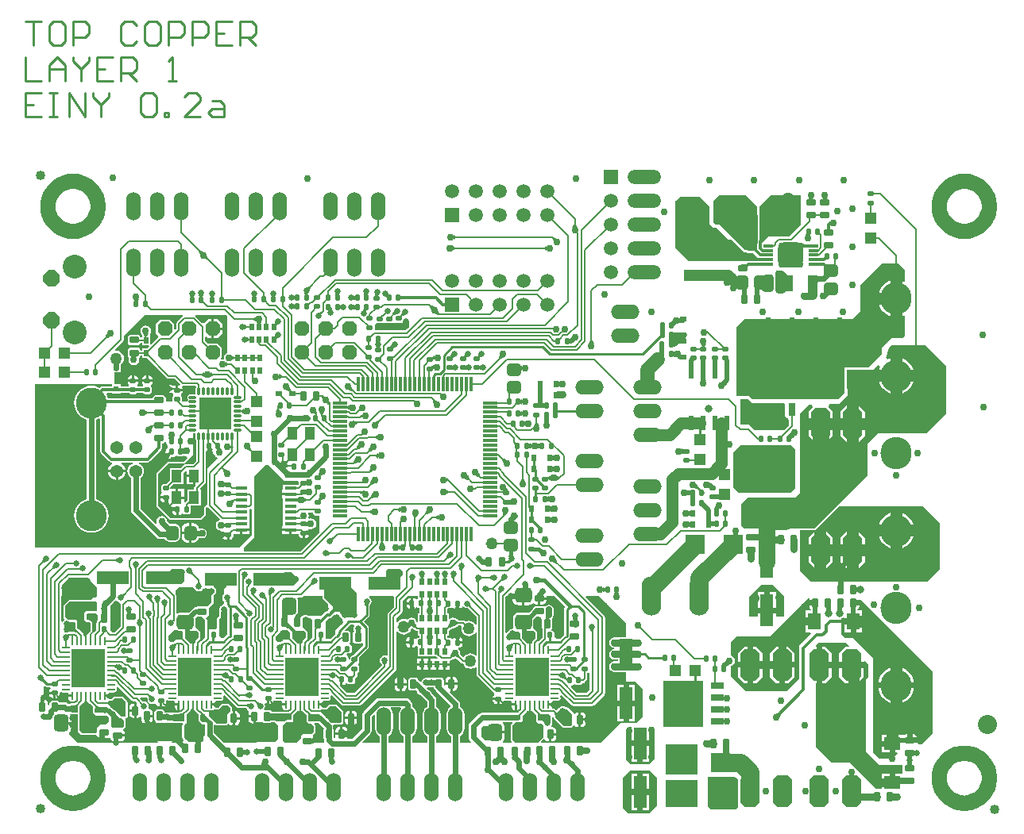
<source format=gtl>
G04 Layer_Physical_Order=1*
G04 Layer_Color=255*
%FSLAX25Y25*%
%MOIN*%
G70*
G01*
G75*
%ADD10C,0.06496*%
%ADD11C,0.00800*%
G04:AMPARAMS|DCode=12|XSize=22mil|YSize=24mil|CornerRadius=4.4mil|HoleSize=0mil|Usage=FLASHONLY|Rotation=0.000|XOffset=0mil|YOffset=0mil|HoleType=Round|Shape=RoundedRectangle|*
%AMROUNDEDRECTD12*
21,1,0.02200,0.01520,0,0,0.0*
21,1,0.01320,0.02400,0,0,0.0*
1,1,0.00880,0.00660,-0.00760*
1,1,0.00880,-0.00660,-0.00760*
1,1,0.00880,-0.00660,0.00760*
1,1,0.00880,0.00660,0.00760*
%
%ADD12ROUNDEDRECTD12*%
%ADD13R,0.02362X0.03150*%
G04:AMPARAMS|DCode=14|XSize=22mil|YSize=24mil|CornerRadius=4.4mil|HoleSize=0mil|Usage=FLASHONLY|Rotation=90.000|XOffset=0mil|YOffset=0mil|HoleType=Round|Shape=RoundedRectangle|*
%AMROUNDEDRECTD14*
21,1,0.02200,0.01520,0,0,90.0*
21,1,0.01320,0.02400,0,0,90.0*
1,1,0.00880,0.00760,0.00660*
1,1,0.00880,0.00760,-0.00660*
1,1,0.00880,-0.00760,-0.00660*
1,1,0.00880,-0.00760,0.00660*
%
%ADD14ROUNDEDRECTD14*%
%ADD15R,0.02000X0.02600*%
%ADD16R,0.05512X0.13386*%
G04:AMPARAMS|DCode=17|XSize=29.13mil|YSize=39.37mil|CornerRadius=5.83mil|HoleSize=0mil|Usage=FLASHONLY|Rotation=0.000|XOffset=0mil|YOffset=0mil|HoleType=Round|Shape=RoundedRectangle|*
%AMROUNDEDRECTD17*
21,1,0.02913,0.02772,0,0,0.0*
21,1,0.01748,0.03937,0,0,0.0*
1,1,0.01165,0.00874,-0.01386*
1,1,0.01165,-0.00874,-0.01386*
1,1,0.01165,-0.00874,0.01386*
1,1,0.01165,0.00874,0.01386*
%
%ADD17ROUNDEDRECTD17*%
G04:AMPARAMS|DCode=18|XSize=63mil|YSize=71mil|CornerRadius=15.75mil|HoleSize=0mil|Usage=FLASHONLY|Rotation=90.000|XOffset=0mil|YOffset=0mil|HoleType=Round|Shape=RoundedRectangle|*
%AMROUNDEDRECTD18*
21,1,0.06300,0.03950,0,0,90.0*
21,1,0.03150,0.07100,0,0,90.0*
1,1,0.03150,0.01975,0.01575*
1,1,0.03150,0.01975,-0.01575*
1,1,0.03150,-0.01975,-0.01575*
1,1,0.03150,-0.01975,0.01575*
%
%ADD18ROUNDEDRECTD18*%
G04:AMPARAMS|DCode=19|XSize=29.13mil|YSize=39.37mil|CornerRadius=5.83mil|HoleSize=0mil|Usage=FLASHONLY|Rotation=270.000|XOffset=0mil|YOffset=0mil|HoleType=Round|Shape=RoundedRectangle|*
%AMROUNDEDRECTD19*
21,1,0.02913,0.02772,0,0,270.0*
21,1,0.01748,0.03937,0,0,270.0*
1,1,0.01165,-0.01386,-0.00874*
1,1,0.01165,-0.01386,0.00874*
1,1,0.01165,0.01386,0.00874*
1,1,0.01165,0.01386,-0.00874*
%
%ADD19ROUNDEDRECTD19*%
G04:AMPARAMS|DCode=20|XSize=63mil|YSize=71mil|CornerRadius=15.75mil|HoleSize=0mil|Usage=FLASHONLY|Rotation=180.000|XOffset=0mil|YOffset=0mil|HoleType=Round|Shape=RoundedRectangle|*
%AMROUNDEDRECTD20*
21,1,0.06300,0.03950,0,0,180.0*
21,1,0.03150,0.07100,0,0,180.0*
1,1,0.03150,-0.01575,0.01975*
1,1,0.03150,0.01575,0.01975*
1,1,0.03150,0.01575,-0.01975*
1,1,0.03150,-0.01575,-0.01975*
%
%ADD20ROUNDEDRECTD20*%
%ADD21R,0.14173X0.16142*%
%ADD22O,0.00984X0.03347*%
%ADD23O,0.03347X0.00984*%
%ADD24R,0.13386X0.05512*%
%ADD25R,0.17000X0.19700*%
%ADD26R,0.05600X0.02800*%
%ADD27C,0.06000*%
%ADD28R,0.03543X0.12992*%
%ADD29R,0.02400X0.02400*%
%ADD30R,0.06000X0.01200*%
%ADD31R,0.01200X0.06000*%
%ADD32R,0.04800X0.04800*%
%ADD33R,0.04800X0.04800*%
G04:AMPARAMS|DCode=34|XSize=11.02mil|YSize=31.5mil|CornerRadius=4.41mil|HoleSize=0mil|Usage=FLASHONLY|Rotation=180.000|XOffset=0mil|YOffset=0mil|HoleType=Round|Shape=RoundedRectangle|*
%AMROUNDEDRECTD34*
21,1,0.01102,0.02268,0,0,180.0*
21,1,0.00221,0.03150,0,0,180.0*
1,1,0.00882,-0.00110,0.01134*
1,1,0.00882,0.00110,0.01134*
1,1,0.00882,0.00110,-0.01134*
1,1,0.00882,-0.00110,-0.01134*
%
%ADD34ROUNDEDRECTD34*%
G04:AMPARAMS|DCode=35|XSize=11.02mil|YSize=31.5mil|CornerRadius=4.41mil|HoleSize=0mil|Usage=FLASHONLY|Rotation=270.000|XOffset=0mil|YOffset=0mil|HoleType=Round|Shape=RoundedRectangle|*
%AMROUNDEDRECTD35*
21,1,0.01102,0.02268,0,0,270.0*
21,1,0.00221,0.03150,0,0,270.0*
1,1,0.00882,-0.01134,-0.00110*
1,1,0.00882,-0.01134,0.00110*
1,1,0.00882,0.01134,0.00110*
1,1,0.00882,0.01134,-0.00110*
%
%ADD35ROUNDEDRECTD35*%
%ADD36R,0.13700X0.13700*%
%ADD37R,0.04200X0.05200*%
%ADD38R,0.02800X0.05600*%
%ADD39R,0.19700X0.17000*%
G04:AMPARAMS|DCode=40|XSize=52mil|YSize=60mil|CornerRadius=13mil|HoleSize=0mil|Usage=FLASHONLY|Rotation=180.000|XOffset=0mil|YOffset=0mil|HoleType=Round|Shape=RoundedRectangle|*
%AMROUNDEDRECTD40*
21,1,0.05200,0.03400,0,0,180.0*
21,1,0.02600,0.06000,0,0,180.0*
1,1,0.02600,-0.01300,0.01700*
1,1,0.02600,0.01300,0.01700*
1,1,0.02600,0.01300,-0.01700*
1,1,0.02600,-0.01300,-0.01700*
%
%ADD40ROUNDEDRECTD40*%
%ADD41R,0.12600X0.06300*%
G04:AMPARAMS|DCode=42|XSize=40mil|YSize=40mil|CornerRadius=20mil|HoleSize=0mil|Usage=FLASHONLY|Rotation=0.000|XOffset=0mil|YOffset=0mil|HoleType=Round|Shape=RoundedRectangle|*
%AMROUNDEDRECTD42*
21,1,0.04000,0.00000,0,0,0.0*
21,1,0.00000,0.04000,0,0,0.0*
1,1,0.04000,0.00000,0.00000*
1,1,0.04000,0.00000,0.00000*
1,1,0.04000,0.00000,0.00000*
1,1,0.04000,0.00000,0.00000*
%
%ADD42ROUNDEDRECTD42*%
%ADD43R,0.07900X0.07900*%
%ADD44R,0.07900X0.07900*%
%ADD45R,0.05000X0.01500*%
G04:AMPARAMS|DCode=46|XSize=52mil|YSize=60mil|CornerRadius=13mil|HoleSize=0mil|Usage=FLASHONLY|Rotation=270.000|XOffset=0mil|YOffset=0mil|HoleType=Round|Shape=RoundedRectangle|*
%AMROUNDEDRECTD46*
21,1,0.05200,0.03400,0,0,270.0*
21,1,0.02600,0.06000,0,0,270.0*
1,1,0.02600,-0.01700,-0.01300*
1,1,0.02600,-0.01700,0.01300*
1,1,0.02600,0.01700,0.01300*
1,1,0.02600,0.01700,-0.01300*
%
%ADD46ROUNDEDRECTD46*%
%ADD47R,0.02800X0.02000*%
%ADD48R,0.02000X0.02800*%
%ADD49R,0.05433X0.07087*%
%ADD50R,0.07087X0.05433*%
%ADD51R,0.04331X0.06693*%
%ADD52R,0.16732X0.04646*%
G04:AMPARAMS|DCode=53|XSize=105mil|YSize=105mil|CornerRadius=26.25mil|HoleSize=0mil|Usage=FLASHONLY|Rotation=180.000|XOffset=0mil|YOffset=0mil|HoleType=Round|Shape=RoundedRectangle|*
%AMROUNDEDRECTD53*
21,1,0.10500,0.05250,0,0,180.0*
21,1,0.05250,0.10500,0,0,180.0*
1,1,0.05250,-0.02625,0.02625*
1,1,0.05250,0.02625,0.02625*
1,1,0.05250,0.02625,-0.02625*
1,1,0.05250,-0.02625,-0.02625*
%
%ADD53ROUNDEDRECTD53*%
%ADD54R,0.04016X0.01181*%
%ADD55R,0.02400X0.06000*%
%ADD56R,0.03150X0.02362*%
%ADD57R,0.01378X0.02362*%
G04:AMPARAMS|DCode=58|XSize=50mil|YSize=50mil|CornerRadius=25mil|HoleSize=0mil|Usage=FLASHONLY|Rotation=90.000|XOffset=0mil|YOffset=0mil|HoleType=Round|Shape=RoundedRectangle|*
%AMROUNDEDRECTD58*
21,1,0.05000,0.00000,0,0,90.0*
21,1,0.00000,0.05000,0,0,90.0*
1,1,0.05000,0.00000,0.00000*
1,1,0.05000,0.00000,0.00000*
1,1,0.05000,0.00000,0.00000*
1,1,0.05000,0.00000,0.00000*
%
%ADD58ROUNDEDRECTD58*%
%ADD59C,0.03000*%
%ADD60C,0.01000*%
%ADD61C,0.07500*%
%ADD62C,0.00700*%
%ADD63C,0.02000*%
%ADD64C,0.02500*%
%ADD65C,0.04000*%
%ADD66C,0.01600*%
%ADD67C,0.02400*%
%ADD68C,0.01200*%
%ADD69C,0.07000*%
%ADD70C,0.03600*%
%ADD71C,0.05000*%
%ADD72C,0.03200*%
%ADD73C,0.01400*%
%ADD74C,0.04500*%
%ADD75C,0.06000*%
%ADD76C,0.01500*%
%ADD77R,0.13800X0.11600*%
%ADD78R,0.13200X0.12548*%
%ADD79O,0.12000X0.06000*%
%ADD80R,0.05906X0.05906*%
%ADD81C,0.05906*%
G04:AMPARAMS|DCode=82|XSize=133mil|YSize=83mil|CornerRadius=0mil|HoleSize=0mil|Usage=FLASHONLY|Rotation=90.000|XOffset=0mil|YOffset=0mil|HoleType=Round|Shape=Octagon|*
%AMOCTAGOND82*
4,1,8,0.02075,0.06650,-0.02075,0.06650,-0.04150,0.04575,-0.04150,-0.04575,-0.02075,-0.06650,0.02075,-0.06650,0.04150,-0.04575,0.04150,0.04575,0.02075,0.06650,0.0*
%
%ADD82OCTAGOND82*%

%ADD83O,0.08250X0.16500*%
%ADD84O,0.06000X0.12000*%
%ADD85P,0.07577X8X292.5*%
%ADD86C,0.10000*%
%ADD87C,0.13050*%
%ADD88C,0.05400*%
%ADD89P,0.06711X8X22.5*%
%ADD90C,0.08000*%
%ADD91O,0.14173X0.05906*%
%ADD92R,0.05906X0.05906*%
%ADD93O,0.13000X0.13600*%
%ADD94C,0.03000*%
%ADD95C,0.02500*%
%ADD96C,0.03200*%
%ADD97C,0.05000*%
G36*
X47039Y108573D02*
X46500Y107536D01*
X45800Y107566D01*
X45290Y108643D01*
X47039Y108573D01*
D02*
G37*
G36*
X12788Y107850D02*
X11715Y107449D01*
X11149Y108015D01*
X11550Y109088D01*
X12788Y107850D01*
D02*
G37*
G36*
X127883Y62047D02*
X127000Y62590D01*
X127274Y63390D01*
X128416Y63714D01*
X127883Y62047D01*
D02*
G37*
G36*
X66754Y46845D02*
Y46447D01*
X66724Y46298D01*
Y43656D01*
X66387Y43319D01*
X62381D01*
X61500Y44200D01*
Y46000D01*
X61800Y46300D01*
X64400D01*
X64729Y46629D01*
X65203D01*
X65613Y46711D01*
X65960Y46943D01*
X66214Y47196D01*
X66399Y47198D01*
X66754Y46845D01*
D02*
G37*
G36*
X119625Y46611D02*
X120035Y46529D01*
X123071D01*
X123800Y45800D01*
Y43400D01*
X119000D01*
X118614Y43786D01*
Y46098D01*
X118593Y46200D01*
X118845Y46618D01*
X118941Y46700D01*
X119492D01*
X119625Y46611D01*
D02*
G37*
G36*
X167255Y104488D02*
X166772Y103457D01*
X165972Y103475D01*
X165506Y104527D01*
X167255Y104488D01*
D02*
G37*
G36*
X176798Y104438D02*
X176297Y103436D01*
X175497Y103506D01*
X175054Y104583D01*
X176798Y104438D01*
D02*
G37*
G36*
X179900Y103466D02*
X179100D01*
X178625Y104507D01*
X180375D01*
X179900Y103466D01*
D02*
G37*
G36*
X183200Y106666D02*
X182400D01*
X181925Y107707D01*
X183675D01*
X183200Y106666D01*
D02*
G37*
G36*
X70326Y105569D02*
X69831Y105074D01*
X68713Y105450D01*
X69950Y106687D01*
X70326Y105569D01*
D02*
G37*
G36*
X38807Y110225D02*
X37766Y110700D01*
Y111500D01*
X38807Y111975D01*
Y110225D01*
D02*
G37*
G36*
X8687Y110550D02*
X7615Y110149D01*
X7049Y110715D01*
X7450Y111787D01*
X8687Y110550D01*
D02*
G37*
G36*
X178287Y112250D02*
X177215Y111849D01*
X176649Y112415D01*
X177050Y113488D01*
X178287Y112250D01*
D02*
G37*
G36*
X204435Y112877D02*
X202736Y112457D01*
X202700Y113144D01*
X204300Y113696D01*
X204435Y112877D01*
D02*
G37*
G36*
X137237Y113009D02*
X136944Y112170D01*
X136253Y112327D01*
X136104Y113864D01*
X137237Y113009D01*
D02*
G37*
G36*
X205507Y107825D02*
X204466Y108300D01*
Y109100D01*
X205507Y109575D01*
Y107825D01*
D02*
G37*
G36*
X82883Y62047D02*
X82000Y62590D01*
X82274Y63390D01*
X83416Y63714D01*
X82883Y62047D01*
D02*
G37*
G36*
X213434Y109100D02*
Y108300D01*
X212393Y107825D01*
Y109575D01*
X213434Y109100D01*
D02*
G37*
G36*
X203547Y110576D02*
X202853Y110146D01*
X202147Y110854D01*
X202576Y111547D01*
X203547Y110576D01*
D02*
G37*
G36*
X222941Y110424D02*
X222376Y109859D01*
X221015Y110300D01*
X222500Y111785D01*
X222941Y110424D01*
D02*
G37*
G36*
X94093Y100393D02*
X93293D01*
X93198Y100920D01*
X94189D01*
X94093Y100393D01*
D02*
G37*
G36*
X158200Y106500D02*
Y105100D01*
X157200Y104100D01*
Y100503D01*
X156808Y100192D01*
X153800Y100900D01*
X151400Y103300D01*
Y106900D01*
X151900Y107400D01*
X157300D01*
X158200Y106500D01*
D02*
G37*
G36*
X114100Y103600D02*
Y102200D01*
X112400Y100500D01*
X108300D01*
X108206Y105643D01*
X108557Y106000D01*
X111700D01*
X114100Y103600D01*
D02*
G37*
G36*
X73575Y100893D02*
X71825D01*
X72350Y101950D01*
X73050D01*
X73575Y100893D01*
D02*
G37*
G36*
X121288Y101050D02*
X120215Y100649D01*
X119649Y101215D01*
X120050Y102287D01*
X121288Y101050D01*
D02*
G37*
G36*
X248950Y96771D02*
X246850D01*
X247300Y97975D01*
X248500D01*
X248950Y96771D01*
D02*
G37*
G36*
X96401Y97440D02*
X95900Y96437D01*
X95100Y96504D01*
X94656Y97580D01*
X96401Y97440D01*
D02*
G37*
G36*
X199816Y97855D02*
X198997Y97332D01*
X198397Y97862D01*
X198591Y98522D01*
X199816Y97855D01*
D02*
G37*
G36*
X194834Y99400D02*
Y98600D01*
X193793Y98125D01*
Y99875D01*
X194834Y99400D01*
D02*
G37*
G36*
X243375D02*
Y98200D01*
X242171Y97750D01*
Y99850D01*
X243375Y99400D01*
D02*
G37*
G36*
X191734Y104200D02*
Y103400D01*
X190693Y102925D01*
Y104675D01*
X191734Y104200D01*
D02*
G37*
G36*
X201087Y102750D02*
X200015Y102349D01*
X199449Y102915D01*
X199850Y103988D01*
X201087Y102750D01*
D02*
G37*
G36*
X195607Y102925D02*
X194566Y103400D01*
Y104200D01*
X195607Y104675D01*
Y102925D01*
D02*
G37*
G36*
X173147Y103581D02*
X172347Y103409D01*
X171819Y104352D01*
X173534Y104698D01*
X173147Y103581D01*
D02*
G37*
G36*
X92134Y103751D02*
X91650Y103084D01*
X90850Y103333D01*
X90869Y104781D01*
X92134Y103751D01*
D02*
G37*
G36*
X216469Y103500D02*
Y101900D01*
X215371Y101650D01*
Y103750D01*
X216469Y103500D01*
D02*
G37*
G36*
X66500Y106600D02*
Y102300D01*
X65300Y101100D01*
X61400D01*
X60100Y106000D01*
X61400Y107300D01*
X65800D01*
X66500Y106600D01*
D02*
G37*
G36*
X190200Y101866D02*
X189400D01*
X188925Y102907D01*
X190675D01*
X190200Y101866D01*
D02*
G37*
G36*
X162600Y102166D02*
X161800D01*
X161325Y103207D01*
X163075D01*
X162600Y102166D01*
D02*
G37*
G36*
X383610Y126909D02*
Y107409D01*
X378300Y102100D01*
X329419D01*
X324809Y106709D01*
X324810Y111109D01*
Y123586D01*
X330900D01*
X331173Y123641D01*
X331405Y123795D01*
X341519Y133909D01*
X376609D01*
X383610Y126909D01*
D02*
G37*
G36*
X128034Y114400D02*
Y113600D01*
X126993Y113125D01*
Y114875D01*
X128034Y114400D01*
D02*
G37*
G36*
X164409Y129885D02*
X163679Y128827D01*
X162879Y129096D01*
X162410Y130527D01*
X164409Y129885D01*
D02*
G37*
G36*
X71276Y164332D02*
X71426Y163965D01*
Y162017D01*
X71515Y161572D01*
X71578Y161477D01*
Y152810D01*
X70230Y151461D01*
X67154D01*
X67154Y151461D01*
X66724Y151376D01*
X66361Y151133D01*
X66361Y151133D01*
X65068Y149840D01*
X60554D01*
Y144620D01*
X59021Y143088D01*
X58025D01*
X57580Y142999D01*
X57203Y142747D01*
X56951Y142370D01*
X56863Y141925D01*
Y140605D01*
X56951Y140161D01*
X57203Y139783D01*
X57086Y139260D01*
X56987Y139193D01*
X56669Y138717D01*
X56557Y138155D01*
Y137995D01*
X58785D01*
Y137495D01*
X59285D01*
Y135367D01*
X59545D01*
X59754Y135409D01*
X60254Y135021D01*
Y133812D01*
X61226D01*
X61597Y133312D01*
X61548Y133069D01*
Y132809D01*
X63676D01*
Y132309D01*
X64176D01*
Y130080D01*
X64336D01*
X64898Y130192D01*
X65375Y130510D01*
X65441Y130610D01*
X65965Y130727D01*
X66342Y130475D01*
X66786Y130386D01*
X68106D01*
X68551Y130475D01*
X68928Y130727D01*
X69180Y131104D01*
X69269Y131549D01*
Y133069D01*
X69180Y133513D01*
X69114Y133612D01*
X69382Y134112D01*
X73496D01*
Y140712D01*
X73417D01*
X73210Y141212D01*
X75358Y143361D01*
X75358Y143361D01*
X75602Y143725D01*
X75687Y144154D01*
Y156660D01*
X76073Y156977D01*
X76205Y156950D01*
X76365D01*
Y157297D01*
X76337D01*
X76365Y157352D01*
Y159179D01*
X77365D01*
Y158572D01*
X77787D01*
X78437Y157297D01*
X77365D01*
Y156950D01*
X77525D01*
X77781Y156741D01*
Y156718D01*
X79570Y154929D01*
X79714Y154714D01*
X79929Y154570D01*
X80537Y153962D01*
X76305Y149730D01*
Y147741D01*
X76295Y147692D01*
X76295Y147692D01*
Y134759D01*
X75025Y133490D01*
Y130537D01*
X73155Y128667D01*
X60950D01*
X55537Y134080D01*
Y147368D01*
X59966Y151797D01*
X66462D01*
X70202Y155537D01*
Y164437D01*
X70947D01*
X71276Y164332D01*
D02*
G37*
G36*
X202339Y130930D02*
X201150Y129684D01*
X200355Y130020D01*
X200427Y130959D01*
X202339Y130930D01*
D02*
G37*
G36*
X26900Y50900D02*
X28124Y49676D01*
X28200Y49562D01*
Y46900D01*
X29500Y45600D01*
X34200D01*
X34700Y45100D01*
Y43000D01*
X33800Y42100D01*
X31300D01*
X30000Y40800D01*
Y39100D01*
X29200Y38300D01*
X23800D01*
X22700Y39400D01*
Y49714D01*
X24203Y51216D01*
X24203Y51216D01*
X24446Y51580D01*
X24462Y51662D01*
X25000Y52200D01*
X25600D01*
X26900Y50900D01*
D02*
G37*
G36*
X279018Y131800D02*
Y129800D01*
X278071Y129750D01*
Y131850D01*
X279018Y131800D01*
D02*
G37*
G36*
X278818Y127200D02*
Y125200D01*
X277871Y125150D01*
Y127250D01*
X278818Y127200D01*
D02*
G37*
G36*
X84359Y126114D02*
Y125314D01*
X83085Y124664D01*
Y126764D01*
X84359Y126114D01*
D02*
G37*
G36*
X118710Y125285D02*
X118437Y125414D01*
X117749Y125535D01*
Y125738D01*
X117395Y125905D01*
X117341Y126705D01*
X118572Y127381D01*
X118710Y125285D01*
D02*
G37*
G36*
X173363Y128109D02*
X172089Y128759D01*
Y129559D01*
X173363Y130209D01*
Y128109D01*
D02*
G37*
G36*
X220829Y126950D02*
X219882Y127000D01*
Y129000D01*
X220829Y129050D01*
Y126950D01*
D02*
G37*
G36*
X67595Y148542D02*
Y147040D01*
X70696D01*
Y146540D01*
X71196D01*
Y142737D01*
X71303Y142478D01*
X70984Y142159D01*
X70741Y141795D01*
X70656Y141366D01*
X70656Y141366D01*
Y140712D01*
X67896D01*
Y136198D01*
X66954Y135256D01*
X66546Y135376D01*
X66454Y135443D01*
Y136912D01*
X63354D01*
Y137412D01*
X62854D01*
Y141012D01*
X60707D01*
Y141602D01*
X62345Y143240D01*
X66154D01*
Y147754D01*
X67133Y148733D01*
X67595Y148542D01*
D02*
G37*
G36*
X87542Y135976D02*
X87100Y134615D01*
X85615Y136100D01*
X86976Y136541D01*
X87542Y135976D01*
D02*
G37*
G36*
X114492Y135289D02*
X113241Y135954D01*
X113270Y136754D01*
X114567Y137388D01*
X114492Y135289D01*
D02*
G37*
G36*
X53371Y53820D02*
X51885Y52895D01*
X51607Y53927D01*
X52312Y54353D01*
X53371Y53820D01*
D02*
G37*
G36*
X117930Y136754D02*
X117959Y135954D01*
X116708Y135289D01*
X116633Y137388D01*
X117930Y136754D01*
D02*
G37*
G36*
X169695Y130809D02*
X168334Y130367D01*
X167769Y130933D01*
X168210Y132294D01*
X169695Y130809D01*
D02*
G37*
G36*
X145629Y130350D02*
X144354Y131000D01*
Y131800D01*
X145629Y132450D01*
Y130350D01*
D02*
G37*
G36*
X157419Y131258D02*
X156144Y131908D01*
X156144Y132708D01*
X157418Y133358D01*
X157419Y131258D01*
D02*
G37*
G36*
X203959Y134520D02*
X203022Y134557D01*
X202945Y136557D01*
X203899Y136619D01*
X203959Y134520D01*
D02*
G37*
G36*
X220829Y131550D02*
X219882Y131600D01*
Y133600D01*
X220829Y133650D01*
Y131550D01*
D02*
G37*
G36*
X150550Y117471D02*
X148450D01*
X149100Y118746D01*
X149900D01*
X150550Y117471D01*
D02*
G37*
G36*
X75035Y46529D02*
X75271D01*
X75400Y46400D01*
Y45700D01*
X77500Y43600D01*
X77293Y43100D01*
X74147D01*
X73424Y43824D01*
X73414Y43830D01*
Y46238D01*
X73852Y46600D01*
X74680D01*
X75035Y46529D01*
D02*
G37*
G36*
X132600Y47400D02*
Y45000D01*
Y44300D01*
X131200Y42900D01*
X128240D01*
X127282Y43858D01*
X127163Y43937D01*
X126500Y44600D01*
X123600Y47500D01*
Y47900D01*
X124100Y48400D01*
X126300D01*
X127600Y49700D01*
X130300D01*
X132600Y47400D01*
D02*
G37*
G36*
X7994Y60713D02*
X7287Y60006D01*
X6312Y60450D01*
X7550Y61687D01*
X7994Y60713D01*
D02*
G37*
G36*
X227051Y61524D02*
X226485Y60959D01*
X225413Y61359D01*
X226650Y62597D01*
X227051Y61524D01*
D02*
G37*
G36*
X108687Y144513D02*
X114427D01*
X114744Y144127D01*
X114737Y144091D01*
Y143094D01*
X114699Y143057D01*
X114313Y142804D01*
Y142804D01*
X114313Y142804D01*
X107913D01*
Y140604D01*
X107613D01*
Y139354D01*
X111113D01*
Y138354D01*
X107613D01*
Y137104D01*
X107913D01*
Y132754D01*
X107913D01*
Y129854D01*
X107913D01*
Y125554D01*
X107613D01*
Y124304D01*
X111113D01*
Y123804D01*
X111613D01*
Y122054D01*
X114529D01*
Y121905D01*
X114641Y121343D01*
X114959Y120867D01*
X115436Y120548D01*
X115998Y120436D01*
X116257D01*
Y122565D01*
X116757D01*
Y123065D01*
X117366D01*
X118424Y123633D01*
X118450Y123065D01*
X118986D01*
Y123225D01*
X118874Y123786D01*
X118851Y123821D01*
X119151Y124271D01*
X119710Y124160D01*
X120569Y124331D01*
X121296Y124817D01*
X121783Y125545D01*
X121953Y126403D01*
X121783Y127262D01*
X121296Y127989D01*
X120569Y128475D01*
X119710Y128646D01*
X119056Y128516D01*
X118887Y128660D01*
X118688Y128922D01*
X118843Y129700D01*
X118672Y130558D01*
X118529Y130772D01*
X118765Y131213D01*
X120578D01*
Y131050D01*
X120666Y130605D01*
X120918Y130228D01*
X121295Y129976D01*
X121740Y129888D01*
X123254D01*
Y122640D01*
X115435Y114822D01*
X91922D01*
X91758Y114986D01*
Y116561D01*
X96088Y120891D01*
Y146482D01*
X100813Y151206D01*
X101994D01*
X108687Y144513D01*
D02*
G37*
G36*
X217114Y115498D02*
X215701Y113944D01*
X215095Y114944D01*
X216098Y116062D01*
X217114Y115498D01*
D02*
G37*
G36*
X164281Y115260D02*
X162966Y115879D01*
X162912Y116680D01*
X164143Y117355D01*
X164281Y115260D01*
D02*
G37*
G36*
X85931Y62200D02*
X85703Y61400D01*
X84253Y61385D01*
X85247Y62698D01*
X85931Y62200D01*
D02*
G37*
G36*
X157746Y116800D02*
Y116000D01*
X156471Y115350D01*
Y117450D01*
X157746Y116800D01*
D02*
G37*
G36*
X7852Y52076D02*
X7523Y51302D01*
X6323Y51499D01*
X6401Y52947D01*
X7852Y52076D01*
D02*
G37*
G36*
X298900Y121482D02*
X296900D01*
X296850Y122429D01*
X298950D01*
X298900Y121482D01*
D02*
G37*
G36*
X42100Y51412D02*
Y45500D01*
X39900D01*
X38461Y46939D01*
X38437Y47061D01*
X38006Y47706D01*
X37361Y48137D01*
X37239Y48161D01*
X34600Y50800D01*
Y51200D01*
Y51700D01*
X35026Y52126D01*
X35600Y52012D01*
X36361Y52163D01*
X37006Y52594D01*
X37281Y53006D01*
X40506D01*
X42100Y51412D01*
D02*
G37*
G36*
X204392Y42701D02*
X203895Y42205D01*
X203741Y41973D01*
X203686Y41700D01*
Y35468D01*
X203741Y35195D01*
X203895Y34963D01*
X203959Y34900D01*
X203752Y34400D01*
X200366D01*
X200196Y34900D01*
X200311Y34988D01*
X200724Y35526D01*
X200984Y36153D01*
X201072Y36825D01*
Y38300D01*
X197900D01*
Y35500D01*
X193000D01*
X191300Y37200D01*
Y40600D01*
X192100Y41400D01*
X197800D01*
X197900Y41300D01*
Y39300D01*
X201072D01*
Y40775D01*
X200984Y41447D01*
X200724Y42074D01*
X200311Y42612D01*
X200245Y42663D01*
X200414Y43163D01*
X204200D01*
X204392Y42701D01*
D02*
G37*
G36*
X32964Y49304D02*
X32586Y48700D01*
X34282D01*
X34289Y48865D01*
X34572Y48700D01*
X35290D01*
X35294Y48694D01*
X35939Y48263D01*
X36174Y48216D01*
X36734Y47657D01*
X36762Y47638D01*
X37938Y46462D01*
X37957Y46434D01*
X39395Y44995D01*
X39423Y44976D01*
X39700Y44700D01*
X40400D01*
X41194Y43906D01*
Y41403D01*
X40629Y40838D01*
X36500D01*
X36100Y41238D01*
Y45100D01*
X34200Y47000D01*
X29300D01*
X28914Y47386D01*
Y48700D01*
X31392D01*
X31514Y49400D01*
X32964Y49304D01*
D02*
G37*
G36*
X102400Y50902D02*
X102660D01*
X103222Y51013D01*
X103698Y51332D01*
X104016Y51808D01*
X104066Y52056D01*
X104232Y52142D01*
X104609Y52223D01*
X104906Y52024D01*
X105372Y51932D01*
X107231D01*
X107689Y51671D01*
X107689Y51470D01*
Y50990D01*
X109210D01*
Y49990D01*
X107689D01*
Y49309D01*
X107805Y48726D01*
X108134Y48233D01*
X108628Y47903D01*
X108930Y47843D01*
X108880Y47343D01*
X108308D01*
X108084Y47388D01*
X108061Y47397D01*
X108002Y47436D01*
X107933Y47450D01*
X107869Y47477D01*
X107798D01*
X107729Y47491D01*
X103390D01*
X103176Y47811D01*
X102752Y48094D01*
X102251Y48194D01*
X100503D01*
X100224Y48138D01*
X100160Y48209D01*
X99976Y48599D01*
X100337Y49139D01*
X100488Y49900D01*
X100351Y50588D01*
X100396Y50672D01*
X100509Y50806D01*
X100722Y50985D01*
X101140Y50902D01*
X101400D01*
Y53030D01*
X102400D01*
Y50902D01*
D02*
G37*
G36*
X220300Y45600D02*
Y43100D01*
Y42600D01*
X219800Y42100D01*
X218500D01*
X218000Y42600D01*
X217000Y43600D01*
X215400D01*
X215100Y43900D01*
Y46400D01*
X219500D01*
X220300Y45600D01*
D02*
G37*
G36*
X88445Y49407D02*
X88445Y49407D01*
X88809Y49164D01*
X89238Y49078D01*
X89238Y49078D01*
X92302D01*
X92780Y48764D01*
X93094Y48294D01*
X93433Y48067D01*
X93658Y47503D01*
X93535Y46886D01*
Y46000D01*
X96023D01*
Y45500D01*
X96523D01*
Y43100D01*
X99712D01*
X100003Y42906D01*
X100503Y42806D01*
X102251D01*
X102752Y42906D01*
X103042Y43100D01*
X104300D01*
X104800Y42600D01*
X105900Y41500D01*
Y35800D01*
X104700Y34600D01*
X96879D01*
X96804Y34400D01*
X83146D01*
X79060Y38486D01*
Y41777D01*
X79522Y41969D01*
X79606Y41885D01*
X79838Y41730D01*
X80111Y41676D01*
X83822D01*
X84095Y41730D01*
X84326Y41885D01*
X84784Y42342D01*
X85282Y42294D01*
X85362Y42173D01*
X85886Y41823D01*
X86503Y41701D01*
X86877D01*
Y44700D01*
Y47699D01*
X86586D01*
Y49128D01*
X86532Y49401D01*
X86377Y49632D01*
X85405Y50605D01*
X85173Y50759D01*
X84900Y50814D01*
X82669D01*
X82395Y50759D01*
X82164Y50605D01*
X81603Y50044D01*
X81564Y49985D01*
X81515Y49936D01*
X81229Y49509D01*
X80802Y49223D01*
X80795Y49216D01*
X80791Y49216D01*
X80721D01*
X80338Y49139D01*
X80001Y49207D01*
X79954Y49216D01*
X79511Y49521D01*
Y49990D01*
X79413D01*
X79385Y49591D01*
X78644Y49990D01*
X77990D01*
Y50990D01*
X78747D01*
X79510Y51337D01*
X79485Y50990D01*
X79511D01*
Y51470D01*
X79511Y51671D01*
X79969Y51932D01*
X81828D01*
X82293Y52024D01*
X82688Y52288D01*
X82951Y52682D01*
X83044Y53147D01*
X82951Y53612D01*
X82850Y53764D01*
X82802Y53909D01*
X82982Y54233D01*
X83540Y54312D01*
X88445Y49407D01*
D02*
G37*
G36*
X84359Y122276D02*
Y121476D01*
X83085Y120826D01*
Y122926D01*
X84359Y122276D01*
D02*
G37*
G36*
X129410Y120144D02*
X128943Y119071D01*
X127854Y120440D01*
X128912Y120778D01*
X129410Y120144D01*
D02*
G37*
G36*
X103425Y97070D02*
X102900Y96337D01*
X102100Y96514D01*
X101996Y97964D01*
X103425Y97070D01*
D02*
G37*
G36*
X8035Y58235D02*
X8432Y57970D01*
X8900Y57876D01*
X10235D01*
X10477Y57561D01*
X10402Y57028D01*
X10084Y56552D01*
X9972Y55990D01*
Y55830D01*
X12200D01*
Y55330D01*
X12700D01*
Y53202D01*
X12960D01*
X13522Y53313D01*
X13950Y53600D01*
Y54250D01*
X14388Y54467D01*
X14428Y54670D01*
Y55563D01*
X14449Y55583D01*
X14928Y55785D01*
X15169Y55624D01*
X15634Y55532D01*
X17493D01*
X17951Y55271D01*
X17951Y55070D01*
Y54590D01*
X19473D01*
Y53590D01*
X17951D01*
Y52909D01*
X18067Y52326D01*
X18397Y51833D01*
X18890Y51503D01*
X19192Y51443D01*
X19142Y50943D01*
X18929D01*
X18656Y50889D01*
X18429Y50737D01*
X17902D01*
X17770Y50870D01*
X17141Y51290D01*
X16400Y51437D01*
X14325D01*
X14076Y51811D01*
X13652Y52094D01*
X13151Y52194D01*
X11403D01*
X10903Y52094D01*
X10478Y51811D01*
X10195Y51386D01*
X10095Y50886D01*
Y50265D01*
X9911Y50125D01*
X9410Y50374D01*
Y50886D01*
X9288Y51503D01*
X8938Y52027D01*
X8414Y52377D01*
X7797Y52500D01*
X7506D01*
Y58111D01*
X7967Y58302D01*
X8035Y58235D01*
D02*
G37*
G36*
X111096Y80704D02*
Y78405D01*
X111150Y78131D01*
X111198Y78059D01*
X110928Y77600D01*
X108000D01*
X107300Y76900D01*
X105800D01*
X105100Y77600D01*
Y79114D01*
X106443Y80457D01*
X106443Y80457D01*
X106686Y80821D01*
X106702Y80902D01*
X107600Y81800D01*
X110000D01*
X111096Y80704D01*
D02*
G37*
G36*
X72514Y87341D02*
X74044D01*
X75400Y85985D01*
Y82200D01*
Y78614D01*
X73886Y77100D01*
X72900D01*
Y77767D01*
X72951Y77818D01*
X73106Y78050D01*
X73160Y78323D01*
Y80853D01*
X73106Y81126D01*
X72951Y81358D01*
X72900Y81409D01*
Y81500D01*
X71292Y83109D01*
X71395Y83627D01*
Y86777D01*
X71392Y86792D01*
X72036Y87436D01*
X72514Y87341D01*
D02*
G37*
G36*
X216717Y86068D02*
X216641Y85686D01*
Y82914D01*
X216741Y82414D01*
X216778Y82357D01*
Y78592D01*
X215286Y77100D01*
X214300D01*
Y77767D01*
X214351Y77818D01*
X214506Y78050D01*
X214561Y78323D01*
Y80853D01*
X214506Y81126D01*
X214351Y81358D01*
X214300Y81409D01*
Y81500D01*
X212942Y82858D01*
X213095Y83627D01*
Y86043D01*
X214492Y87441D01*
X215344D01*
X216717Y86068D01*
D02*
G37*
G36*
X118218Y87157D02*
X118277Y87118D01*
X118327Y87068D01*
X118419Y87007D01*
X118484Y86980D01*
X118542Y86941D01*
X118611Y86927D01*
X118676Y86900D01*
X118746D01*
X118815Y86886D01*
X119498D01*
X120384Y86001D01*
X120341Y85786D01*
Y83014D01*
X120400Y82718D01*
Y78614D01*
X118886Y77100D01*
X117900D01*
Y77767D01*
X117951Y77818D01*
X118106Y78050D01*
X118160Y78323D01*
Y80853D01*
X118106Y81126D01*
X117951Y81358D01*
X117900Y81409D01*
Y81500D01*
X116164Y83236D01*
X116259Y83714D01*
Y86486D01*
X116230Y86630D01*
X116339Y86739D01*
X116461Y86763D01*
X117106Y87194D01*
X117292Y87473D01*
X117860Y87515D01*
X118218Y87157D01*
D02*
G37*
G36*
X113638Y81362D02*
X113612Y81300D01*
X117000D01*
X117447Y80853D01*
Y78323D01*
X116381Y77257D01*
X116149Y76910D01*
X116067Y76500D01*
Y76267D01*
X116000Y76200D01*
X113978D01*
X113904Y76310D01*
X111809Y78405D01*
Y80491D01*
Y80709D01*
Y81081D01*
X111686D01*
X111600Y81209D01*
X110505Y82305D01*
X110273Y82459D01*
X110000Y82514D01*
X109786D01*
X109000Y83300D01*
X108983D01*
X108724Y83728D01*
X109404Y85026D01*
X109898Y85102D01*
X113638Y81362D01*
D02*
G37*
G36*
X72447Y80853D02*
Y78323D01*
X71381Y77257D01*
X71149Y76910D01*
X71067Y76500D01*
Y76267D01*
X71000Y76200D01*
X68978D01*
X68904Y76310D01*
X66809Y78405D01*
Y80709D01*
X67400Y81300D01*
X72000D01*
X72447Y80853D01*
D02*
G37*
G36*
X213847D02*
Y78323D01*
X212781Y77257D01*
X212549Y76910D01*
X212467Y76500D01*
Y76267D01*
X212400Y76200D01*
X210378D01*
X210304Y76310D01*
X208209Y78405D01*
Y80709D01*
X208800Y81300D01*
X213400D01*
X213847Y80853D01*
D02*
G37*
G36*
X64237Y81484D02*
X65125Y81307D01*
X65493D01*
X66096Y80704D01*
Y78405D01*
X66150Y78131D01*
X66198Y78059D01*
X65928Y77600D01*
X63000D01*
X62300Y76900D01*
X60800D01*
X60100Y77600D01*
Y79300D01*
X62600Y81800D01*
X63764D01*
X64237Y81484D01*
D02*
G37*
G36*
X17712Y77650D02*
X17165Y76628D01*
X16465Y76678D01*
X15966Y77769D01*
X17712Y77650D01*
D02*
G37*
G36*
X30100Y93300D02*
Y90000D01*
X29700Y89600D01*
X25300D01*
X24600Y88900D01*
Y87700D01*
Y86200D01*
X25700Y85100D01*
X26800D01*
X27300Y84600D01*
Y82600D01*
Y81514D01*
X26643Y80857D01*
X26615Y80815D01*
X25000Y79200D01*
X24423Y79777D01*
X24398Y79900D01*
X24167Y80248D01*
X22488Y81926D01*
X22141Y82158D01*
X22066Y82173D01*
X21600Y82639D01*
Y84479D01*
Y84800D01*
Y85900D01*
X21300Y86200D01*
X17643D01*
X17589Y86211D01*
X16500Y87300D01*
Y91700D01*
X18400Y93600D01*
X29600D01*
X29700Y93700D01*
X30100Y93300D01*
D02*
G37*
G36*
X18392Y79597D02*
X18098Y78957D01*
X17257Y79798D01*
X17897Y80092D01*
X18392Y79597D01*
D02*
G37*
G36*
X162995Y82153D02*
X163411Y81737D01*
X163411Y81737D01*
X163775Y81494D01*
X164204Y81408D01*
X164672Y81396D01*
Y79326D01*
X165251D01*
Y78566D01*
X164902D01*
X164457Y78478D01*
X164080Y78226D01*
X163557Y78343D01*
X163490Y78442D01*
X163014Y78760D01*
X162452Y78872D01*
X162292D01*
Y78522D01*
X163146Y78505D01*
X162487Y77243D01*
X162292Y77247D01*
Y76644D01*
Y74416D01*
X162452D01*
X163014Y74528D01*
X163490Y74846D01*
X163557Y74945D01*
X164080Y75062D01*
X164457Y74810D01*
X164672Y74707D01*
Y70707D01*
X172314D01*
X172909Y70112D01*
X172718Y69650D01*
X170072D01*
Y67350D01*
Y65050D01*
X172247D01*
Y67350D01*
X173247D01*
Y65050D01*
X175397D01*
Y67350D01*
X175897D01*
Y67850D01*
X177897D01*
Y68647D01*
X178161Y69026D01*
X178590Y69112D01*
X178954Y69355D01*
X179153Y69555D01*
X180129Y69871D01*
X181105Y69555D01*
X182683Y67977D01*
X182683Y67977D01*
X183046Y67734D01*
X183476Y67649D01*
X183476Y67649D01*
X183672D01*
X183905Y67086D01*
X184418Y66418D01*
X185086Y65905D01*
X185865Y65582D01*
X186700Y65472D01*
X187535Y65582D01*
X188314Y65905D01*
X188778Y66261D01*
X189278Y66015D01*
Y63079D01*
X189278Y63079D01*
X189364Y62650D01*
X189607Y62286D01*
X195886Y56007D01*
X195886Y56007D01*
X196249Y55764D01*
X196419Y55730D01*
X196466Y55495D01*
X196718Y55118D01*
X196601Y54595D01*
X196502Y54528D01*
X196184Y54052D01*
X196072Y53490D01*
Y53330D01*
X198300D01*
Y52830D01*
X198800D01*
Y50702D01*
X199060D01*
X199622Y50814D01*
X200098Y51132D01*
X200416Y51608D01*
X200496Y52010D01*
X200659Y52119D01*
X200874Y52198D01*
X201028Y52210D01*
X201307Y52024D01*
X201772Y51932D01*
X203631D01*
X204089Y51671D01*
X204089Y51470D01*
Y50990D01*
X205610D01*
Y50490D01*
X206110D01*
Y47887D01*
X206192Y47903D01*
X206345Y48005D01*
X206700Y47841D01*
X206803Y47301D01*
X206481Y46979D01*
X206188Y47037D01*
X191600D01*
X190859Y46890D01*
X190230Y46470D01*
X186430Y42670D01*
X186010Y42041D01*
X185863Y41300D01*
Y36823D01*
X186010Y36081D01*
X186430Y35453D01*
X187021Y34862D01*
X186830Y34400D01*
X182317D01*
Y37155D01*
X183018Y37693D01*
X183612Y38466D01*
X183984Y39366D01*
X184111Y40332D01*
Y46332D01*
X183984Y47298D01*
X183612Y48198D01*
X183018Y48971D01*
X182317Y49510D01*
Y50675D01*
X182169Y51416D01*
X181749Y52045D01*
X178094Y55700D01*
X178177Y55902D01*
Y58700D01*
X176189D01*
Y58688D01*
X175689Y58434D01*
X175505Y58569D01*
Y60586D01*
X175405Y61086D01*
X175122Y61511D01*
X174697Y61794D01*
X174197Y61894D01*
X172449D01*
X171948Y61794D01*
X171714Y61637D01*
X170656D01*
X170400Y61688D01*
X170144Y61637D01*
X168400D01*
X168378Y61633D01*
X168100Y61688D01*
X167339Y61537D01*
X166694Y61106D01*
X166263Y60461D01*
X166200Y60146D01*
X165658Y59982D01*
X165270Y60370D01*
X164800Y60684D01*
X164759Y60886D01*
X164476Y61311D01*
X164052Y61594D01*
X163551Y61694D01*
X161803D01*
X161303Y61594D01*
X160878Y61311D01*
X160595Y60886D01*
X160495Y60386D01*
Y57614D01*
X160595Y57114D01*
X160878Y56689D01*
X161303Y56406D01*
X161803Y56306D01*
X163551D01*
X163804Y56357D01*
X164299Y55861D01*
X164363Y55539D01*
X164794Y54894D01*
X165439Y54463D01*
X165761Y54399D01*
X168442Y51718D01*
Y49510D01*
X167741Y48971D01*
X167148Y48198D01*
X166775Y47298D01*
X166648Y46332D01*
Y40332D01*
X166775Y39366D01*
X167148Y38466D01*
X167741Y37693D01*
X168442Y37155D01*
Y34400D01*
X162317D01*
Y37155D01*
X163018Y37693D01*
X163611Y38466D01*
X163984Y39366D01*
X164111Y40332D01*
Y46332D01*
X163984Y47298D01*
X163611Y48198D01*
X163018Y48971D01*
X162317Y49510D01*
Y50301D01*
X162169Y51042D01*
X161749Y51671D01*
X160818Y52602D01*
X160189Y53022D01*
X159448Y53170D01*
X148350D01*
X147608Y53022D01*
X146980Y52602D01*
X141830Y47452D01*
X141410Y46824D01*
X141263Y46082D01*
Y40302D01*
X136998Y36037D01*
X135291D01*
X134910Y36537D01*
X134965Y36814D01*
Y37700D01*
X129990D01*
Y36876D01*
X129944Y36768D01*
X129649Y36474D01*
X129305Y36814D01*
Y39586D01*
X129205Y40086D01*
X129060Y40303D01*
Y41277D01*
X128979Y41686D01*
X129356Y42186D01*
X129947D01*
X130349Y42106D01*
X132097D01*
X132597Y42206D01*
X133022Y42489D01*
X133305Y42914D01*
X133405Y43414D01*
Y46186D01*
X133314Y46643D01*
Y47400D01*
X133259Y47673D01*
X133105Y47905D01*
X130805Y50205D01*
X130573Y50359D01*
X130300Y50414D01*
X127600D01*
X127327Y50359D01*
X127095Y50205D01*
X126004Y49114D01*
X124930D01*
X124511Y49547D01*
Y49990D01*
X124413D01*
X124385Y49591D01*
X123644Y49990D01*
X122990D01*
Y50990D01*
X123747D01*
X124510Y51337D01*
X124485Y50990D01*
X124511D01*
Y51470D01*
X124511Y51671D01*
X124969Y51932D01*
X126828D01*
X127294Y52024D01*
X127688Y52288D01*
X127951Y52682D01*
X128044Y53147D01*
X127951Y53612D01*
X127850Y53764D01*
X127803Y53909D01*
X127982Y54233D01*
X128540Y54312D01*
X132545Y50307D01*
X132545Y50307D01*
X132909Y50064D01*
X133338Y49978D01*
X133338Y49978D01*
X140000D01*
X140000Y49978D01*
X140429Y50064D01*
X140793Y50307D01*
X155193Y64707D01*
X155193Y64707D01*
X155436Y65071D01*
X155522Y65500D01*
X155522Y65500D01*
Y81169D01*
X156022Y81338D01*
X156390Y80858D01*
X157059Y80345D01*
X157837Y80023D01*
X158672Y79913D01*
X159508Y80023D01*
X160286Y80345D01*
X160955Y80858D01*
X161468Y81526D01*
X161790Y82305D01*
X162304Y82377D01*
X162995Y82153D01*
D02*
G37*
G36*
X140358Y81492D02*
X140277Y80671D01*
X138677Y80709D01*
X138609Y81524D01*
X140358Y81492D01*
D02*
G37*
G36*
X30300Y87900D02*
Y86100D01*
X29800Y85600D01*
Y85032D01*
X29729Y84677D01*
Y81743D01*
X28586Y80600D01*
X27900D01*
Y81152D01*
X27959Y81241D01*
X28014Y81514D01*
Y82600D01*
Y84600D01*
X27959Y84873D01*
X27900Y84962D01*
Y85200D01*
X27100Y86000D01*
X25900D01*
X25600Y86300D01*
Y88300D01*
X26000Y88700D01*
X29500D01*
X30300Y87900D01*
D02*
G37*
G36*
X131973Y87527D02*
X131991Y87439D01*
X132422Y86794D01*
X133067Y86363D01*
X133100Y86357D01*
Y84700D01*
X129900Y81500D01*
Y81400D01*
Y80093D01*
X129773Y79965D01*
X129507Y79568D01*
X129504Y79553D01*
X127952Y78000D01*
X126400D01*
X126000Y78400D01*
Y85571D01*
X127129Y86700D01*
X128100D01*
X129600Y88200D01*
X131300D01*
X131973Y87527D01*
D02*
G37*
G36*
X207496Y80504D02*
Y78405D01*
X207536Y78200D01*
X207440Y77940D01*
X207302Y77700D01*
X202300D01*
X202000Y78000D01*
Y79700D01*
X203400Y81100D01*
X206900D01*
X207496Y80504D01*
D02*
G37*
G36*
X22200Y50400D02*
Y50223D01*
X22195Y50218D01*
X22041Y49987D01*
X21986Y49714D01*
Y47386D01*
X21800Y47200D01*
X19400D01*
X18500Y48100D01*
Y49800D01*
X18929Y50229D01*
X20600D01*
X21010Y50311D01*
X21357Y50543D01*
X21614Y50800D01*
X21800D01*
X22200Y50400D01*
D02*
G37*
G36*
X84548Y90052D02*
Y80048D01*
X83200Y78700D01*
X81900D01*
X81200Y79400D01*
Y86400D01*
X81900Y87100D01*
Y87276D01*
X81912Y87334D01*
X81938Y87399D01*
Y87470D01*
X81952Y87538D01*
X81938Y87607D01*
Y87678D01*
X81900Y87871D01*
Y89200D01*
X83100Y90400D01*
X84200D01*
X84548Y90052D01*
D02*
G37*
G36*
X182864Y83093D02*
X182772Y82400D01*
X182882Y81565D01*
X183205Y80786D01*
X183718Y80118D01*
X184386Y79605D01*
X185165Y79282D01*
X186000Y79172D01*
X186835Y79282D01*
X187614Y79605D01*
X188282Y80118D01*
X188778Y80764D01*
X188829Y80769D01*
X189278Y80593D01*
Y71385D01*
X188778Y71139D01*
X188314Y71495D01*
X187535Y71818D01*
X186700Y71928D01*
X185865Y71818D01*
X185086Y71495D01*
X184418Y70982D01*
X184044Y70495D01*
X183446Y70386D01*
X182691Y71141D01*
X182369Y72135D01*
X182202Y72975D01*
X181715Y73703D01*
X181543Y73817D01*
X181695Y74318D01*
X181803D01*
X182365Y74429D01*
X182842Y74748D01*
X183160Y75224D01*
X183272Y75786D01*
Y76046D01*
X181143D01*
Y76546D01*
X180643D01*
Y77533D01*
X180148Y78649D01*
X180643Y78594D01*
Y78774D01*
X180483D01*
X179921Y78662D01*
X179445Y78344D01*
X179379Y78244D01*
X178855Y78128D01*
X178478Y78379D01*
X178033Y78468D01*
X177234D01*
X177018Y78684D01*
Y79326D01*
X177597D01*
Y81384D01*
X178366Y82153D01*
X179360Y82476D01*
X180200Y82643D01*
X180912Y83118D01*
X181843Y83593D01*
X182556D01*
X182864Y83093D01*
D02*
G37*
G36*
X87850Y69600D02*
Y68900D01*
X86793Y68375D01*
Y70125D01*
X87850Y69600D01*
D02*
G37*
G36*
X295385Y67400D02*
X294680Y66766D01*
X293266Y68181D01*
X293900Y68885D01*
X295385Y67400D01*
D02*
G37*
G36*
X132850Y69600D02*
Y68900D01*
X131793Y68375D01*
Y70125D01*
X132850Y69600D01*
D02*
G37*
G36*
X180114Y70617D02*
X178753Y70175D01*
X178188Y70741D01*
X178629Y72101D01*
X180114Y70617D01*
D02*
G37*
G36*
X137941Y83577D02*
X137663Y83161D01*
X137512Y82400D01*
X137663Y81639D01*
X137915Y81263D01*
X137922Y81173D01*
X137678Y81011D01*
X137395Y80586D01*
X137295Y80086D01*
Y77314D01*
X137395Y76814D01*
X137678Y76389D01*
X138103Y76106D01*
X138603Y76006D01*
X140351D01*
X140852Y76106D01*
X141077Y76256D01*
X141577Y76008D01*
Y75307D01*
X137392Y71122D01*
X137340D01*
X136895Y71034D01*
X136518Y70782D01*
X136266Y70405D01*
X136178Y69960D01*
Y69438D01*
X136028Y69337D01*
X135528Y69604D01*
Y69930D01*
X135416Y70492D01*
X135098Y70968D01*
X134849Y71135D01*
X134743Y71719D01*
X134746Y71733D01*
X134942Y71978D01*
X135760D01*
X136205Y72066D01*
X136582Y72318D01*
X136834Y72695D01*
X136922Y73140D01*
Y74660D01*
X136834Y75105D01*
X136582Y75482D01*
X136205Y75734D01*
X135924Y75790D01*
X135794Y76265D01*
X135798Y76307D01*
X135922Y76389D01*
X136205Y76814D01*
X136305Y77314D01*
Y80086D01*
X136205Y80586D01*
X135922Y81011D01*
X135497Y81294D01*
X134997Y81394D01*
X134077D01*
X133886Y81856D01*
X136107Y84076D01*
X137674D01*
X137941Y83577D01*
D02*
G37*
G36*
X98488Y51150D02*
X97250Y49913D01*
X96849Y50985D01*
X97415Y51551D01*
X98488Y51150D01*
D02*
G37*
G36*
X151000Y67166D02*
X150200D01*
X149725Y68207D01*
X151475D01*
X151000Y67166D01*
D02*
G37*
G36*
X251994Y84706D02*
Y78829D01*
X248544D01*
Y78743D01*
X247100D01*
X246242Y78572D01*
X245514Y78086D01*
X245028Y77358D01*
X244857Y76500D01*
X245028Y75642D01*
X245514Y74914D01*
X246242Y74428D01*
X246859Y74305D01*
Y73795D01*
X246242Y73672D01*
X245514Y73186D01*
X245028Y72458D01*
X244857Y71600D01*
X245028Y70742D01*
X245514Y70014D01*
X246242Y69528D01*
X247100Y69357D01*
X248544D01*
Y68643D01*
X247100D01*
X246242Y68472D01*
X245514Y67986D01*
X245028Y67258D01*
X244857Y66400D01*
X245028Y65542D01*
X245514Y64814D01*
X246242Y64328D01*
X247100Y64157D01*
X248544D01*
Y64043D01*
X251994D01*
Y60100D01*
X255900D01*
X259100Y56900D01*
Y45400D01*
X256300Y42600D01*
X249687D01*
X241487Y34400D01*
X216453D01*
X216262Y34862D01*
X217351Y35951D01*
X217929Y35822D01*
X218162Y35473D01*
X218686Y35123D01*
X219303Y35001D01*
X219677D01*
Y38000D01*
X220177D01*
Y38500D01*
X222665D01*
Y39386D01*
X222542Y40003D01*
X222192Y40527D01*
X221669Y40877D01*
X221051Y40999D01*
X220747D01*
X220576Y41500D01*
X220937Y42039D01*
X221088Y42800D01*
X221014Y43174D01*
Y44625D01*
X221088Y45000D01*
X221085Y45017D01*
X221182Y45120D01*
X221484Y45071D01*
X221595Y45011D01*
X221641Y44781D01*
X221795Y44550D01*
X222056Y44289D01*
X222094Y44232D01*
X222151Y44194D01*
X225344Y41001D01*
X225575Y40846D01*
X225848Y40792D01*
X228597D01*
X228870Y40846D01*
X229102Y41001D01*
X229810Y41709D01*
X229840Y41754D01*
X230380Y41801D01*
X230418Y41788D01*
X230562Y41573D01*
X231086Y41223D01*
X231703Y41100D01*
X232077D01*
Y44100D01*
Y47100D01*
X231703D01*
X231086Y46977D01*
X230562Y46627D01*
X230504Y46540D01*
X230452Y46536D01*
X229987Y46666D01*
X229964Y46777D01*
X229810Y47009D01*
X227747Y49071D01*
X227516Y49226D01*
X227243Y49280D01*
X226709D01*
X226167Y49643D01*
X225406Y49794D01*
X224645Y49643D01*
X224033Y49234D01*
X223994Y49226D01*
X223762Y49071D01*
X222671Y47981D01*
X222295Y48357D01*
X221948Y48589D01*
X221538Y48671D01*
X221294D01*
X220884Y49171D01*
X220911Y49309D01*
Y49990D01*
X220813D01*
X220785Y49591D01*
X220044Y49990D01*
X219390D01*
Y50990D01*
X220147D01*
X220910Y51337D01*
X220885Y50990D01*
X220911D01*
Y51470D01*
X220911Y51671D01*
X221369Y51932D01*
X223228D01*
X223693Y52024D01*
X224088Y52288D01*
X224351Y52682D01*
X224444Y53147D01*
X224351Y53612D01*
X224250Y53764D01*
X224202Y53909D01*
X224382Y54233D01*
X224940Y54312D01*
X229045Y50207D01*
X229045Y50207D01*
X229409Y49964D01*
X229838Y49878D01*
X229838Y49878D01*
X237700D01*
X237700Y49878D01*
X238129Y49964D01*
X238493Y50207D01*
X242793Y54507D01*
X242793Y54507D01*
X243036Y54871D01*
X243122Y55300D01*
X243122Y55300D01*
Y87100D01*
X243036Y87529D01*
X242793Y87893D01*
X242793Y87893D01*
X235048Y95638D01*
X235239Y96100D01*
X240600D01*
X251994Y84706D01*
D02*
G37*
G36*
X85872Y49128D02*
Y47568D01*
X84600Y46295D01*
Y45000D01*
Y43168D01*
X83822Y42389D01*
X80111D01*
X77800Y44700D01*
X76800Y45700D01*
Y47600D01*
X77433Y48247D01*
X77525Y48186D01*
X77990Y48093D01*
X78455Y48186D01*
X78849Y48449D01*
X78894Y48516D01*
X79816D01*
X80338Y48412D01*
X80860Y48516D01*
X81084D01*
X81199Y48630D01*
X81744Y48994D01*
X82108Y49539D01*
X82669Y50100D01*
X84900D01*
X85872Y49128D01*
D02*
G37*
G36*
X93332Y49255D02*
X92504Y49800D01*
X92883Y50600D01*
X94028Y50858D01*
X93332Y49255D01*
D02*
G37*
G36*
X63126Y75531D02*
X62750Y74413D01*
X61513Y75650D01*
X62631Y76026D01*
X63126Y75531D01*
D02*
G37*
G36*
X203353Y72485D02*
X202553Y72449D01*
X202063Y73471D01*
X203812Y73545D01*
X203353Y72485D01*
D02*
G37*
G36*
X108126Y75531D02*
X107750Y74413D01*
X106512Y75650D01*
X107631Y76026D01*
X108126Y75531D01*
D02*
G37*
G36*
X37992Y65648D02*
X37109Y66190D01*
X37383Y66990D01*
X38525Y67314D01*
X37992Y65648D01*
D02*
G37*
G36*
X204526Y75531D02*
X204150Y74413D01*
X202912Y75650D01*
X204031Y76026D01*
X204526Y75531D01*
D02*
G37*
G36*
X154529Y95600D02*
X154479Y95350D01*
Y91393D01*
X152143Y89057D01*
X151911Y88710D01*
X151829Y88300D01*
Y71154D01*
X151437Y70944D01*
X151329Y70943D01*
X150600Y71088D01*
X149839Y70937D01*
X149194Y70506D01*
X148763Y69861D01*
X148612Y69100D01*
X148763Y68339D01*
X149133Y67786D01*
X149478Y67028D01*
Y66765D01*
X138035Y55322D01*
X135002D01*
X132052Y58272D01*
X132100Y58387D01*
Y61000D01*
X133100D01*
Y58772D01*
X133260D01*
X133822Y58884D01*
X134298Y59202D01*
X134365Y59301D01*
X134888Y59418D01*
X135265Y59166D01*
X135710Y59078D01*
X137030D01*
X137475Y59166D01*
X137852Y59418D01*
X138104Y59795D01*
X138192Y60240D01*
Y61236D01*
X138893Y61937D01*
X139136Y62301D01*
X139222Y62730D01*
X139222Y62730D01*
Y63760D01*
X139305Y63776D01*
X139682Y64028D01*
X139934Y64405D01*
X140022Y64850D01*
Y66170D01*
X139934Y66615D01*
X139682Y66992D01*
X139479Y67127D01*
X139477Y67135D01*
Y67675D01*
X139479Y67683D01*
X139682Y67818D01*
X139934Y68195D01*
X140022Y68640D01*
Y69960D01*
X139967Y70237D01*
X143665Y73935D01*
X143930Y74332D01*
X144024Y74800D01*
Y82800D01*
X143930Y83268D01*
X143665Y83665D01*
X142030Y85300D01*
X144065Y87335D01*
X144330Y87732D01*
X144423Y88200D01*
Y91802D01*
X144695Y92527D01*
X145037Y93039D01*
X145188Y93800D01*
X145037Y94561D01*
X144606Y95206D01*
X144414Y95334D01*
X144308Y96007D01*
X144381Y96100D01*
X154233D01*
X154529Y95600D01*
D02*
G37*
G36*
X182071Y70741D02*
X181505Y70175D01*
X180144Y70617D01*
X181629Y72101D01*
X182071Y70741D01*
D02*
G37*
G36*
X43105Y73670D02*
X43065Y72270D01*
X42171Y72104D01*
X42213Y73853D01*
X43105Y73670D01*
D02*
G37*
G36*
X106953Y72485D02*
X106153Y72449D01*
X105664Y73471D01*
X107412Y73545D01*
X106953Y72485D01*
D02*
G37*
G36*
X61953D02*
X61153Y72449D01*
X60663Y73471D01*
X62412Y73545D01*
X61953Y72485D01*
D02*
G37*
G36*
X20886Y84800D02*
Y82639D01*
X20941Y82365D01*
X21095Y82134D01*
X21291Y81939D01*
Y81519D01*
X21746D01*
X21879Y81378D01*
X21929Y81300D01*
X21664Y80800D01*
X21115D01*
X21065Y80834D01*
X20655Y80915D01*
X18145D01*
X17735Y80834D01*
X17685Y80800D01*
X16600D01*
X16200Y81200D01*
Y84900D01*
X16400Y85100D01*
X20436D01*
X20886Y84800D01*
D02*
G37*
G36*
X58800Y91566D02*
X58000D01*
X57525Y92607D01*
X59275D01*
X58800Y91566D01*
D02*
G37*
G36*
X187051Y91815D02*
X186485Y91249D01*
X185413Y91650D01*
X186650Y92888D01*
X187051Y91815D01*
D02*
G37*
G36*
X71069Y98931D02*
X71294Y98594D01*
X71631Y98369D01*
X71900Y98100D01*
X72257D01*
X72700Y98012D01*
X73143Y98100D01*
X73500D01*
X73769Y98369D01*
X74106Y98594D01*
X74331Y98931D01*
X74600Y99200D01*
X78679D01*
X78742Y99158D01*
X79158Y98742D01*
X79265Y98582D01*
X79327Y98271D01*
Y97929D01*
X79265Y97618D01*
X78991Y97209D01*
X78553Y96916D01*
X78527Y96910D01*
X78468Y96871D01*
X78404Y96845D01*
X78354Y96795D01*
X78295Y96756D01*
X78256Y96697D01*
X78207Y96648D01*
X78180Y96583D01*
X78141Y96524D01*
X78127Y96455D01*
X78100Y96390D01*
X78100Y96320D01*
X78086Y96251D01*
Y96100D01*
Y93284D01*
X76395Y91593D01*
X75814Y91586D01*
X75786Y91605D01*
X75286Y91705D01*
X72514D01*
X72014Y91605D01*
X71856Y91500D01*
X71589Y91322D01*
X71546Y91256D01*
X71421D01*
X70758Y91124D01*
X70196Y90749D01*
X68543Y89096D01*
X65125D01*
X64237Y88920D01*
X63771Y88608D01*
X63271Y88875D01*
Y92329D01*
Y92372D01*
Y96147D01*
X63189Y96557D01*
X63000Y96840D01*
Y98400D01*
X64400Y99800D01*
X70200D01*
X71069Y98931D01*
D02*
G37*
G36*
X209300Y92228D02*
X210775D01*
X211447Y92316D01*
X212074Y92576D01*
X212441Y92858D01*
X212973Y92962D01*
X213497Y92612D01*
X214114Y92489D01*
X215000D01*
Y94977D01*
X215500D01*
Y95477D01*
X218499D01*
Y95851D01*
X218704Y96100D01*
X221875D01*
X226491Y91484D01*
X226307Y91299D01*
X226041Y90902D01*
X225948Y90434D01*
Y87952D01*
Y79629D01*
X225907Y79568D01*
X225904Y79553D01*
X224352Y78000D01*
X223000D01*
X221922Y79078D01*
Y80360D01*
X221834Y80805D01*
X221582Y81182D01*
X221337Y81346D01*
D01*
X221205Y81434D01*
X220808Y81513D01*
X220720Y81678D01*
X220644Y82022D01*
X220905Y82414D01*
X221005Y82914D01*
Y85686D01*
X220905Y86186D01*
X220843Y86279D01*
X220906Y86594D01*
X221337Y87239D01*
X221488Y88000D01*
Y89388D01*
Y89897D01*
X221588Y90400D01*
X221437Y91161D01*
X221006Y91806D01*
X220361Y92237D01*
X219600Y92388D01*
X218839Y92237D01*
X218194Y91806D01*
X218094Y91706D01*
X217460Y91656D01*
X217386Y91705D01*
X216886Y91805D01*
X214114D01*
X213614Y91705D01*
X213189Y91422D01*
X212906Y90997D01*
X212846Y90698D01*
X211167Y89018D01*
X210775Y89096D01*
X206825D01*
X205937Y88920D01*
X205185Y88417D01*
X204682Y87664D01*
X204505Y86777D01*
Y83627D01*
X204682Y82739D01*
X204710Y82696D01*
X204410Y82247D01*
X204200Y82288D01*
X203439Y82137D01*
X202794Y81706D01*
X202387Y81096D01*
X201998Y80708D01*
X201801Y80576D01*
X201301Y80843D01*
Y95615D01*
X201786Y96100D01*
X204228D01*
Y94825D01*
X204316Y94153D01*
X204576Y93526D01*
X204989Y92989D01*
X205526Y92576D01*
X206153Y92316D01*
X206825Y92228D01*
X208300D01*
Y96400D01*
X209300D01*
Y92228D01*
D02*
G37*
G36*
X143700Y91904D02*
X142700D01*
X142325Y92907D01*
X144075D01*
X143700Y91904D01*
D02*
G37*
G36*
X94087Y90150D02*
X92850Y88912D01*
X92449Y89985D01*
X93015Y90551D01*
X94087Y90150D01*
D02*
G37*
G36*
X44200Y88590D02*
X42600D01*
X42525Y89407D01*
X44275D01*
X44200Y88590D01*
D02*
G37*
G36*
X181643Y91728D02*
X182184Y90732D01*
X182365Y90768D01*
X182842Y91086D01*
X183160Y91562D01*
X183203Y91778D01*
X183733Y91884D01*
X183994Y91494D01*
X184639Y91063D01*
X185292Y90933D01*
X186072Y90642D01*
X189278Y87435D01*
Y84207D01*
X188829Y84031D01*
X188778Y84036D01*
X188282Y84682D01*
X187614Y85195D01*
X186835Y85518D01*
X186000Y85628D01*
X185165Y85518D01*
X184672Y85314D01*
X184478Y85508D01*
X184114Y85751D01*
X183685Y85836D01*
X183685Y85836D01*
X181843D01*
X180912Y86311D01*
X180200Y86787D01*
X179342Y86958D01*
X178483Y86787D01*
X178097Y86529D01*
X177597Y86796D01*
Y88683D01*
X177018D01*
Y90550D01*
X177431Y90962D01*
X178033D01*
X178478Y91050D01*
X178855Y91302D01*
X179379Y91186D01*
X179445Y91086D01*
X179921Y90768D01*
X180192Y90714D01*
X180643Y91658D01*
Y92884D01*
X181643D01*
Y91728D01*
D02*
G37*
G36*
X41148Y65718D02*
X40707Y65028D01*
X39814Y65177D01*
X40200Y66819D01*
X41148Y65718D01*
D02*
G37*
G36*
X170626Y90925D02*
X168526Y90883D01*
X169168Y92170D01*
X169968Y92187D01*
X170626Y90925D01*
D02*
G37*
G36*
X164672Y94921D02*
X164336Y94619D01*
X163839Y94701D01*
X163786Y94781D01*
X163309Y95099D01*
X162747Y95211D01*
X162587D01*
Y92983D01*
Y92246D01*
X162687Y92255D01*
X163170Y91089D01*
X162587Y91039D01*
Y90754D01*
X162747D01*
X163309Y90866D01*
X163786Y91185D01*
X163852Y91284D01*
X164375Y91401D01*
X164753Y91149D01*
X165197Y91060D01*
X165251D01*
Y88683D01*
X164672D01*
Y85214D01*
X164172Y85165D01*
X164091Y85573D01*
X163605Y86301D01*
X162877Y86787D01*
X162019Y86958D01*
X161161Y86787D01*
X160433Y86301D01*
X160210Y85967D01*
X159508Y86258D01*
X158672Y86368D01*
X157837Y86258D01*
X157059Y85935D01*
X156390Y85422D01*
X156022Y84942D01*
X155522Y85112D01*
Y86835D01*
X157793Y89107D01*
X157793Y89107D01*
X158036Y89471D01*
X158122Y89900D01*
X158122Y89900D01*
Y93935D01*
X160286Y96100D01*
X164672D01*
Y94921D01*
D02*
G37*
G36*
X28200Y101300D02*
X29800Y99700D01*
Y98400D01*
Y97200D01*
X27179Y94579D01*
X25279D01*
X25144Y94314D01*
X18400D01*
X18127Y94259D01*
X17895Y94105D01*
X15995Y92205D01*
X15841Y91973D01*
X15786Y91700D01*
Y87300D01*
X15841Y87027D01*
X15995Y86795D01*
X16225Y86565D01*
X16144Y85940D01*
X15794Y85706D01*
X15472Y85223D01*
X14972Y85375D01*
Y96100D01*
X15300D01*
X15300Y100700D01*
X18300Y103700D01*
X25800D01*
X28200Y101300D01*
D02*
G37*
G36*
X101051Y95215D02*
X100485Y94649D01*
X99413Y95050D01*
X100650Y96288D01*
X101051Y95215D01*
D02*
G37*
G36*
X124686Y95200D02*
X124741Y94927D01*
X124895Y94695D01*
X126800Y92791D01*
Y90300D01*
X124100Y87600D01*
X118815D01*
X118723Y87662D01*
X117933Y88452D01*
X117754Y88631D01*
X117574Y88272D01*
X117493Y88204D01*
X117239Y88184D01*
X117197Y88173D01*
X117153D01*
X117063Y88136D01*
X116970Y88110D01*
X116936Y88083D01*
X116895Y88066D01*
X116827Y87998D01*
X116751Y87938D01*
X116729Y87900D01*
X116699Y87869D01*
X116615Y87744D01*
X116101Y87613D01*
X116092Y87627D01*
X115569Y87977D01*
X114951Y88099D01*
X114261D01*
X113994Y88599D01*
X114220Y88937D01*
X114396Y89825D01*
Y93775D01*
X114220Y94663D01*
X114009Y94978D01*
X114276Y95478D01*
X115600D01*
X115600Y95478D01*
X116029Y95564D01*
X116393Y95807D01*
X116686Y96100D01*
X124686D01*
Y95200D01*
D02*
G37*
G36*
X41760Y96465D02*
X41349Y95342D01*
X40183Y96647D01*
X41294Y96989D01*
X41760Y96465D01*
D02*
G37*
G36*
X55850Y93182D02*
X55050Y93009D01*
X54521Y93950D01*
X56236Y94300D01*
X55850Y93182D01*
D02*
G37*
G36*
X317003Y46355D02*
X316498Y45186D01*
X314944Y46599D01*
X316111Y47159D01*
X317003Y46355D01*
D02*
G37*
G36*
X85400Y93682D02*
X84400Y93304D01*
X83957Y94174D01*
X85615Y94734D01*
X85400Y93682D01*
D02*
G37*
G36*
X53216Y94150D02*
X52259Y93975D01*
X51416Y94620D01*
X53058Y95060D01*
X53216Y94150D01*
D02*
G37*
G36*
X224283Y62047D02*
X223400Y62590D01*
X223674Y63390D01*
X224816Y63714D01*
X224283Y62047D01*
D02*
G37*
G36*
X163960Y83339D02*
X163395Y82774D01*
X162034Y83215D01*
X163519Y84700D01*
X163960Y83339D01*
D02*
G37*
G36*
X179327Y83215D02*
X177966Y82774D01*
X177400Y83339D01*
X177842Y84700D01*
X179327Y83215D01*
D02*
G37*
G36*
X161744Y83240D02*
X160727Y82857D01*
X160161Y83423D01*
X160544Y84440D01*
X161744Y83240D01*
D02*
G37*
G36*
X181687Y85115D02*
Y84315D01*
X180413Y83665D01*
Y85765D01*
X181687Y85115D01*
D02*
G37*
G36*
X48300Y82966D02*
X47500D01*
X47025Y84007D01*
X48775D01*
X48300Y82966D01*
D02*
G37*
G36*
X111606Y46537D02*
X111713Y46359D01*
X111695Y46317D01*
X111650Y46248D01*
X111639Y46191D01*
X111615Y46137D01*
X111513Y45678D01*
X111511Y45600D01*
X111496Y45523D01*
Y43933D01*
X109519D01*
X109246Y43878D01*
X109014Y43724D01*
X108791Y43500D01*
X104909D01*
X104805Y43605D01*
X104573Y43759D01*
X104300Y43814D01*
X103042D01*
X102973Y43800D01*
X102903D01*
X102838Y43773D01*
X102769Y43759D01*
X102711Y43720D01*
X102646Y43693D01*
X102473Y43578D01*
X102181Y43520D01*
X100574D01*
X100400Y43555D01*
Y46400D01*
X100777Y46777D01*
X107729D01*
X107828Y46711D01*
X108238Y46629D01*
X110338D01*
X110748Y46711D01*
X110846Y46777D01*
X111407D01*
X111606Y46537D01*
D02*
G37*
G36*
X229305Y46504D02*
Y42214D01*
X228597Y41506D01*
X225848D01*
X222300Y45054D01*
Y45600D01*
Y45700D01*
X222250Y45650D01*
X221874Y46769D01*
X222369Y47264D01*
X222814Y47114D01*
X224267Y48567D01*
X227243D01*
X229305Y46504D01*
D02*
G37*
G36*
X39800Y92700D02*
Y88400D01*
Y83200D01*
X39100Y82500D01*
X37700Y81100D01*
X36300D01*
X35700Y81700D01*
Y83400D01*
Y92200D01*
X36500Y93000D01*
X37400Y93900D01*
X38600D01*
X39800Y92700D01*
D02*
G37*
G36*
X84238Y100238D02*
X83200Y99200D01*
Y96777D01*
X83094Y96706D01*
X82663Y96061D01*
X82512Y95300D01*
X82663Y94539D01*
X83094Y93894D01*
X83200Y93823D01*
Y93000D01*
X82532Y92332D01*
X81894Y91906D01*
X81749Y91689D01*
X81745Y91685D01*
X81464Y91264D01*
X81300Y91100D01*
Y90930D01*
X81178Y90315D01*
Y89557D01*
Y88356D01*
X81127Y88100D01*
X81239Y87538D01*
X81200Y87500D01*
X80300Y86600D01*
Y86300D01*
Y82800D01*
X79600Y82100D01*
X76300D01*
X76114Y82286D01*
Y85985D01*
X76059Y86258D01*
X75905Y86489D01*
X75700Y86694D01*
Y86900D01*
X76900Y88100D01*
Y91089D01*
X78800Y92989D01*
Y96251D01*
X78861Y96263D01*
X79506Y96694D01*
X79937Y97339D01*
X80088Y98100D01*
X79937Y98861D01*
X79506Y99506D01*
X78861Y99937D01*
X78800Y99949D01*
Y100700D01*
X84047D01*
X84238Y100238D01*
D02*
G37*
G36*
X238200Y81304D02*
X237400Y81236D01*
X236899Y82240D01*
X238644Y82380D01*
X238200Y81304D01*
D02*
G37*
G36*
X52000Y87000D02*
X51200D01*
X50958Y87727D01*
X52242D01*
X52000Y87000D01*
D02*
G37*
G36*
X350500Y94500D02*
X380600Y64400D01*
X380600Y48900D01*
Y38300D01*
X376200Y33900D01*
X374469D01*
X374160Y34277D01*
X371100D01*
Y35477D01*
X369900D01*
Y37965D01*
X369714D01*
X369097Y37842D01*
X368743Y37606D01*
X368243Y37727D01*
Y37727D01*
X364900D01*
Y34010D01*
Y30294D01*
X365640D01*
X365832Y29832D01*
X363700Y27700D01*
X358100Y27700D01*
X355500Y30300D01*
Y70100D01*
X347300Y78300D01*
X343900D01*
X342400Y79800D01*
Y86714D01*
X342497Y86734D01*
X343094Y87132D01*
X343594Y86912D01*
Y86600D01*
X347310D01*
X351027D01*
Y89943D01*
X349200D01*
X349048Y90443D01*
X349392Y90673D01*
X349742Y91197D01*
X349865Y91814D01*
Y92000D01*
X347377D01*
Y94400D01*
X349865D01*
Y94500D01*
X350500D01*
D02*
G37*
G36*
X138900Y97400D02*
Y87800D01*
X138300Y87200D01*
X134264D01*
X132914Y88549D01*
X132578Y88213D01*
X132098Y89082D01*
X132240Y89224D01*
X132082Y89382D01*
X128782D01*
Y91818D01*
X128300Y92300D01*
X125400Y95200D01*
Y99400D01*
X135900Y100400D01*
X138900Y97400D01*
D02*
G37*
G36*
X318200Y95900D02*
X318200Y87500D01*
X314900Y87500D01*
X314856D01*
Y88764D01*
X311100D01*
X307344D01*
Y87500D01*
X303700D01*
Y95700D01*
X308600Y100600D01*
X313500D01*
X318200Y95900D01*
D02*
G37*
G36*
X170630Y88744D02*
X169972Y87481D01*
X169172Y87495D01*
X168530Y88780D01*
X170630Y88744D01*
D02*
G37*
G36*
X48739Y85827D02*
X46990Y85757D01*
X47450Y86816D01*
X48250Y86850D01*
X48739Y85827D01*
D02*
G37*
G36*
X62448Y85852D02*
X62172Y85334D01*
X61435Y86072D01*
X61953Y86348D01*
X62448Y85852D01*
D02*
G37*
G36*
X231329Y86665D02*
X231238Y85841D01*
X229638Y85945D01*
X229582Y86752D01*
X231329Y86665D01*
D02*
G37*
G36*
X219752Y86776D02*
X219423Y86002D01*
X218223Y86199D01*
X218301Y87647D01*
X219752Y86776D01*
D02*
G37*
G36*
X89100Y85890D02*
X87500D01*
X87425Y86707D01*
X89175D01*
X89100Y85890D01*
D02*
G37*
G36*
X272529Y196550D02*
X271582Y196600D01*
Y198600D01*
X272529Y198650D01*
Y196550D01*
D02*
G37*
G36*
X46450Y196371D02*
X44350D01*
X44400Y197318D01*
X46400D01*
X46450Y196371D01*
D02*
G37*
G36*
X148500Y199853D02*
X147300D01*
X147107Y200734D01*
X148693D01*
X148500Y199853D01*
D02*
G37*
G36*
X284800Y200654D02*
X284000D01*
X283350Y201929D01*
X285450D01*
X284800Y200654D01*
D02*
G37*
G36*
X154817Y200450D02*
X153948Y199970D01*
X153100Y200818D01*
X153580Y201688D01*
X154817Y200450D01*
D02*
G37*
G36*
X179909Y196550D02*
X178835Y196140D01*
X178260Y196695D01*
X178650Y197766D01*
X179909Y196550D01*
D02*
G37*
G36*
X180759Y247050D02*
Y246350D01*
X179471Y245650D01*
Y247750D01*
X180759Y247050D01*
D02*
G37*
G36*
X223085Y246200D02*
X221600Y244715D01*
X221185Y246120D01*
X221680Y246615D01*
X223085Y246200D01*
D02*
G37*
G36*
X191418Y196650D02*
X190345Y196249D01*
X189779Y196815D01*
X190180Y197888D01*
X191418Y196650D01*
D02*
G37*
G36*
X185717D02*
X184645Y196249D01*
X184079Y196815D01*
X184480Y197888D01*
X185717Y196650D01*
D02*
G37*
G36*
X35585Y204900D02*
X34224Y204458D01*
X33658Y205024D01*
X34100Y206385D01*
X35585Y204900D01*
D02*
G37*
G36*
X299000Y19012D02*
Y7316D01*
X297800Y6500D01*
X287700D01*
X286400Y7384D01*
Y20100D01*
X297400D01*
X299000Y19012D01*
D02*
G37*
G36*
X50819Y205160D02*
X50019D01*
X49369Y206434D01*
X51469D01*
X50819Y205160D01*
D02*
G37*
G36*
X160900Y209100D02*
X160300Y208500D01*
X159422Y207622D01*
X146878D01*
X146600Y207900D01*
Y209800D01*
X147400Y210600D01*
X157700D01*
X157800Y210700D01*
X159000Y211900D01*
X160900D01*
Y209100D01*
D02*
G37*
G36*
X286390Y207300D02*
Y206500D01*
X285929Y206445D01*
Y207355D01*
X286390Y207300D01*
D02*
G37*
G36*
X148753Y202613D02*
X147004Y202571D01*
X147270Y203530D01*
X148470Y203562D01*
X148753Y202613D01*
D02*
G37*
G36*
X238450Y202171D02*
X236350D01*
X237000Y203446D01*
X237800D01*
X238450Y202171D01*
D02*
G37*
G36*
X93834Y204200D02*
Y203400D01*
X92793Y202925D01*
Y204675D01*
X93834Y204200D01*
D02*
G37*
G36*
X84077Y214100D02*
X84500Y213677D01*
X84500Y198160D01*
X83774Y197674D01*
X83288Y196947D01*
X83117Y196088D01*
X83152Y195910D01*
X82799Y195556D01*
X82702Y195575D01*
X82050Y195446D01*
X81803Y195906D01*
X82353Y196456D01*
Y200256D01*
X80453Y202156D01*
X76653D01*
X76496Y201999D01*
X75374Y203120D01*
Y204731D01*
X75836Y204922D01*
X76503Y204256D01*
X78053D01*
Y208356D01*
Y212456D01*
X76503D01*
X74798Y210751D01*
X74094Y210748D01*
X71393Y213449D01*
X71167Y213600D01*
X71319Y214100D01*
X84077D01*
D02*
G37*
G36*
X105845Y204476D02*
X104804Y204181D01*
X104357Y204866D01*
X104871Y205930D01*
X105845Y204476D01*
D02*
G37*
G36*
X236679Y63872D02*
Y56665D01*
X235335Y55322D01*
X231402D01*
X228814Y57910D01*
X229026Y58405D01*
X229422Y58484D01*
X229898Y58802D01*
X229965Y58901D01*
X230488Y59018D01*
X230865Y58766D01*
X231310Y58678D01*
X232630D01*
X233075Y58766D01*
X233452Y59018D01*
X233704Y59395D01*
X233800Y59478D01*
X234229Y59564D01*
X234593Y59807D01*
X235393Y60607D01*
X235636Y60971D01*
X235722Y61400D01*
X235721Y61400D01*
Y63760D01*
X235805Y63776D01*
X236182Y64028D01*
X236679Y63872D01*
D02*
G37*
G36*
X344200Y76500D02*
X345488Y75212D01*
X345297Y74750D01*
X343925D01*
X341350Y72175D01*
Y68300D01*
X346500D01*
X351650D01*
Y68397D01*
X352112Y68588D01*
X353700Y67000D01*
Y62200D01*
X352600Y61100D01*
Y30800D01*
X358400Y25000D01*
X368000D01*
Y21506D01*
X364900D01*
Y17790D01*
X363700D01*
Y16590D01*
X359157D01*
Y15100D01*
X357000D01*
X346100Y26000D01*
X338400D01*
X331600Y32800D01*
Y59450D01*
X331900D01*
Y67100D01*
Y74750D01*
X331600D01*
Y75300D01*
X332800Y76500D01*
X344200Y76500D01*
D02*
G37*
G36*
X107446Y188600D02*
Y187800D01*
X106171Y187150D01*
Y189250D01*
X107446Y188600D01*
D02*
G37*
G36*
X208407Y190703D02*
X207139Y191358D01*
X207148Y192157D01*
X208428Y192803D01*
X208407Y190703D01*
D02*
G37*
G36*
X78694Y189332D02*
X78543Y188532D01*
X77167Y187976D01*
X76300Y188825D01*
X75433Y187976D01*
X74057Y188532D01*
X73906Y189332D01*
X75059Y190042D01*
X76300Y188825D01*
X77541Y190042D01*
X78694Y189332D01*
D02*
G37*
G36*
X294234Y185020D02*
X293600Y184315D01*
X292115Y185800D01*
X292820Y186434D01*
X294234Y185020D01*
D02*
G37*
G36*
X224329Y184050D02*
X223382Y184100D01*
Y186100D01*
X224329Y186150D01*
Y184050D01*
D02*
G37*
G36*
X285450Y186471D02*
X283350D01*
X283400Y187418D01*
X285400D01*
X285450Y186471D01*
D02*
G37*
G36*
X281902Y60251D02*
X280565Y58768D01*
X280228Y59141D01*
X280300Y60253D01*
X281300Y61119D01*
X281902Y60251D01*
D02*
G37*
G36*
X329350Y247471D02*
X327250D01*
X327700Y248675D01*
X328900D01*
X329350Y247471D01*
D02*
G37*
G36*
X85048Y193732D02*
Y192932D01*
X83774Y192282D01*
Y194382D01*
X85048Y193732D01*
D02*
G37*
G36*
X171450Y191320D02*
X170399Y191807D01*
Y192607D01*
X171450Y193095D01*
Y191320D01*
D02*
G37*
G36*
X87705Y196488D02*
Y195688D01*
X86431Y195038D01*
Y197138D01*
X87705Y196488D01*
D02*
G37*
G36*
X200868Y196512D02*
X199557Y195767D01*
X198740Y196082D01*
X198924Y197304D01*
X200868Y196512D01*
D02*
G37*
G36*
X171480Y195302D02*
X170566Y195794D01*
Y196494D01*
X171573Y196958D01*
X171480Y195302D01*
D02*
G37*
G36*
X171241Y57314D02*
X171524Y56889D01*
X171841Y56677D01*
X172252Y56063D01*
X178351Y49963D01*
X178326Y49420D01*
X177741Y48971D01*
X177148Y48198D01*
X176775Y47298D01*
X176648Y46332D01*
Y40332D01*
X176775Y39366D01*
X177148Y38466D01*
X177741Y37693D01*
X178442Y37155D01*
Y34400D01*
X172317D01*
Y37155D01*
X173018Y37693D01*
X173611Y38466D01*
X173984Y39366D01*
X174111Y40332D01*
Y46332D01*
X173984Y47298D01*
X173611Y48198D01*
X173018Y48971D01*
X172317Y49510D01*
Y52521D01*
X172169Y53262D01*
X171749Y53890D01*
X170351Y55288D01*
X170337Y55361D01*
X169906Y56006D01*
X169261Y56437D01*
X169188Y56451D01*
X168382Y57258D01*
X168381Y57324D01*
X168584Y57763D01*
X170144D01*
X170400Y57712D01*
X170656Y57763D01*
X171151D01*
X171241Y57314D01*
D02*
G37*
G36*
X386200Y192700D02*
Y172700D01*
X379300Y165800D01*
X377900Y164400D01*
X357500D01*
X353200Y160100D01*
Y150600D01*
Y146600D01*
X341014Y134414D01*
X330950Y124350D01*
X330895Y124313D01*
X330830Y124300D01*
X301700D01*
X300300Y125700D01*
Y134800D01*
X302800Y137300D01*
X323000D01*
X325000Y139300D01*
Y172800D01*
X328769Y176569D01*
X329939Y176453D01*
X330375Y175400D01*
X328450Y173475D01*
Y170900D01*
X333600D01*
X338750D01*
Y173475D01*
X336825Y175400D01*
X337322Y176600D01*
X341200D01*
X345100Y180500D01*
Y185200D01*
X350900Y191000D01*
X355600D01*
X357715Y193115D01*
X358689Y192392D01*
X358337Y191734D01*
X358130Y191050D01*
X362800D01*
Y195929D01*
X362416Y195813D01*
X361758Y195461D01*
X361035Y196435D01*
X361300Y196700D01*
X362300Y200300D01*
X363300Y201300D01*
X377600D01*
X386200Y192700D01*
D02*
G37*
G36*
X179507Y191125D02*
X178553Y191400D01*
Y192600D01*
X179507Y192875D01*
Y191125D01*
D02*
G37*
G36*
X191107Y191225D02*
X190153Y191500D01*
Y192700D01*
X191107Y192975D01*
Y191225D01*
D02*
G37*
G36*
X185207Y191125D02*
X184253Y191400D01*
Y192600D01*
X185207Y192875D01*
Y191125D01*
D02*
G37*
G36*
X148221Y222679D02*
X147900Y221766D01*
X146700Y221716D01*
X146493Y222959D01*
X148221Y222679D01*
D02*
G37*
G36*
X152513Y222265D02*
X151626Y221455D01*
X150763Y221951D01*
X152049Y223138D01*
X152513Y222265D01*
D02*
G37*
G36*
X143200Y222066D02*
X142400D01*
X141925Y223107D01*
X143675D01*
X143200Y222066D01*
D02*
G37*
G36*
X118200Y222466D02*
X117400D01*
X116925Y223507D01*
X118675D01*
X118200Y222466D01*
D02*
G37*
G36*
X131753Y223087D02*
X131470Y222137D01*
X130270Y222170D01*
X130004Y223129D01*
X131753Y223087D01*
D02*
G37*
G36*
X79030Y221323D02*
X77830D01*
X77555Y222277D01*
X79305D01*
X79030Y221323D01*
D02*
G37*
G36*
X70430Y221283D02*
X69230D01*
X68955Y222237D01*
X70705D01*
X70430Y221283D01*
D02*
G37*
G36*
X96700Y221323D02*
X95500D01*
X95225Y222277D01*
X96975D01*
X96700Y221323D01*
D02*
G37*
G36*
X74000Y221366D02*
X73200D01*
X72725Y222407D01*
X74475D01*
X74000Y221366D01*
D02*
G37*
G36*
X104600Y221323D02*
X103400D01*
X103125Y222277D01*
X104875D01*
X104600Y221323D01*
D02*
G37*
G36*
X218729Y241150D02*
X217441Y241850D01*
Y242550D01*
X218729Y243250D01*
Y241150D01*
D02*
G37*
G36*
X180259Y242550D02*
Y241850D01*
X178971Y241150D01*
Y243250D01*
X180259Y242550D01*
D02*
G37*
G36*
X307100Y259600D02*
Y254700D01*
Y245639D01*
X307087Y245620D01*
X306986Y245113D01*
Y242066D01*
X307072Y241636D01*
X306895Y241352D01*
X306771Y241200D01*
X302875D01*
X302786Y241259D01*
X302286Y241359D01*
X302041D01*
X299500Y243900D01*
X291400Y252000D01*
X289700D01*
X288500Y253200D01*
Y262100D01*
X290900Y264500D01*
X302200D01*
X307100Y259600D01*
D02*
G37*
G36*
X325400Y252200D02*
X320400Y247200D01*
X311600D01*
X308800Y244400D01*
X307800D01*
Y245570D01*
X307814Y245639D01*
Y254700D01*
Y259414D01*
X308000Y259600D01*
X312900Y264500D01*
X325400D01*
Y252200D01*
D02*
G37*
G36*
X327280Y243794D02*
Y242595D01*
X326077Y242144D01*
Y244245D01*
X327280Y243794D01*
D02*
G37*
G36*
X119451Y225485D02*
X119050Y224412D01*
X117813Y225650D01*
X118885Y226051D01*
X119451Y225485D01*
D02*
G37*
G36*
X265000Y19700D02*
Y8200D01*
X261700Y4900D01*
X252700D01*
X250500Y7100D01*
Y10900D01*
Y19500D01*
X252100Y21100D01*
X253700Y22700D01*
X262000D01*
X265000Y19700D01*
D02*
G37*
G36*
X369000Y233000D02*
Y228363D01*
X368571Y228106D01*
X368184Y228313D01*
X367800Y228429D01*
Y221050D01*
Y213671D01*
X368184Y213787D01*
X368571Y213994D01*
X369000Y213737D01*
Y205400D01*
X367900Y204300D01*
X363200D01*
X359400Y200500D01*
Y197900D01*
X353600Y192100D01*
X343700D01*
Y181500D01*
X340938Y178738D01*
X304962D01*
X303600Y180100D01*
X298200Y180100D01*
Y195600D01*
X298200Y200600D01*
Y209000D01*
X301500Y212300D01*
X346800Y212300D01*
X350300Y215800D01*
Y226900D01*
X359300Y235900D01*
X366100D01*
X369000Y233000D01*
D02*
G37*
G36*
X74747Y240593D02*
X74761Y239261D01*
X76093Y239247D01*
X76617Y237878D01*
X76115Y237248D01*
X74777Y237611D01*
X74761Y239261D01*
X73111Y239277D01*
X72748Y240615D01*
X73378Y241117D01*
X74747Y240593D01*
D02*
G37*
G36*
X286900Y259900D02*
Y252300D01*
X288500Y250700D01*
X290077D01*
X300700Y240077D01*
X305123D01*
X307400Y237800D01*
Y237000D01*
X307100Y236700D01*
X278400D01*
X277300Y237800D01*
X272700Y242400D01*
Y253700D01*
Y261900D01*
X274500Y263700D01*
X283100D01*
X286900Y259900D01*
D02*
G37*
G36*
X275118Y212800D02*
Y210800D01*
X274171Y210750D01*
Y212850D01*
X275118Y212800D01*
D02*
G37*
G36*
X98400Y209954D02*
X97600D01*
X96950Y211229D01*
X99050D01*
X98400Y209954D01*
D02*
G37*
G36*
X96929Y211250D02*
X95654Y211900D01*
Y212700D01*
X96929Y213350D01*
Y211250D01*
D02*
G37*
G36*
X159237Y214130D02*
X158162Y213697D01*
X157563Y214229D01*
X157931Y215296D01*
X159237Y214130D01*
D02*
G37*
G36*
X52207Y56125D02*
X51166Y56600D01*
Y57400D01*
X52207Y57875D01*
Y56125D01*
D02*
G37*
G36*
X92834Y209500D02*
Y208700D01*
X91793Y208225D01*
Y209975D01*
X92834Y209500D01*
D02*
G37*
G36*
X65787Y214100D02*
X65939Y213600D01*
X65713Y213449D01*
X65713Y213449D01*
X63460Y211196D01*
X63217Y210832D01*
X63131Y210403D01*
X63131Y210403D01*
Y208194D01*
X62801Y207924D01*
X62353Y208117D01*
Y210256D01*
X60453Y212156D01*
X56653D01*
X54753Y210256D01*
Y206456D01*
X55744Y205464D01*
X55724Y204873D01*
X55688Y204814D01*
X52717Y201843D01*
X52217Y202050D01*
Y205668D01*
X52217D01*
X52171Y206169D01*
X52491Y206647D01*
X52662Y207505D01*
X52491Y208364D01*
X52005Y209092D01*
X51277Y209578D01*
X50419Y209749D01*
X49560Y209578D01*
X48833Y209092D01*
X48347Y208364D01*
X48176Y207505D01*
X48347Y206647D01*
X48699Y206119D01*
X48817Y205668D01*
X48817Y205668D01*
Y204690D01*
X48146D01*
X48091Y204963D01*
X47808Y205387D01*
X47384Y205671D01*
X46883Y205770D01*
X44111D01*
X43611Y205671D01*
X43187Y205387D01*
X42903Y204963D01*
X42804Y204463D01*
Y202714D01*
X42903Y202214D01*
X43187Y201790D01*
X43611Y201506D01*
X44111Y201407D01*
X46883D01*
X47384Y201506D01*
X47808Y201790D01*
X48091Y202214D01*
X48138Y202447D01*
X48817D01*
Y201468D01*
X51636D01*
X51843Y200969D01*
X51031Y200157D01*
X48817D01*
Y199178D01*
X48177D01*
X48091Y199609D01*
X47808Y200033D01*
X47384Y200316D01*
X46883Y200416D01*
X44111D01*
X43611Y200316D01*
X43187Y200033D01*
X42903Y199609D01*
X42804Y199108D01*
Y197360D01*
X42903Y196860D01*
X43187Y196435D01*
X43412Y196285D01*
X43328Y196158D01*
X43157Y195300D01*
X43328Y194442D01*
X43814Y193714D01*
X44542Y193228D01*
X45400Y193057D01*
X46258Y193228D01*
X46986Y193714D01*
X47472Y194442D01*
X47643Y195300D01*
X47472Y196158D01*
X47448Y196195D01*
X47808Y196435D01*
X48091Y196860D01*
X48106Y196935D01*
X48817D01*
Y195957D01*
X51031D01*
X59272Y187716D01*
X59272Y187716D01*
X59635Y187473D01*
X60065Y187388D01*
X60065Y187388D01*
X62543D01*
X64900Y185031D01*
X64654Y184570D01*
X64360Y184628D01*
X64100D01*
Y183000D01*
X65828D01*
Y183160D01*
X65716Y183722D01*
X65537Y183990D01*
X65838Y184440D01*
X65984Y184411D01*
X71313D01*
X71578Y184145D01*
Y183774D01*
X71515Y183679D01*
X71426Y183234D01*
Y181245D01*
X71290Y180910D01*
X70955Y180773D01*
X68966D01*
X68521Y180685D01*
X68144Y180433D01*
X67891Y180055D01*
X67803Y179610D01*
Y179390D01*
X67891Y178945D01*
X68133Y178550D01*
X67891Y178155D01*
X67803Y177710D01*
Y177600D01*
X65939D01*
X65522Y178070D01*
Y179390D01*
X65434Y179835D01*
X65182Y180212D01*
X65299Y180735D01*
X65398Y180802D01*
X65716Y181278D01*
X65828Y181840D01*
Y182000D01*
X63600D01*
Y182500D01*
X63100D01*
Y184628D01*
X62840D01*
X62278Y184517D01*
X61979Y184317D01*
X61066Y184782D01*
X61039Y184790D01*
X61015Y184805D01*
X60906Y184827D01*
X60798Y184857D01*
X60770Y184854D01*
X60742Y184860D01*
X60633Y184838D01*
X60522Y184825D01*
X60497Y184811D01*
X60469Y184805D01*
X60376Y184743D01*
X60279Y184689D01*
X60261Y184667D01*
X60237Y184651D01*
X60175Y184558D01*
X60106Y184470D01*
X60098Y184443D01*
X60083Y184419D01*
X60061Y184310D01*
X60035Y184218D01*
X59671D01*
X59242Y184132D01*
X58878Y183889D01*
X58635Y183525D01*
X58549Y183096D01*
X58635Y182667D01*
X58878Y182303D01*
X59242Y182060D01*
X59671Y181974D01*
X60035D01*
X60061Y181882D01*
X60083Y181773D01*
X60098Y181749D01*
X60106Y181722D01*
X60176Y181634D01*
X60237Y181541D01*
X60261Y181526D01*
X60279Y181503D01*
X60376Y181449D01*
X60469Y181387D01*
X60497Y181381D01*
X60522Y181367D01*
X60633Y181354D01*
X60742Y181332D01*
X60770Y181338D01*
X60798Y181335D01*
X60906Y181365D01*
X60955Y181375D01*
X61144Y181357D01*
X61484Y181278D01*
X61802Y180802D01*
X61901Y180735D01*
X62018Y180212D01*
X61766Y179835D01*
X61678Y179390D01*
Y178070D01*
X61261Y177600D01*
X58794D01*
Y179151D01*
X58694Y179651D01*
X58411Y180076D01*
X57987Y180359D01*
X57486Y180459D01*
X54715D01*
X54214Y180359D01*
X53790Y180076D01*
X53506Y179651D01*
X53407Y179151D01*
Y179048D01*
X34571D01*
X34292Y179969D01*
X33807Y180875D01*
X34107Y181375D01*
X36117D01*
Y181225D01*
X39917D01*
Y181375D01*
X43386D01*
X43471Y181248D01*
X43848Y180996D01*
X44293Y180908D01*
X45813D01*
X46257Y180996D01*
X46635Y181248D01*
X46720Y181375D01*
X49366D01*
X49471Y181219D01*
X49848Y180967D01*
X50293Y180878D01*
X51813D01*
X52258Y180967D01*
X52635Y181219D01*
X52887Y181596D01*
X52975Y182041D01*
Y183361D01*
X52887Y183806D01*
X52635Y184183D01*
X52737Y184716D01*
X52851Y184792D01*
X53169Y185269D01*
X53281Y185831D01*
Y185991D01*
X51053D01*
X48825D01*
Y185831D01*
X48936Y185269D01*
X49255Y184792D01*
X49220Y184274D01*
X49021Y184026D01*
X47069D01*
X46866Y184287D01*
X46851Y184802D01*
X47169Y185278D01*
X47281Y185840D01*
Y186000D01*
X45053D01*
X42825D01*
Y185840D01*
X42936Y185278D01*
X43255Y184802D01*
X43240Y184287D01*
X43037Y184026D01*
X39917D01*
Y185025D01*
X37714D01*
X37230Y185065D01*
Y189956D01*
X37830D01*
X38017Y189919D01*
X38204Y189956D01*
X39917D01*
Y191669D01*
X39955Y191856D01*
Y193344D01*
X40300Y193609D01*
X40813Y194278D01*
X41135Y195056D01*
X41245Y195891D01*
X41135Y196727D01*
X40813Y197505D01*
X40300Y198174D01*
X39631Y198687D01*
X38853Y199009D01*
X38017Y199119D01*
X37497Y199535D01*
X37480Y199694D01*
X40779Y202993D01*
X40779Y202993D01*
X41022Y203357D01*
X41107Y203786D01*
X41107Y203786D01*
Y205379D01*
X49828Y214100D01*
X65787D01*
D02*
G37*
G36*
X281902Y57284D02*
X281300Y56417D01*
X280300Y57282D01*
X280228Y58394D01*
X280565Y58768D01*
X281902Y57284D01*
D02*
G37*
G36*
X106088Y210150D02*
X105015Y209749D01*
X104449Y210315D01*
X104850Y211387D01*
X106088Y210150D01*
D02*
G37*
G36*
X273085Y210300D02*
X272380Y209666D01*
X270966Y211080D01*
X271600Y211785D01*
X273085Y210300D01*
D02*
G37*
G36*
X113347Y218200D02*
Y217000D01*
X112393Y216725D01*
Y218475D01*
X113347Y218200D01*
D02*
G37*
G36*
X138547Y218000D02*
Y216800D01*
X137593Y216525D01*
Y218275D01*
X138547Y218000D01*
D02*
G37*
G36*
X47030Y219455D02*
X45830D01*
X45380Y220659D01*
X47480D01*
X47030Y219455D01*
D02*
G37*
G36*
X113347Y222100D02*
Y220900D01*
X112393Y220625D01*
Y222375D01*
X113347Y222100D01*
D02*
G37*
G36*
X138547Y221900D02*
Y220700D01*
X137593Y220425D01*
Y222175D01*
X138547Y221900D01*
D02*
G37*
G36*
X155667Y214457D02*
X154606Y214110D01*
X154098Y214734D01*
X154555Y215808D01*
X155667Y214457D01*
D02*
G37*
G36*
X124426Y214831D02*
X124050Y213713D01*
X122812Y214950D01*
X123931Y215326D01*
X124426Y214831D01*
D02*
G37*
G36*
X171444Y217692D02*
X171510Y216018D01*
X173080Y215956D01*
X173436Y214730D01*
X172843Y214192D01*
X171562Y214701D01*
X171510Y216018D01*
X170105Y216073D01*
X169592Y217443D01*
X170102Y218064D01*
X171444Y217692D01*
D02*
G37*
G36*
X132507Y216525D02*
X131466Y217000D01*
Y217800D01*
X132507Y218275D01*
Y216525D01*
D02*
G37*
G36*
X143023Y216451D02*
X142982Y215307D01*
X141417Y216090D01*
X142307Y216809D01*
X143023Y216451D01*
D02*
G37*
G36*
X124883Y146969D02*
X123513Y146448D01*
X122886Y146951D01*
X123251Y148291D01*
X124883Y146969D01*
D02*
G37*
G36*
X190549Y146582D02*
X189984Y146017D01*
X188623Y146458D01*
X190108Y147943D01*
X190549Y146582D01*
D02*
G37*
G36*
X84685Y149000D02*
X83200Y147515D01*
X82785Y148920D01*
X83280Y149415D01*
X84685Y149000D01*
D02*
G37*
G36*
X221929Y148450D02*
X220982Y148500D01*
Y150500D01*
X221929Y150550D01*
Y148450D01*
D02*
G37*
G36*
X146073Y148427D02*
X144668Y148012D01*
X144173Y148506D01*
X144588Y149912D01*
X146073Y148427D01*
D02*
G37*
G36*
X223946Y146000D02*
Y145200D01*
X222671Y144550D01*
Y146650D01*
X223946Y146000D01*
D02*
G37*
G36*
X220529Y144550D02*
X219286Y145100D01*
Y146100D01*
X220529Y146650D01*
Y144550D01*
D02*
G37*
G36*
X186142Y145576D02*
X185688Y144899D01*
X184373Y145208D01*
X185557Y146942D01*
X186142Y145576D01*
D02*
G37*
G36*
X44507Y52207D02*
X44507Y52207D01*
X44871Y51964D01*
X45300Y51878D01*
X45300Y51878D01*
X46035D01*
X46514Y51399D01*
X46477Y51310D01*
Y47900D01*
Y44901D01*
X46851D01*
X47469Y45023D01*
X47935Y45335D01*
X48186Y45270D01*
X48435Y45136D01*
Y44314D01*
X48558Y43697D01*
X48908Y43173D01*
X49431Y42823D01*
X50049Y42700D01*
X50423D01*
Y45700D01*
X50923D01*
Y46200D01*
X53411D01*
Y47086D01*
X53288Y47703D01*
X52938Y48227D01*
X52414Y48577D01*
X51797Y48700D01*
X51672D01*
X51502Y49018D01*
X51449Y49200D01*
X51588Y49900D01*
X51437Y50661D01*
X51006Y51306D01*
X50361Y51737D01*
X49600Y51888D01*
X49265Y51822D01*
X47970Y53117D01*
X48161Y53578D01*
X50935D01*
X50972Y53542D01*
X51160Y52843D01*
X51112Y52600D01*
X51263Y51839D01*
X51694Y51194D01*
X52339Y50763D01*
X53100Y50612D01*
X53861Y50763D01*
X54127Y50941D01*
X54683Y50711D01*
X54684Y50708D01*
X55002Y50232D01*
X55478Y49913D01*
X56040Y49802D01*
X56300D01*
Y51930D01*
X57300D01*
Y49802D01*
X57560D01*
X58122Y49913D01*
X58598Y50232D01*
X58688Y50366D01*
Y50650D01*
X58929Y50770D01*
X59028Y51270D01*
Y52112D01*
X59431Y52258D01*
X59528Y52277D01*
X59907Y52024D01*
X60372Y51932D01*
X62231D01*
X62689Y51671D01*
X62689Y51470D01*
Y50990D01*
X64210D01*
Y50490D01*
X64710D01*
Y47887D01*
X64792Y47903D01*
X64886Y47966D01*
X64934Y47965D01*
X65141Y47721D01*
X65217Y47461D01*
X65150Y47346D01*
X65133Y47343D01*
X64729D01*
X64456Y47289D01*
X64225Y47134D01*
X64104Y47014D01*
X63296D01*
X63261Y47037D01*
X62500Y47188D01*
X62244Y47137D01*
X60159D01*
X59400Y47288D01*
X59144Y47237D01*
X58429D01*
X58359Y47586D01*
X58076Y48011D01*
X57652Y48294D01*
X57151Y48394D01*
X55403D01*
X54903Y48294D01*
X54478Y48011D01*
X54195Y47586D01*
X54095Y47086D01*
Y44314D01*
X54195Y43814D01*
X54478Y43389D01*
X54661Y43268D01*
X54671Y43256D01*
X54744Y42900D01*
X61791D01*
X61876Y42814D01*
X62108Y42660D01*
X62381Y42605D01*
X62595D01*
X62625Y42575D01*
X62646Y42605D01*
X65779D01*
X66015Y42164D01*
X65880Y41963D01*
X65704Y41075D01*
Y37125D01*
X65880Y36237D01*
X66373Y35500D01*
X66328Y35264D01*
X66248Y34999D01*
X66149D01*
X65531Y34877D01*
X65008Y34527D01*
X64923Y34400D01*
X61567D01*
X61303Y34847D01*
X61305Y34900D01*
X61566Y35100D01*
X55234D01*
X55495Y34900D01*
X55497Y34847D01*
X55233Y34400D01*
X21800D01*
X18133Y38067D01*
X18189Y38718D01*
X18411Y38888D01*
X18824Y39426D01*
X19084Y40053D01*
X19172Y40725D01*
Y42200D01*
X15000D01*
Y43200D01*
X19172D01*
Y44675D01*
X19084Y45347D01*
X18824Y45974D01*
X18542Y46342D01*
X18895Y46695D01*
X19127Y46541D01*
X19400Y46486D01*
X21800D01*
X21986Y46333D01*
Y39400D01*
X22041Y39127D01*
X22195Y38895D01*
X23295Y37795D01*
X23527Y37641D01*
X23800Y37586D01*
X29200D01*
X29453Y37637D01*
X29477Y37639D01*
X30007Y37416D01*
X30023Y37331D01*
X30373Y36808D01*
X30897Y36458D01*
X31514Y36335D01*
X32400D01*
Y38823D01*
X33400D01*
Y36335D01*
X34286D01*
X34903Y36458D01*
X35100Y36590D01*
X35213Y36581D01*
X35640Y36349D01*
X35723Y35931D01*
X36073Y35408D01*
X36597Y35058D01*
X37214Y34935D01*
X38100D01*
Y37423D01*
X38600D01*
Y37923D01*
X41600D01*
Y38297D01*
X41477Y38914D01*
X41127Y39438D01*
X40809Y39650D01*
X40902Y40178D01*
X41134Y40333D01*
X41699Y40898D01*
X41853Y41130D01*
X41908Y41403D01*
Y43906D01*
X41853Y44179D01*
X41782Y44286D01*
X41968Y44786D01*
X42100D01*
X42373Y44841D01*
X42605Y44995D01*
X42759Y45227D01*
X42814Y45500D01*
Y51412D01*
X42759Y51685D01*
X42605Y51916D01*
X41010Y53510D01*
X40779Y53665D01*
X40506Y53720D01*
X37281D01*
X37212Y53706D01*
X37142D01*
X37077Y53679D01*
X37008Y53665D01*
X36949Y53626D01*
X36884Y53599D01*
X36835Y53550D01*
X36776Y53510D01*
X36737Y53452D01*
X36688Y53402D01*
X36491Y53109D01*
X36082Y52835D01*
X35600Y52740D01*
X35263Y52807D01*
X35164Y52827D01*
X34865Y53107D01*
X34798Y53217D01*
X34779Y53265D01*
X34773Y53288D01*
Y53590D01*
X34675D01*
X34647Y53191D01*
X33906Y53590D01*
X33252D01*
Y54590D01*
X34010D01*
X34773Y54937D01*
X34747Y54590D01*
X34773D01*
Y55070D01*
X34773Y55271D01*
X35231Y55532D01*
X37091D01*
X37556Y55624D01*
X37950Y55888D01*
X38214Y56282D01*
X38306Y56747D01*
X38214Y57212D01*
X38113Y57363D01*
X38065Y57509D01*
X38245Y57833D01*
X38802Y57912D01*
X44507Y52207D01*
D02*
G37*
G36*
X93107Y53525D02*
X92066Y54000D01*
Y54800D01*
X93107Y55275D01*
Y53525D01*
D02*
G37*
G36*
X276118Y157900D02*
Y155900D01*
X275171Y155850D01*
Y157950D01*
X276118Y157900D01*
D02*
G37*
G36*
X60884Y155719D02*
X60235Y154365D01*
X59199Y156192D01*
X60482Y156447D01*
X60884Y155719D01*
D02*
G37*
G36*
X145778Y157187D02*
X144417Y156745D01*
X143851Y157311D01*
X144293Y158672D01*
X145778Y157187D01*
D02*
G37*
G36*
X82125Y157553D02*
X80516Y157579D01*
X80924Y158490D01*
X81724D01*
X82125Y157553D01*
D02*
G37*
G36*
X94619Y157572D02*
X93936Y157124D01*
X92570Y157718D01*
X94317Y158883D01*
X94619Y157572D01*
D02*
G37*
G36*
X139577Y152069D02*
X138172Y151653D01*
X137677Y152148D01*
X138092Y153553D01*
X139577Y152069D01*
D02*
G37*
G36*
X108615Y152441D02*
X109275Y152656D01*
X109841Y152090D01*
X109626Y151430D01*
X110245Y151114D01*
Y150314D01*
X108970Y149664D01*
Y151158D01*
X108343Y151785D01*
X106849D01*
X107499Y153060D01*
X108299D01*
X108615Y152441D01*
D02*
G37*
G36*
X201885Y153400D02*
X200400Y151915D01*
X199959Y153276D01*
X200524Y153841D01*
X201885Y153400D01*
D02*
G37*
G36*
X148068Y153896D02*
X146781Y154596D01*
Y155297D01*
X148068Y155997D01*
Y153896D01*
D02*
G37*
G36*
X222029Y153050D02*
X221082Y153100D01*
Y155100D01*
X222029Y155150D01*
Y153050D01*
D02*
G37*
G36*
X117892Y138689D02*
X116666Y139261D01*
X116659Y140061D01*
X117841Y140652D01*
X117892Y138689D01*
D02*
G37*
G36*
X278300Y140300D02*
X278120Y138300D01*
X277199Y138281D01*
X277339Y140376D01*
X278300Y140300D01*
D02*
G37*
G36*
X141086Y138720D02*
X140293Y139400D01*
X140534Y140200D01*
X142274Y140303D01*
X141086Y138720D01*
D02*
G37*
G36*
X322800Y157800D02*
Y141100D01*
X321000Y139300D01*
X299200D01*
X296900Y141600D01*
Y156100D01*
X300100Y159300D01*
X321300D01*
X322800Y157800D01*
D02*
G37*
G36*
X177567Y140189D02*
Y139389D01*
X176293Y138739D01*
Y140839D01*
X177567Y140189D01*
D02*
G37*
G36*
X125069Y136762D02*
X123654Y136159D01*
X123039Y136534D01*
X123284Y137868D01*
X125069Y136762D01*
D02*
G37*
G36*
X219729Y135850D02*
X218782Y135900D01*
Y137900D01*
X219729Y137950D01*
Y135850D01*
D02*
G37*
G36*
X146408Y137383D02*
X145149Y137159D01*
X144783Y137924D01*
X145474Y139264D01*
X146408Y137383D01*
D02*
G37*
G36*
X84240Y139470D02*
X84278Y138670D01*
X83033Y138002D01*
X82937Y140099D01*
X84240Y139470D01*
D02*
G37*
G36*
X264100Y39700D02*
X264100Y27800D01*
X261600Y25300D01*
X254000Y25300D01*
X251800Y27500D01*
X251800Y39700D01*
X252000Y39900D01*
X253100Y41000D01*
X254144D01*
Y35436D01*
X257900D01*
X261656D01*
Y41000D01*
X262800D01*
X264100Y39700D01*
D02*
G37*
G36*
X209650Y144071D02*
X207550D01*
X208200Y145346D01*
X209000D01*
X209650Y144071D01*
D02*
G37*
G36*
X117771Y143005D02*
X117004Y143300D01*
Y144100D01*
X117771Y144395D01*
Y143005D01*
D02*
G37*
G36*
X336000Y262125D02*
X334800D01*
X334350Y263329D01*
X336450D01*
X336000Y262125D01*
D02*
G37*
G36*
X177387Y145307D02*
Y144507D01*
X176506Y144131D01*
Y145683D01*
X177387Y145307D01*
D02*
G37*
G36*
X337973Y251609D02*
X337424Y251575D01*
X336575Y252424D01*
X337899Y253498D01*
X337973Y251609D01*
D02*
G37*
G36*
X282032Y142275D02*
X281689Y141204D01*
X280550Y141448D01*
X281273Y143405D01*
X282032Y142275D01*
D02*
G37*
G36*
X188608Y141567D02*
Y140767D01*
X188174Y140735D01*
Y141599D01*
X188608Y141567D01*
D02*
G37*
G36*
X84162Y143339D02*
Y142539D01*
X82888Y141889D01*
Y143989D01*
X84162Y143339D01*
D02*
G37*
G36*
X330255Y262296D02*
X329055Y262209D01*
X328579Y263385D01*
X330674Y263523D01*
X330255Y262296D01*
D02*
G37*
G36*
X146585Y143300D02*
X145224Y142859D01*
X144659Y143424D01*
X145100Y144785D01*
X146585Y143300D01*
D02*
G37*
G36*
X91803Y172564D02*
X90508Y173200D01*
X90482Y174000D01*
X91736Y174663D01*
X91803Y172564D01*
D02*
G37*
G36*
X122355Y172946D02*
X121790Y172380D01*
X121079Y172658D01*
X121964Y173725D01*
X122355Y172946D01*
D02*
G37*
G36*
X107090Y173518D02*
X104997Y173353D01*
X105609Y174675D01*
X106409Y174741D01*
X107090Y173518D01*
D02*
G37*
G36*
X136333Y174195D02*
X135072Y174854D01*
X135090Y175654D01*
X136378Y176294D01*
X136333Y174195D01*
D02*
G37*
G36*
X78124Y172561D02*
X79585Y171100D01*
X78224Y170659D01*
X77658Y171224D01*
X78087Y172544D01*
X77740Y172843D01*
X77378Y172531D01*
X75880Y173831D01*
X74381Y172531D01*
X73605Y173200D01*
X74441Y174000D01*
X75600Y174074D01*
X75880Y173831D01*
X76159Y174074D01*
X77318Y174000D01*
X77520Y173807D01*
X77582Y174000D01*
X79320Y174074D01*
X78124Y172561D01*
D02*
G37*
G36*
X141379Y170993D02*
X140739Y171194D01*
Y171994D01*
X141379Y172194D01*
Y170993D01*
D02*
G37*
G36*
X212691Y47683D02*
X213686Y46688D01*
X213686Y46688D01*
X213758Y46640D01*
X214300Y46098D01*
Y43400D01*
X215341Y42359D01*
X216486D01*
X217294Y41552D01*
Y39586D01*
X217294Y36903D01*
X214791Y34400D01*
X210100Y34400D01*
X205468D01*
X204783Y35085D01*
X204400Y35468D01*
Y41700D01*
X205819Y43119D01*
X208409D01*
Y43509D01*
X208600Y43700D01*
Y45900D01*
X210268Y47568D01*
X210340Y47616D01*
X210388Y47688D01*
X210400Y47700D01*
X212680D01*
X212691Y47683D01*
D02*
G37*
G36*
X208403Y171613D02*
X207199Y172063D01*
Y173263D01*
X208403Y173713D01*
Y171613D01*
D02*
G37*
G36*
X51146Y173500D02*
Y172700D01*
X49871Y172050D01*
Y174150D01*
X51146Y173500D01*
D02*
G37*
G36*
X124638Y171991D02*
X123838D01*
X123188Y173265D01*
X125288D01*
X124638Y171991D01*
D02*
G37*
G36*
X111120Y182606D02*
X110555Y182040D01*
X109194Y182482D01*
X110679Y183967D01*
X111120Y182606D01*
D02*
G37*
G36*
X231489Y250703D02*
X229389D01*
X230089Y251990D01*
X230789D01*
X231489Y250703D01*
D02*
G37*
G36*
X62016Y183496D02*
Y182696D01*
X60742Y182046D01*
Y184146D01*
X62016Y183496D01*
D02*
G37*
G36*
X36117Y185025D02*
Y184026D01*
X32201D01*
X31694Y183925D01*
X31264Y183638D01*
X31119Y183493D01*
X30362Y183898D01*
X29001Y184311D01*
X27584Y184450D01*
X26168Y184311D01*
X24806Y183898D01*
X23551Y183227D01*
X22451Y182324D01*
X21548Y181224D01*
X20877Y179969D01*
X20464Y178607D01*
X20324Y177190D01*
X20464Y175774D01*
X20877Y174412D01*
X21548Y173157D01*
X22451Y172057D01*
X23551Y171154D01*
X24806Y170483D01*
X25647Y170228D01*
Y136831D01*
X24806Y136576D01*
X23551Y135905D01*
X22451Y135002D01*
X21548Y133902D01*
X20877Y132647D01*
X20464Y131285D01*
X20324Y129868D01*
X20464Y128452D01*
X20877Y127090D01*
X21548Y125835D01*
X22451Y124735D01*
X23551Y123832D01*
X24806Y123161D01*
X26168Y122748D01*
X27584Y122608D01*
X29001Y122748D01*
X30362Y123161D01*
X31618Y123832D01*
X32718Y124735D01*
X33621Y125835D01*
X34292Y127090D01*
X34705Y128452D01*
X34844Y129868D01*
X34705Y131285D01*
X34292Y132647D01*
X33621Y133902D01*
X32718Y135002D01*
X31618Y135905D01*
X30362Y136576D01*
X29522Y136831D01*
Y170228D01*
X30362Y170483D01*
X30946Y170795D01*
X31374Y170538D01*
Y156833D01*
X31475Y156325D01*
X31763Y155895D01*
X35027Y152631D01*
X35457Y152344D01*
X35964Y152243D01*
X36208D01*
X36310Y152027D01*
X36344Y151743D01*
X35645Y151207D01*
X35052Y150435D01*
X34679Y149534D01*
X34618Y149068D01*
X38284D01*
X41950D01*
X41889Y149534D01*
X41516Y150435D01*
X40923Y151207D01*
X40225Y151743D01*
X40258Y152027D01*
X40361Y152243D01*
X44864D01*
X44964Y151743D01*
X44470Y151538D01*
X43759Y150993D01*
X43214Y150283D01*
X42872Y149456D01*
X42755Y148568D01*
X42872Y147681D01*
X43214Y146854D01*
X43759Y146144D01*
X44247Y145769D01*
Y132090D01*
X44394Y131348D01*
X44814Y130720D01*
X54930Y120604D01*
X55559Y120184D01*
X56300Y120037D01*
X58427D01*
X58838Y119423D01*
X59499Y118981D01*
X60280Y118825D01*
X62880D01*
X63660Y118981D01*
X64322Y119423D01*
X64763Y120084D01*
X64919Y120865D01*
Y124265D01*
X64763Y125045D01*
X64322Y125707D01*
X63660Y126148D01*
X62880Y126304D01*
X60580D01*
X59320Y127564D01*
X59184Y128246D01*
X58698Y128973D01*
X57970Y129460D01*
X57112Y129630D01*
X56253Y129460D01*
X55526Y128973D01*
X55040Y128246D01*
X54869Y127387D01*
X55002Y126719D01*
X54541Y126473D01*
X48122Y132892D01*
Y145769D01*
X48609Y146144D01*
X49154Y146854D01*
X49497Y147681D01*
X49614Y148568D01*
X49497Y149456D01*
X49154Y150283D01*
X48609Y150993D01*
X47899Y151538D01*
X47405Y151743D01*
X47504Y152243D01*
X51206D01*
X51714Y152344D01*
X52144Y152631D01*
X57037Y157525D01*
X57324Y157955D01*
X57425Y158462D01*
Y160241D01*
X57486D01*
X57986Y160341D01*
X58410Y160624D01*
X58572Y160866D01*
X59072Y160714D01*
Y160340D01*
X59184Y159778D01*
X59502Y159302D01*
X59743Y159141D01*
Y158559D01*
X59502Y158398D01*
X59184Y157922D01*
X59072Y157360D01*
Y156894D01*
X59059Y156891D01*
X58954Y156848D01*
X58846Y156812D01*
X58826Y156795D01*
X58802Y156785D01*
X58722Y156704D01*
X58636Y156630D01*
X58624Y156606D01*
X58605Y156588D01*
X58562Y156483D01*
X58511Y156381D01*
X58509Y156355D01*
X58499Y156330D01*
X58499Y156217D01*
X58490Y156104D01*
X58356Y155786D01*
X57992Y155543D01*
X57749Y155179D01*
X57664Y154750D01*
X57749Y154320D01*
X57992Y153956D01*
X58356Y153713D01*
X58785Y153628D01*
X59350D01*
X59350Y153628D01*
X59779Y153713D01*
X59862Y153769D01*
X59865Y153768D01*
X59926Y153721D01*
X59988Y153706D01*
X60045Y153677D01*
X60122Y153671D01*
X60196Y153652D01*
X60259Y153661D01*
X60323Y153657D01*
X60396Y153681D01*
X60472Y153692D01*
X60527Y153724D01*
X60587Y153744D01*
X60645Y153794D01*
X60711Y153833D01*
X60750Y153884D01*
X60798Y153926D01*
X60832Y153995D01*
X60878Y154056D01*
X61030Y154372D01*
X61860D01*
X62422Y154483D01*
X62898Y154802D01*
X62965Y154901D01*
X63488Y155018D01*
X63865Y154766D01*
X64310Y154678D01*
X64895D01*
X64970Y154663D01*
X65045Y154678D01*
X65630D01*
X66075Y154766D01*
X66391Y154978D01*
X66583D01*
X66785Y154843D01*
X67624Y154676D01*
X67756Y154481D01*
X67889Y154233D01*
X66167Y152511D01*
X59966D01*
X59693Y152456D01*
X59461Y152302D01*
X55032Y147872D01*
X54878Y147641D01*
X54823Y147368D01*
Y134080D01*
X54878Y133807D01*
X55032Y133576D01*
X60446Y128162D01*
X60677Y128007D01*
X60950Y127953D01*
X73155D01*
X73428Y128007D01*
X73660Y128162D01*
X75530Y130032D01*
X75685Y130264D01*
X75739Y130537D01*
Y132980D01*
X76086Y133288D01*
X76612Y133216D01*
X76623Y133198D01*
X81464Y128358D01*
X81299Y127815D01*
X81155Y127787D01*
X80427Y127300D01*
X79941Y126573D01*
X79770Y125714D01*
X79941Y124856D01*
X80427Y124128D01*
X81155Y123642D01*
X81953Y123483D01*
X82017Y123001D01*
X82013Y122997D01*
X81584Y122912D01*
X81220Y122669D01*
X80977Y122305D01*
X80892Y121876D01*
X80977Y121446D01*
X81220Y121082D01*
X81584Y120839D01*
X82013Y120754D01*
X82377D01*
X82403Y120662D01*
X82425Y120553D01*
X82441Y120529D01*
X82449Y120501D01*
X82518Y120414D01*
X82580Y120321D01*
X82604Y120305D01*
X82621Y120283D01*
X82719Y120228D01*
X82811Y120166D01*
X82839Y120161D01*
X82864Y120147D01*
X82975Y120134D01*
X83085Y120112D01*
X83113Y120117D01*
X83141Y120114D01*
X83227Y120138D01*
X83644Y119859D01*
X84206Y119747D01*
X84466D01*
Y121876D01*
X85466D01*
Y119747D01*
X85726D01*
X86288Y119859D01*
X86764Y120177D01*
X87083Y120654D01*
X87194Y121216D01*
Y122054D01*
X90076D01*
Y123804D01*
X90576D01*
Y124304D01*
X94076D01*
Y125554D01*
X93776D01*
Y127354D01*
Y132104D01*
X94076D01*
Y132509D01*
X94465Y132680D01*
X94907Y132407D01*
Y121580D01*
X89592Y116265D01*
X3864D01*
Y185065D01*
X35634D01*
X36117Y185025D01*
D02*
G37*
G36*
X137313Y182849D02*
X136847Y182184D01*
X135526Y182506D01*
X136743Y184217D01*
X137313Y182849D01*
D02*
G37*
G36*
X208403Y176534D02*
X207199Y176984D01*
Y178184D01*
X208403Y178634D01*
Y176534D01*
D02*
G37*
G36*
X127867Y177080D02*
X127301Y176514D01*
X126284Y176897D01*
X127484Y178097D01*
X127867Y177080D01*
D02*
G37*
G36*
X173008Y177801D02*
X171078Y176973D01*
X170885Y178205D01*
X171689Y178532D01*
X173008Y177801D01*
D02*
G37*
G36*
X328920Y95013D02*
X328835Y94586D01*
Y94400D01*
X331323D01*
Y92000D01*
X328835D01*
Y91814D01*
X328958Y91197D01*
X329308Y90673D01*
X329652Y90443D01*
X329500Y89943D01*
X327373D01*
Y86600D01*
X331090D01*
Y84200D01*
X327373D01*
Y80857D01*
X329303D01*
X329495Y80395D01*
X324500Y75400D01*
Y61300D01*
X323700Y60500D01*
X319200Y56000D01*
X302400Y56000D01*
X295900Y62500D01*
Y66757D01*
X296258Y66828D01*
X296986Y67314D01*
X297472Y68042D01*
X297643Y68900D01*
X297472Y69759D01*
X296986Y70486D01*
X296258Y70973D01*
X295900Y71044D01*
Y76600D01*
X298500Y79200D01*
X312400D01*
X328459Y95259D01*
X328920Y95013D01*
D02*
G37*
G36*
X125734Y179846D02*
X124535Y178647D01*
X124152Y179663D01*
X124718Y180229D01*
X125734Y179846D01*
D02*
G37*
G36*
X124425Y41118D02*
X124778Y40882D01*
X125186Y40475D01*
Y40303D01*
X125041Y40086D01*
X124941Y39586D01*
Y36814D01*
X125041Y36314D01*
X125186Y36097D01*
Y35477D01*
X125300Y34900D01*
X125002Y34400D01*
X121200D01*
Y34423D01*
X118200D01*
Y35423D01*
X121200D01*
Y35797D01*
X121077Y36414D01*
X120727Y36938D01*
X120512Y37082D01*
X120499Y37120D01*
X120546Y37660D01*
X120591Y37690D01*
X121398Y38498D01*
X121553Y38729D01*
X121607Y39002D01*
Y41552D01*
X121553Y41825D01*
X121398Y42057D01*
X121231Y42224D01*
X121422Y42686D01*
X122857D01*
X124425Y41118D01*
D02*
G37*
G36*
X146648Y46083D02*
Y40332D01*
X146775Y39366D01*
X147148Y38466D01*
X147741Y37693D01*
X148442Y37155D01*
Y34400D01*
X141493D01*
X141302Y34862D01*
X144570Y38130D01*
X144990Y38759D01*
X145137Y39500D01*
Y45280D01*
X146148Y46290D01*
X146648Y46083D01*
D02*
G37*
G36*
X61947Y161537D02*
X60347D01*
X60097Y162635D01*
X62197D01*
X61947Y161537D01*
D02*
G37*
G36*
X322685Y163200D02*
X321980Y162566D01*
X320566Y163980D01*
X321200Y164685D01*
X322685Y163200D01*
D02*
G37*
G36*
X147970Y161770D02*
X146682Y162470D01*
Y163171D01*
X147970Y163871D01*
Y161770D01*
D02*
G37*
G36*
X215518Y160100D02*
Y158100D01*
X214571Y158050D01*
Y160150D01*
X215518Y160100D01*
D02*
G37*
G36*
X140857Y158171D02*
X139496Y157729D01*
X138930Y158295D01*
X139372Y159656D01*
X140857Y158171D01*
D02*
G37*
G36*
X86443Y159200D02*
Y158200D01*
X85908Y158184D01*
Y159216D01*
X86443Y159200D01*
D02*
G37*
G36*
X157606Y48795D02*
X157148Y48198D01*
X156775Y47298D01*
X156648Y46332D01*
Y40332D01*
X156775Y39366D01*
X157148Y38466D01*
X157741Y37693D01*
X158442Y37155D01*
Y34400D01*
X152317D01*
Y37155D01*
X153018Y37693D01*
X153612Y38466D01*
X153984Y39366D01*
X154112Y40332D01*
Y46332D01*
X153984Y47298D01*
X153612Y48198D01*
X153154Y48795D01*
X153381Y49295D01*
X157378D01*
X157606Y48795D01*
D02*
G37*
G36*
X71638Y47300D02*
X72700Y46238D01*
Y43538D01*
X72891Y43347D01*
Y43319D01*
X72919D01*
X74238Y42000D01*
X75186D01*
Y37683D01*
X75191Y37654D01*
X74738Y37200D01*
Y35500D01*
X73938Y34700D01*
X68538D01*
X67438Y35800D01*
Y46298D01*
X67592Y46452D01*
X67945Y46688D01*
X68940Y47683D01*
X68940Y47683D01*
X69181Y48043D01*
X69738Y48600D01*
X70338D01*
X71638Y47300D01*
D02*
G37*
G36*
X138749Y169394D02*
X139361Y168594D01*
X138512Y167887D01*
X137423Y169583D01*
X138749Y169394D01*
D02*
G37*
G36*
X148397Y169162D02*
X147982Y167757D01*
X146497Y169242D01*
X147902Y169657D01*
X148397Y169162D01*
D02*
G37*
G36*
X219550Y168671D02*
X217450D01*
X217500Y169618D01*
X219500D01*
X219550Y168671D01*
D02*
G37*
G36*
X116291Y47683D02*
X117286Y46688D01*
X117286Y46688D01*
X117358Y46640D01*
X117900Y46098D01*
Y43400D01*
X118941Y42359D01*
X120086D01*
X120894Y41552D01*
Y39002D01*
X120086Y38195D01*
X116646D01*
X115738Y37288D01*
Y36496D01*
X115623Y36323D01*
X113700Y34400D01*
X109068D01*
X108000Y35468D01*
Y41700D01*
X109519Y43219D01*
X112209D01*
Y45523D01*
X112312Y45981D01*
X112661Y46337D01*
X113940Y47616D01*
X113940Y47616D01*
X113988Y47688D01*
X114000Y47700D01*
X116280D01*
X116291Y47683D01*
D02*
G37*
G36*
X77764Y170199D02*
X77357Y168846D01*
X75805Y170260D01*
X77171Y170737D01*
X77764Y170199D01*
D02*
G37*
G36*
X53541Y167276D02*
X53100Y165915D01*
X51615Y167400D01*
X52976Y167841D01*
X53541Y167276D01*
D02*
G37*
G36*
X303200Y178800D02*
X304800Y177200D01*
X318100Y177200D01*
X318700Y176600D01*
Y171600D01*
X320200Y170100D01*
Y167600D01*
X318300Y165700D01*
X306000D01*
X303700Y168000D01*
X300100D01*
Y170700D01*
X300000Y175900D01*
Y178800D01*
X303200Y178800D01*
D02*
G37*
G36*
X77000Y166887D02*
X76200Y166401D01*
X75475Y167312D01*
X77283Y168287D01*
X77000Y166887D01*
D02*
G37*
G36*
X209978Y167479D02*
X208703Y168129D01*
Y168929D01*
X209978Y169579D01*
Y167479D01*
D02*
G37*
G36*
X215450Y167471D02*
X213350D01*
X214000Y168746D01*
X214800D01*
X215450Y167471D01*
D02*
G37*
%LPC*%
G36*
X362800Y130929D02*
X362416Y130813D01*
X361113Y130116D01*
X359971Y129179D01*
X359034Y128037D01*
X358337Y126734D01*
X358130Y126050D01*
X362800D01*
Y130929D01*
D02*
G37*
G36*
X367800D02*
Y126050D01*
X372470D01*
X372263Y126734D01*
X371566Y128037D01*
X370629Y129179D01*
X369487Y130116D01*
X368184Y130813D01*
X367800Y130929D01*
D02*
G37*
G36*
X331100Y123050D02*
X331025D01*
X328450Y120475D01*
Y117900D01*
X331100D01*
Y123050D01*
D02*
G37*
G36*
X344500D02*
X344425D01*
X341850Y120475D01*
Y117900D01*
X344500D01*
Y123050D01*
D02*
G37*
G36*
X362800Y121050D02*
X358130D01*
X358337Y120366D01*
X359034Y119063D01*
X359971Y117921D01*
X361113Y116984D01*
X362416Y116287D01*
X362800Y116171D01*
Y121050D01*
D02*
G37*
G36*
X372470D02*
X367800D01*
Y116171D01*
X368184Y116287D01*
X369487Y116984D01*
X370629Y117921D01*
X371566Y119063D01*
X372263Y120366D01*
X372470Y121050D01*
D02*
G37*
G36*
X336175Y123050D02*
X336100D01*
Y117900D01*
X338750D01*
Y120475D01*
X336175Y123050D01*
D02*
G37*
G36*
X349575D02*
X349500D01*
Y117900D01*
X352150D01*
Y120475D01*
X349575Y123050D01*
D02*
G37*
G36*
X344500Y112900D02*
X341850D01*
Y110325D01*
X344425Y107750D01*
X344500D01*
Y112900D01*
D02*
G37*
G36*
X352150D02*
X349500D01*
Y107750D01*
X349575D01*
X352150Y110325D01*
Y112900D01*
D02*
G37*
G36*
X331100D02*
X328450D01*
Y110325D01*
X331025Y107750D01*
X331100D01*
Y112900D01*
D02*
G37*
G36*
X338750D02*
X336100D01*
Y107750D01*
X336175D01*
X338750Y110325D01*
Y112900D01*
D02*
G37*
G36*
X63176Y131809D02*
X61548D01*
Y131549D01*
X61660Y130987D01*
X61978Y130510D01*
X62454Y130192D01*
X63016Y130080D01*
X63176D01*
Y131809D01*
D02*
G37*
G36*
X58285Y136995D02*
X56557D01*
Y136835D01*
X56669Y136273D01*
X56987Y135797D01*
X57463Y135479D01*
X58025Y135367D01*
X58285D01*
Y136995D01*
D02*
G37*
G36*
X66454Y141012D02*
X63854D01*
Y137912D01*
X66454D01*
Y141012D01*
D02*
G37*
G36*
X70196Y146040D02*
X67595D01*
Y142940D01*
X70196D01*
Y146040D01*
D02*
G37*
G36*
X110613Y123304D02*
X107613D01*
Y122054D01*
X110613D01*
Y123304D01*
D02*
G37*
G36*
X118986Y122065D02*
X118497D01*
X118521Y121536D01*
X117425Y122065D01*
X117257D01*
Y120436D01*
X117517D01*
X118079Y120548D01*
X118556Y120867D01*
X118874Y121343D01*
X118986Y121905D01*
Y122065D01*
D02*
G37*
G36*
X89865Y44200D02*
X87877D01*
Y41701D01*
X88251D01*
X88869Y41823D01*
X89392Y42173D01*
X89742Y42697D01*
X89865Y43314D01*
Y44200D01*
D02*
G37*
G36*
X88251Y47699D02*
X87877D01*
Y45200D01*
X89865D01*
Y46086D01*
X89742Y46703D01*
X89392Y47227D01*
X88869Y47577D01*
X88251Y47699D01*
D02*
G37*
G36*
X95523Y45000D02*
X93535D01*
Y44114D01*
X93658Y43497D01*
X94008Y42973D01*
X94531Y42623D01*
X95149Y42500D01*
X95401D01*
X95523Y42623D01*
Y45000D01*
D02*
G37*
G36*
X11700Y54830D02*
X9972D01*
Y54670D01*
X10084Y54108D01*
X10402Y53632D01*
X10878Y53313D01*
X11440Y53202D01*
X11700D01*
Y54830D01*
D02*
G37*
G36*
X156823Y58500D02*
X154835D01*
Y57614D01*
X154958Y56997D01*
X155308Y56473D01*
X155831Y56123D01*
X156449Y56001D01*
X156823D01*
Y58500D01*
D02*
G37*
G36*
X159810D02*
X157823D01*
Y56001D01*
X158197D01*
X158814Y56123D01*
X159338Y56473D01*
X159688Y56997D01*
X159810Y57614D01*
Y58500D01*
D02*
G37*
G36*
X133351Y41199D02*
X132977D01*
Y38700D01*
X134965D01*
Y39586D01*
X134842Y40203D01*
X134492Y40727D01*
X133969Y41077D01*
X133351Y41199D01*
D02*
G37*
G36*
X131977D02*
X131603D01*
X130986Y41077D01*
X130462Y40727D01*
X130112Y40203D01*
X129990Y39586D01*
Y38700D01*
X131977D01*
Y41199D01*
D02*
G37*
G36*
X137451Y47800D02*
X137077D01*
Y45300D01*
X139065D01*
Y46186D01*
X138942Y46803D01*
X138592Y47327D01*
X138069Y47677D01*
X137451Y47800D01*
D02*
G37*
G36*
X136077D02*
X135703D01*
X135086Y47677D01*
X134562Y47327D01*
X134212Y46803D01*
X134090Y46186D01*
Y45300D01*
X136077D01*
Y47800D01*
D02*
G37*
G36*
X197800Y52330D02*
X196072D01*
Y52170D01*
X196184Y51608D01*
X196502Y51132D01*
X196978Y50814D01*
X197540Y50702D01*
X197800D01*
Y52330D01*
D02*
G37*
G36*
X205110Y49990D02*
X204089D01*
Y49309D01*
X204205Y48726D01*
X204535Y48233D01*
X205028Y47903D01*
X205110Y47887D01*
Y49990D01*
D02*
G37*
G36*
X139065Y44300D02*
X137077D01*
Y41800D01*
X137451D01*
X138069Y41923D01*
X138592Y42273D01*
X138942Y42797D01*
X139065Y43414D01*
Y44300D01*
D02*
G37*
G36*
X136077D02*
X134090D01*
Y43414D01*
X134212Y42797D01*
X134562Y42273D01*
X135086Y41923D01*
X135703Y41800D01*
X136077D01*
Y44300D01*
D02*
G37*
G36*
X179551Y62199D02*
X179177D01*
Y59700D01*
X181165D01*
Y60586D01*
X181042Y61203D01*
X180692Y61727D01*
X180169Y62077D01*
X179551Y62199D01*
D02*
G37*
G36*
X158197Y61999D02*
X157823D01*
Y59500D01*
X159810D01*
Y60386D01*
X159688Y61003D01*
X159338Y61527D01*
X158814Y61877D01*
X158197Y61999D01*
D02*
G37*
G36*
X178177Y62199D02*
X177803D01*
X177186Y62077D01*
X176662Y61727D01*
X176312Y61203D01*
X176189Y60586D01*
Y59700D01*
X178177D01*
Y62199D01*
D02*
G37*
G36*
X177897Y66850D02*
X176397D01*
Y65050D01*
X177897D01*
Y66850D01*
D02*
G37*
G36*
X165872Y69650D02*
X164372D01*
Y67850D01*
X165872D01*
Y69650D01*
D02*
G37*
G36*
Y66850D02*
X164372D01*
Y65050D01*
X165872D01*
Y66850D01*
D02*
G37*
G36*
X169072Y69650D02*
X166872D01*
Y67350D01*
Y65050D01*
X169072D01*
Y67350D01*
Y69650D01*
D02*
G37*
G36*
X181165Y58700D02*
X179177D01*
Y56200D01*
X179551D01*
X180169Y56323D01*
X180692Y56673D01*
X181042Y57197D01*
X181165Y57814D01*
Y58700D01*
D02*
G37*
G36*
X156823Y61999D02*
X156449D01*
X155831Y61877D01*
X155308Y61527D01*
X154958Y61003D01*
X154835Y60386D01*
Y59500D01*
X156823D01*
Y61999D01*
D02*
G37*
G36*
X161292Y76144D02*
X159664D01*
Y75884D01*
X159776Y75322D01*
X160094Y74846D01*
X160570Y74528D01*
X161132Y74416D01*
X161292D01*
Y76144D01*
D02*
G37*
G36*
Y78872D02*
X161132D01*
X160570Y78760D01*
X160094Y78442D01*
X159776Y77966D01*
X159664Y77404D01*
Y77144D01*
X161292D01*
Y78053D01*
X161046Y78547D01*
X161292Y78542D01*
Y78872D01*
D02*
G37*
G36*
X181803Y78774D02*
X181643D01*
Y78482D01*
X182235Y78415D01*
X181643Y77389D01*
Y77046D01*
X183272D01*
Y77306D01*
X183160Y77868D01*
X182842Y78344D01*
X182365Y78662D01*
X181803Y78774D01*
D02*
G37*
G36*
X250800Y58657D02*
X248244D01*
Y52164D01*
X250800D01*
Y58657D01*
D02*
G37*
G36*
X255756D02*
X253200D01*
Y52164D01*
X255756D01*
Y58657D01*
D02*
G37*
G36*
X222665Y37500D02*
X220677D01*
Y35001D01*
X221051D01*
X221669Y35123D01*
X222192Y35473D01*
X222542Y35997D01*
X222665Y36614D01*
Y37500D01*
D02*
G37*
G36*
X235065Y43600D02*
X233077D01*
Y41100D01*
X233451D01*
X234069Y41223D01*
X234592Y41573D01*
X234942Y42097D01*
X235065Y42714D01*
Y43600D01*
D02*
G37*
G36*
X233451Y47100D02*
X233077D01*
Y44600D01*
X235065D01*
Y45486D01*
X234942Y46103D01*
X234592Y46627D01*
X234069Y46977D01*
X233451Y47100D01*
D02*
G37*
G36*
X255756Y49764D02*
X253200D01*
Y43271D01*
X255756D01*
Y49764D01*
D02*
G37*
G36*
X250800D02*
X248244D01*
Y43271D01*
X250800D01*
Y49764D01*
D02*
G37*
G36*
X218499Y94477D02*
X216000D01*
Y92489D01*
X216886D01*
X217503Y92612D01*
X218027Y92962D01*
X218377Y93486D01*
X218499Y94103D01*
Y94477D01*
D02*
G37*
G36*
X161587Y92483D02*
X159959D01*
Y92223D01*
X160071Y91661D01*
X160389Y91185D01*
X160866Y90866D01*
X161427Y90754D01*
X161587D01*
Y90953D01*
X161078Y90909D01*
X161487Y92143D01*
X161587Y92152D01*
Y92483D01*
D02*
G37*
G36*
Y95211D02*
X161427D01*
X160866Y95099D01*
X160389Y94781D01*
X160071Y94305D01*
X159959Y93743D01*
Y93483D01*
X161587D01*
Y95211D01*
D02*
G37*
G36*
X364100Y57350D02*
X357852D01*
X357909Y56780D01*
X358337Y55366D01*
X359034Y54063D01*
X359971Y52921D01*
X361113Y51984D01*
X362416Y51287D01*
X363830Y50858D01*
X364100Y50832D01*
Y57350D01*
D02*
G37*
G36*
X372748D02*
X366500D01*
Y50832D01*
X366770Y50858D01*
X368184Y51287D01*
X369487Y51984D01*
X370629Y52921D01*
X371566Y54063D01*
X372263Y55366D01*
X372691Y56780D01*
X372748Y57350D01*
D02*
G37*
G36*
X362500Y37727D02*
X359157D01*
Y35210D01*
X362500D01*
Y37727D01*
D02*
G37*
G36*
X372486Y37965D02*
X372300D01*
Y36677D01*
X374035D01*
X373977Y36969D01*
X373627Y37492D01*
X373103Y37842D01*
X372486Y37965D01*
D02*
G37*
G36*
X362500Y32810D02*
X359157D01*
Y30294D01*
X362500D01*
Y32810D01*
D02*
G37*
G36*
X364100Y66268D02*
X363830Y66242D01*
X362416Y65813D01*
X361113Y65116D01*
X359971Y64179D01*
X359034Y63037D01*
X358337Y61734D01*
X357909Y60320D01*
X357852Y59750D01*
X364100D01*
Y66268D01*
D02*
G37*
G36*
X366500D02*
Y59750D01*
X372748D01*
X372691Y60320D01*
X372263Y61734D01*
X371566Y63037D01*
X370629Y64179D01*
X369487Y65116D01*
X368184Y65813D01*
X366770Y66242D01*
X366500Y66268D01*
D02*
G37*
G36*
X346110Y84200D02*
X343594D01*
Y80857D01*
X346110D01*
Y84200D01*
D02*
G37*
G36*
X351027D02*
X348510D01*
Y80857D01*
X351027D01*
Y84200D01*
D02*
G37*
G36*
X314856Y97657D02*
X312300D01*
Y91164D01*
X314856D01*
Y97657D01*
D02*
G37*
G36*
X309900D02*
X307344D01*
Y91164D01*
X309900D01*
Y97657D01*
D02*
G37*
G36*
X82653Y207856D02*
X79053D01*
Y204256D01*
X80603D01*
X82653Y206306D01*
Y207856D01*
D02*
G37*
G36*
X80603Y212456D02*
X79053D01*
Y208856D01*
X82653D01*
Y210406D01*
X80603Y212456D01*
D02*
G37*
G36*
X362500Y21506D02*
X359157D01*
Y18990D01*
X362500D01*
Y21506D01*
D02*
G37*
G36*
X345300Y65900D02*
X341350D01*
Y62025D01*
X343925Y59450D01*
X345300D01*
Y65900D01*
D02*
G37*
G36*
X351650D02*
X347700D01*
Y59450D01*
X349075D01*
X351650Y62025D01*
Y65900D01*
D02*
G37*
G36*
X338250D02*
X334300D01*
Y59450D01*
X335675D01*
X338250Y62025D01*
Y65900D01*
D02*
G37*
G36*
X335675Y74750D02*
X334300D01*
Y68300D01*
X338250D01*
Y72175D01*
X335675Y74750D01*
D02*
G37*
G36*
X367800Y195929D02*
Y191050D01*
X372470D01*
X372263Y191734D01*
X371566Y193037D01*
X370629Y194179D01*
X369487Y195116D01*
X368184Y195813D01*
X367800Y195929D01*
D02*
G37*
G36*
X338750Y165900D02*
X336100D01*
Y160750D01*
X336175D01*
X338750Y163325D01*
Y165900D01*
D02*
G37*
G36*
X344500D02*
X341850D01*
Y163325D01*
X344425Y160750D01*
X344500D01*
Y165900D01*
D02*
G37*
G36*
X331100D02*
X328450D01*
Y163325D01*
X331025Y160750D01*
X331100D01*
Y165900D01*
D02*
G37*
G36*
X352150D02*
X349500D01*
Y160750D01*
X349575D01*
X352150Y163325D01*
Y165900D01*
D02*
G37*
G36*
X362800Y186050D02*
X358130D01*
X358337Y185366D01*
X359034Y184063D01*
X359971Y182921D01*
X361113Y181984D01*
X362416Y181287D01*
X362800Y181171D01*
Y186050D01*
D02*
G37*
G36*
X372470D02*
X367800D01*
Y181171D01*
X368184Y181287D01*
X369487Y181984D01*
X370629Y182921D01*
X371566Y184063D01*
X372263Y185366D01*
X372470Y186050D01*
D02*
G37*
G36*
X344500Y176050D02*
X344425D01*
X341850Y173475D01*
Y170900D01*
X344500D01*
Y176050D01*
D02*
G37*
G36*
X349575D02*
X349500D01*
Y170900D01*
X352150D01*
Y173475D01*
X349575Y176050D01*
D02*
G37*
G36*
X256700Y21457D02*
X254144D01*
Y14964D01*
X256700D01*
Y21457D01*
D02*
G37*
G36*
X261656Y12564D02*
X259100D01*
Y6071D01*
X261656D01*
Y12564D01*
D02*
G37*
G36*
X256700D02*
X254144D01*
Y6071D01*
X256700D01*
Y12564D01*
D02*
G37*
G36*
X261656Y21457D02*
X259100D01*
Y14964D01*
X261656D01*
Y21457D01*
D02*
G37*
G36*
X362800Y218550D02*
X358130D01*
X358337Y217866D01*
X359034Y216563D01*
X359971Y215421D01*
X361113Y214484D01*
X362416Y213787D01*
X362800Y213671D01*
Y218550D01*
D02*
G37*
G36*
Y228429D02*
X362416Y228313D01*
X361113Y227616D01*
X359971Y226679D01*
X359034Y225537D01*
X358337Y224234D01*
X358130Y223550D01*
X362800D01*
Y228429D01*
D02*
G37*
G36*
X44553Y188628D02*
X44293D01*
X43731Y188516D01*
X43255Y188198D01*
X42936Y187722D01*
X42825Y187160D01*
Y187000D01*
X44553D01*
Y188628D01*
D02*
G37*
G36*
X45813D02*
X45553D01*
Y187000D01*
X47281D01*
Y187160D01*
X47169Y187722D01*
X46851Y188198D01*
X46375Y188516D01*
X45813Y188628D01*
D02*
G37*
G36*
X50553Y188619D02*
X50293D01*
X49731Y188507D01*
X49255Y188189D01*
X48936Y187713D01*
X48825Y187151D01*
Y186991D01*
X50553D01*
Y188619D01*
D02*
G37*
G36*
X51813D02*
X51553D01*
Y186991D01*
X53281D01*
Y187151D01*
X53169Y187713D01*
X52851Y188189D01*
X52375Y188507D01*
X51813Y188619D01*
D02*
G37*
G36*
X41600Y36923D02*
X39100D01*
Y34935D01*
X39986D01*
X40603Y35058D01*
X41127Y35408D01*
X41477Y35931D01*
X41600Y36549D01*
Y36923D01*
D02*
G37*
G36*
X63710Y49990D02*
X62689D01*
Y49309D01*
X62805Y48726D01*
X63134Y48233D01*
X63628Y47903D01*
X63710Y47887D01*
Y49990D01*
D02*
G37*
G36*
X45477Y50899D02*
X45103D01*
X44486Y50777D01*
X43962Y50427D01*
X43612Y49903D01*
X43490Y49286D01*
Y48400D01*
X45477D01*
Y50899D01*
D02*
G37*
G36*
Y47400D02*
X43490D01*
Y46514D01*
X43612Y45897D01*
X43962Y45373D01*
X44486Y45023D01*
X45103Y44901D01*
X45477D01*
Y47400D01*
D02*
G37*
G36*
X53411Y45200D02*
X51423D01*
Y42700D01*
X51797D01*
X52414Y42823D01*
X52938Y43173D01*
X53288Y43697D01*
X53411Y44314D01*
Y45200D01*
D02*
G37*
G36*
X261656Y33036D02*
X259100D01*
Y26543D01*
X261656D01*
Y33036D01*
D02*
G37*
G36*
X256700D02*
X254144D01*
Y26543D01*
X256700D01*
Y33036D01*
D02*
G37*
G36*
X68620Y126610D02*
X67820D01*
X66922Y126431D01*
X66162Y125923D01*
X65653Y125162D01*
X65475Y124265D01*
Y123065D01*
X68620D01*
Y126610D01*
D02*
G37*
G36*
X94076Y123304D02*
X91076D01*
Y122054D01*
X94076D01*
Y123304D01*
D02*
G37*
G36*
X70420Y126610D02*
X69620D01*
Y122565D01*
Y118519D01*
X70420D01*
X71317Y118698D01*
X72078Y119206D01*
X72586Y119967D01*
X72678Y120431D01*
X74139D01*
X74881Y120578D01*
X75509Y120998D01*
X75929Y121626D01*
X76077Y122368D01*
X75929Y123109D01*
X75509Y123738D01*
X74881Y124158D01*
X74139Y124305D01*
X72757D01*
X72586Y125162D01*
X72078Y125923D01*
X71317Y126431D01*
X70420Y126610D01*
D02*
G37*
G36*
X68620Y122065D02*
X65475D01*
Y120865D01*
X65653Y119967D01*
X66162Y119206D01*
X66922Y118698D01*
X67820Y118519D01*
X68620D01*
Y122065D01*
D02*
G37*
G36*
X37784Y148068D02*
X34618D01*
X34679Y147603D01*
X35052Y146703D01*
X35645Y145930D01*
X36418Y145337D01*
X37318Y144964D01*
X37784Y144902D01*
Y148068D01*
D02*
G37*
G36*
X41950D02*
X38784D01*
Y144902D01*
X39250Y144964D01*
X40150Y145337D01*
X40923Y145930D01*
X41516Y146703D01*
X41889Y147603D01*
X41950Y148068D01*
D02*
G37*
G36*
X302895Y65939D02*
X298945D01*
Y62064D01*
X301520Y59489D01*
X302895D01*
Y65939D01*
D02*
G37*
G36*
X322645D02*
X318695D01*
Y59489D01*
X320070D01*
X322645Y62064D01*
Y65939D01*
D02*
G37*
G36*
X309245D02*
X305295D01*
Y59489D01*
X306670D01*
X309245Y62064D01*
Y65939D01*
D02*
G37*
G36*
X316295D02*
X312345D01*
Y62064D01*
X314920Y59489D01*
X316295D01*
Y65939D01*
D02*
G37*
G36*
X306670Y74789D02*
X305295D01*
Y68339D01*
X309245D01*
Y72214D01*
X306670Y74789D01*
D02*
G37*
G36*
X320070D02*
X318695D01*
Y68339D01*
X322645D01*
Y72214D01*
X320070Y74789D01*
D02*
G37*
G36*
X302895D02*
X301520D01*
X298945Y72214D01*
Y68339D01*
X302895D01*
Y74789D01*
D02*
G37*
G36*
X316295D02*
X314920D01*
X312345Y72214D01*
Y68339D01*
X316295D01*
Y74789D01*
D02*
G37*
%LPD*%
G54D10*
X404226Y19710D02*
X404178Y20708D01*
X404036Y21697D01*
X403801Y22668D01*
X403474Y23613D01*
X403059Y24522D01*
X402559Y25387D01*
X401980Y26201D01*
X401325Y26956D01*
X400602Y27646D01*
X399817Y28263D01*
X398976Y28804D01*
X398088Y29261D01*
X397160Y29633D01*
X396201Y29914D01*
X395220Y30103D01*
X394226Y30198D01*
X393226D01*
X392232Y30103D01*
X391250Y29914D01*
X390292Y29633D01*
X389364Y29261D01*
X388476Y28804D01*
X387635Y28263D01*
X386850Y27646D01*
X386127Y26956D01*
X385472Y26201D01*
X384893Y25387D01*
X384393Y24522D01*
X383978Y23613D01*
X383651Y22668D01*
X383416Y21697D01*
X383274Y20708D01*
X383226Y19710D01*
X383274Y18712D01*
X383416Y17723D01*
X383651Y16752D01*
X383978Y15808D01*
X384393Y14899D01*
X384893Y14033D01*
X385472Y13219D01*
X386127Y12464D01*
X386850Y11775D01*
X387635Y11157D01*
X388476Y10617D01*
X389364Y10159D01*
X390292Y9788D01*
X391250Y9506D01*
X392232Y9317D01*
X393226Y9222D01*
X394226D01*
X395220Y9317D01*
X396201Y9506D01*
X397160Y9788D01*
X398088Y10159D01*
X398976Y10617D01*
X399817Y11157D01*
X400602Y11775D01*
X401325Y12464D01*
X401980Y13220D01*
X402559Y14033D01*
X403059Y14899D01*
X403474Y15808D01*
X403801Y16752D01*
X404036Y17723D01*
X404178Y18712D01*
X404226Y19710D01*
X30210D02*
X30163Y20708D01*
X30020Y21697D01*
X29785Y22668D01*
X29458Y23613D01*
X29043Y24522D01*
X28543Y25387D01*
X27964Y26201D01*
X27309Y26956D01*
X26586Y27646D01*
X25801Y28263D01*
X24960Y28804D01*
X24072Y29261D01*
X23144Y29633D01*
X22186Y29914D01*
X21204Y30103D01*
X20210Y30198D01*
X19211D01*
X18216Y30103D01*
X17235Y29914D01*
X16276Y29633D01*
X15348Y29261D01*
X14460Y28804D01*
X13620Y28263D01*
X12834Y27646D01*
X12111Y26956D01*
X11457Y26201D01*
X10877Y25387D01*
X10377Y24522D01*
X9962Y23613D01*
X9635Y22668D01*
X9400Y21697D01*
X9258Y20708D01*
X9210Y19710D01*
X9258Y18712D01*
X9400Y17723D01*
X9635Y16752D01*
X9962Y15808D01*
X10377Y14899D01*
X10877Y14033D01*
X11457Y13219D01*
X12111Y12464D01*
X12834Y11775D01*
X13620Y11157D01*
X14460Y10617D01*
X15348Y10159D01*
X16276Y9788D01*
X17235Y9506D01*
X18216Y9317D01*
X19211Y9222D01*
X20210D01*
X21204Y9317D01*
X22186Y9506D01*
X23144Y9788D01*
X24072Y10159D01*
X24960Y10617D01*
X25801Y11157D01*
X26586Y11775D01*
X27309Y12464D01*
X27964Y13220D01*
X28543Y14033D01*
X29043Y14899D01*
X29458Y15808D01*
X29785Y16752D01*
X30020Y17723D01*
X30163Y18712D01*
X30210Y19710D01*
Y259868D02*
X30163Y260866D01*
X30020Y261855D01*
X29785Y262826D01*
X29458Y263770D01*
X29043Y264679D01*
X28543Y265544D01*
X27964Y266358D01*
X27309Y267113D01*
X26586Y267803D01*
X25801Y268421D01*
X24960Y268961D01*
X24072Y269419D01*
X23144Y269790D01*
X22186Y270072D01*
X21204Y270261D01*
X20210Y270356D01*
X19211D01*
X18216Y270261D01*
X17235Y270072D01*
X16276Y269790D01*
X15348Y269419D01*
X14460Y268961D01*
X13620Y268421D01*
X12834Y267803D01*
X12111Y267113D01*
X11457Y266358D01*
X10877Y265544D01*
X10377Y264679D01*
X9962Y263770D01*
X9635Y262826D01*
X9400Y261855D01*
X9258Y260866D01*
X9210Y259868D01*
X9258Y258870D01*
X9400Y257881D01*
X9635Y256909D01*
X9962Y255965D01*
X10377Y255056D01*
X10877Y254191D01*
X11457Y253377D01*
X12111Y252622D01*
X12834Y251932D01*
X13620Y251315D01*
X14460Y250774D01*
X15348Y250317D01*
X16276Y249945D01*
X17235Y249664D01*
X18216Y249475D01*
X19211Y249380D01*
X20210D01*
X21204Y249475D01*
X22186Y249664D01*
X23144Y249945D01*
X24072Y250317D01*
X24960Y250774D01*
X25801Y251315D01*
X26586Y251932D01*
X27309Y252622D01*
X27964Y253377D01*
X28543Y254191D01*
X29043Y255056D01*
X29458Y255965D01*
X29785Y256909D01*
X30020Y257881D01*
X30163Y258870D01*
X30210Y259868D01*
X404226D02*
X404178Y260866D01*
X404036Y261855D01*
X403801Y262826D01*
X403474Y263770D01*
X403059Y264679D01*
X402559Y265544D01*
X401980Y266358D01*
X401325Y267113D01*
X400602Y267803D01*
X399817Y268421D01*
X398976Y268961D01*
X398088Y269419D01*
X397160Y269790D01*
X396201Y270072D01*
X395220Y270261D01*
X394226Y270356D01*
X393226D01*
X392232Y270261D01*
X391250Y270072D01*
X390292Y269790D01*
X389364Y269419D01*
X388476Y268961D01*
X387635Y268421D01*
X386850Y267803D01*
X386127Y267113D01*
X385472Y266358D01*
X384893Y265544D01*
X384393Y264679D01*
X383978Y263770D01*
X383651Y262826D01*
X383416Y261855D01*
X383274Y260866D01*
X383226Y259868D01*
X383274Y258870D01*
X383416Y257881D01*
X383651Y256909D01*
X383978Y255965D01*
X384393Y255056D01*
X384893Y254191D01*
X385472Y253377D01*
X386127Y252622D01*
X386850Y251932D01*
X387635Y251315D01*
X388476Y250774D01*
X389364Y250317D01*
X390292Y249945D01*
X391250Y249664D01*
X392232Y249475D01*
X393226Y249380D01*
X394226D01*
X395220Y249475D01*
X396201Y249664D01*
X397160Y249945D01*
X398088Y250317D01*
X398976Y250774D01*
X399817Y251315D01*
X400602Y251932D01*
X401325Y252622D01*
X401980Y253377D01*
X402559Y254191D01*
X403059Y255056D01*
X403474Y255965D01*
X403801Y256909D01*
X404036Y257881D01*
X404178Y258870D01*
X404226Y259868D01*
G54D11*
X111515Y46777D02*
X111515Y46777D01*
X111001Y46007D01*
X110820Y45100D01*
X107900Y45300D02*
X108383Y45100D01*
X256800Y83900D02*
X263000Y77700D01*
X272500D01*
X274800Y123500D02*
X291300D01*
X284500Y206900D02*
X286390D01*
X293500Y199790D01*
X221000Y111800D02*
X225800Y107000D01*
X242400D01*
X253200Y117800D01*
X269100D01*
X274800Y123500D01*
X291300D02*
X293690Y125890D01*
Y126400D01*
X219100Y161900D02*
X225900Y155100D01*
X221600Y145600D02*
X224100D01*
X225900Y147400D01*
Y155100D01*
X207700Y161900D02*
X219100D01*
X289310Y59178D02*
Y65500D01*
Y59178D02*
X290220Y58268D01*
X250198Y226800D02*
X255569Y232171D01*
X239900Y226800D02*
X250198D01*
X237400Y224300D02*
X239900Y226800D01*
X237400Y201100D02*
Y224300D01*
X198231Y155569D02*
X201900Y151900D01*
X194779Y155569D02*
X198231D01*
X206054Y155971D02*
Y159576D01*
X206350Y152650D02*
Y155676D01*
Y152650D02*
X208600Y150400D01*
Y143000D02*
Y150400D01*
X207700Y143000D02*
X208600D01*
X210190Y148003D02*
X211368Y146825D01*
Y133386D02*
Y146825D01*
X198812Y167380D02*
X201392Y164800D01*
X202600D01*
X204900Y160730D02*
X206054Y159576D01*
X204856Y160774D02*
X204900Y160730D01*
X202600Y164800D02*
X204900Y162500D01*
Y160730D02*
Y162500D01*
Y160730D02*
X205400Y160230D01*
X198966Y169348D02*
X202013Y166300D01*
X203300D01*
X207700Y161900D01*
X271900Y65166D02*
Y70200D01*
Y65166D02*
X272466Y64600D01*
X272500Y77700D02*
X280500Y69700D01*
X285510D01*
X289310Y65500D02*
Y69690D01*
X289300Y69700D02*
X289310Y69690D01*
X358700Y265100D02*
X373700Y250100D01*
X355177Y265100D02*
X358700D01*
X212597Y166400D02*
X214400D01*
X212097Y165900D02*
X212100D01*
X206400D02*
X212097D01*
X212597Y166400D01*
X204454Y167846D02*
X206400Y165900D01*
X204454Y167846D02*
Y168529D01*
X214400Y166400D02*
Y172200D01*
X303300Y166000D02*
X307200Y162100D01*
X299800Y166000D02*
X303300D01*
X297900Y167900D02*
X299800Y166000D01*
X339600Y237900D02*
X340400Y238700D01*
X179287Y67392D02*
X180200Y66479D01*
X225400Y62609D02*
X227809Y60200D01*
X222047Y62990D02*
X225848D01*
X227809Y60200D02*
X228800D01*
X162087Y76644D02*
Y79725D01*
X116758Y122565D02*
X119612D01*
X111915Y154729D02*
Y156107D01*
X125647Y62990D02*
X129448D01*
X132400Y60200D02*
Y61600D01*
X80647Y62990D02*
X84448D01*
X35910Y66590D02*
X39710D01*
X135839Y153600D02*
X138408Y156168D01*
X131783Y153600D02*
X135839D01*
X138408Y156168D02*
X143275D01*
X135687Y155569D02*
X137931Y157813D01*
X131783Y155569D02*
X135687D01*
X137931Y157813D02*
X139014D01*
X111515Y46777D02*
X111515Y46777D01*
X140100Y213200D02*
X144500Y208800D01*
X107800Y217800D02*
Y225500D01*
X153436Y185096D02*
Y196536D01*
X140874Y191156D02*
X143594Y188436D01*
X116807Y191156D02*
X140874D01*
X143594Y185096D02*
Y188436D01*
X141625Y185096D02*
Y188283D01*
X140252Y189656D02*
X141625Y188283D01*
X116186Y189656D02*
X140252D01*
X144000Y196600D02*
X144700Y195900D01*
X135900Y60610D02*
Y61470D01*
X175897Y94558D02*
X177669Y92786D01*
X175897Y91014D02*
X177669Y92786D01*
X202061Y173285D02*
X202880Y172466D01*
Y177584D02*
Y185497D01*
X86443Y158700D02*
Y163104D01*
Y156718D02*
Y158700D01*
X22323Y107500D02*
X23900D01*
X74517Y45200D02*
Y46150D01*
X111364Y176009D02*
Y176088D01*
X338100Y233817D02*
X339916D01*
X29590Y49750D02*
X29779D01*
X90340Y61170D02*
X93600Y57910D01*
X111515Y46777D02*
X113147Y48410D01*
X108383Y45100D02*
X110820D01*
X196679Y56800D02*
X198300D01*
X32600Y81400D02*
X33200Y82000D01*
X106009Y172486D02*
Y176009D01*
X40091Y66209D02*
X41550Y64750D01*
X194779Y145800D02*
X195498D01*
X25319Y82499D02*
X25378Y82440D01*
X142800Y221700D02*
X143100Y221400D01*
X65620Y46250D02*
X65938D01*
X373700Y190100D02*
Y250100D01*
X372600Y189000D02*
X373700Y190100D01*
X189400Y195870D02*
X191430Y197900D01*
X151468Y185096D02*
Y192132D01*
X148050Y195550D02*
X151468Y192132D01*
X148050Y195550D02*
X150400Y197900D01*
Y201200D01*
X142800Y221700D02*
Y224000D01*
X143000Y221300D02*
X143100Y221400D01*
X63909Y245000D02*
X65143Y243765D01*
X43400Y245000D02*
X63909D01*
X39986Y241586D02*
X43400Y245000D01*
X39986Y203786D02*
Y241586D01*
X45143Y227348D02*
X50200Y222291D01*
Y218800D02*
Y222291D01*
X16234Y198100D02*
X27300D01*
X35600Y206400D01*
X29300Y193100D02*
X39986Y203786D01*
X90900Y209100D02*
X94676D01*
X94776Y209200D01*
X91900Y203800D02*
X94733D01*
X94776Y203843D01*
X52700Y216300D02*
X83700D01*
X87700Y212300D02*
X98000D01*
X83700Y216300D02*
X87700Y212300D01*
X153436Y196536D02*
X154757D01*
X144400Y214300D02*
X147300Y217200D01*
X144400Y212590D02*
Y214300D01*
X133000Y213200D02*
X140100D01*
X120013Y202556D02*
Y215223D01*
X122400Y217610D01*
X117770Y217600D02*
X119570Y219400D01*
X120400D01*
X122400Y221400D01*
X129900Y228900D02*
X170500D01*
X122400Y221400D02*
X129900Y228900D01*
X149200Y217400D02*
X150250Y218450D01*
X147300Y217400D02*
X149200D01*
X147300Y217200D02*
Y217400D01*
X144000Y200290D02*
Y204100D01*
X144100Y204200D01*
X130013Y202556D02*
X137944D01*
X144000Y196500D01*
X146400Y206500D02*
X160000D01*
X149698Y213768D02*
X150100D01*
X148500Y212570D02*
X149698Y213768D01*
X152500Y212570D02*
X155630Y215700D01*
X152400Y212470D02*
X152500Y212570D01*
X156500Y212600D02*
X159179Y215279D01*
X156400Y212500D02*
X156500Y212600D01*
X148400Y212470D02*
X148500Y212570D01*
X144100Y204200D02*
X146400Y206500D01*
X150400Y201200D02*
X153800Y204600D01*
X144700Y195000D02*
Y195900D01*
Y195000D02*
X149499Y190201D01*
Y185096D02*
Y190201D01*
X141800Y214900D02*
X142248Y215795D01*
X143000Y217300D01*
X170500Y228900D02*
X175000Y224400D01*
X123700Y230300D02*
X125000D01*
X117800Y224400D02*
X123700Y230300D01*
X111613Y196350D02*
Y213987D01*
X107800Y217800D02*
X111613Y213987D01*
X110113Y195729D02*
Y213087D01*
X105100Y218100D02*
X110113Y213087D01*
X102370Y218100D02*
X105100D01*
X108613Y195108D02*
Y212287D01*
X104400Y216500D02*
X108613Y212287D01*
X96200Y216500D02*
X104400D01*
X104300Y209600D02*
X106100Y211400D01*
X104300Y209200D02*
Y209600D01*
X98000Y209275D02*
Y212300D01*
X97925Y209200D02*
X98000Y209275D01*
X84600Y217900D02*
X87500Y215000D01*
X99200D01*
X101100Y213100D01*
Y209200D02*
Y213100D01*
X100700Y201300D02*
X105613Y196387D01*
X98700Y201300D02*
X100700D01*
X97925Y202075D02*
X98700Y201300D01*
X97925Y202075D02*
Y203843D01*
X105613Y193865D02*
Y196387D01*
X101100Y203100D02*
X107113Y197087D01*
X101100Y203100D02*
Y203843D01*
X107113Y194486D02*
Y197087D01*
X105757Y205700D02*
X106100D01*
X92200Y220500D02*
X96200Y216500D01*
X99870Y220600D02*
X102370Y218100D01*
X82200Y220500D02*
X92200D01*
X99735Y220735D02*
X99870Y220600D01*
Y223530D02*
X99900Y223500D01*
X91700Y231700D02*
X99870Y223530D01*
Y220600D02*
Y223530D01*
X82200Y220500D02*
Y231729D01*
X73600Y220500D02*
Y223300D01*
X76200Y217900D02*
X84600D01*
X73600Y220500D02*
X76200Y217900D01*
X91700Y231700D02*
Y242100D01*
X107800Y225500D02*
X128929Y246629D01*
X143086D01*
X106482Y256882D02*
Y259868D01*
X91700Y242100D02*
X106482Y256882D01*
X151070Y214670D02*
X152100Y215700D01*
X150250Y218450D02*
X169150D01*
X151002Y214670D02*
X151070D01*
X150100Y213768D02*
X151002Y214670D01*
X155630Y215700D02*
X155800D01*
X130870Y217400D02*
X133400D01*
X127821Y233120D02*
Y236246D01*
X125000Y230300D02*
X127821Y233120D01*
X117800Y221530D02*
Y224400D01*
X117770Y221500D02*
X117800Y221530D01*
X153800Y204600D02*
X160700D01*
X159179Y215279D02*
Y215379D01*
X179100Y197700D02*
X179130D01*
X185730Y197900D02*
X185830Y198000D01*
X183700Y195870D02*
X185730Y197900D01*
X130900Y211100D02*
X133000Y213200D01*
X130900Y209600D02*
Y211100D01*
X129656Y208356D02*
X130900Y209600D01*
X125813Y208356D02*
X129656D01*
X147531Y185096D02*
Y189843D01*
X143218Y194156D02*
X147531Y189843D01*
X50200Y218800D02*
X52700Y216300D01*
X105613Y193865D02*
X114322Y185156D01*
X177900Y242200D02*
X178122D01*
X105100Y188200D02*
X109156D01*
X113700Y183656D01*
X233184Y249786D02*
X245568Y262171D01*
X234684Y241286D02*
X245568Y252171D01*
X227659Y219659D02*
Y247341D01*
X219000Y256000D02*
X227659Y247341D01*
X214900Y224400D02*
X219000Y228500D01*
X206400Y222800D02*
X214700D01*
X219000Y218500D01*
X155405Y185096D02*
Y194605D01*
X179342Y84715D02*
X183685D01*
X186000Y82400D01*
X186630Y68770D02*
X186700Y68700D01*
X183476Y68770D02*
X186630D01*
X84809Y61800D02*
X86200D01*
X84000Y62609D02*
X84809Y61800D01*
X61500Y74400D02*
X61553Y74347D01*
Y70864D02*
Y74347D01*
X58550Y69650D02*
Y86250D01*
X56912Y68288D02*
Y86546D01*
X55312Y67588D02*
Y87068D01*
X53712Y66988D02*
Y87589D01*
X47850Y84950D02*
X47900Y84900D01*
X58550Y69650D02*
X59305Y68895D01*
X56912Y68288D02*
X58273Y66927D01*
X55312Y67588D02*
X57942Y64958D01*
X53712Y66988D02*
X57710Y62990D01*
X52112Y66388D02*
X57479Y61021D01*
X50512Y65788D02*
X57247Y59053D01*
X136370Y61000D02*
X138100Y62730D01*
Y65510D01*
X135900Y61470D02*
X136370Y61000D01*
X134070Y63300D02*
X135900Y61470D01*
X131800Y63300D02*
X134070D01*
X133300Y65500D02*
X134300D01*
X129829Y62609D02*
X130369D01*
X132200Y61800D02*
X132400Y61600D01*
X131179Y61800D02*
X132200D01*
X130369Y62609D02*
X131179Y61800D01*
X130141Y64959D02*
X131800Y63300D01*
X233800Y60600D02*
X234600Y61400D01*
Y65510D01*
X231970Y60600D02*
X233800D01*
X229370Y63200D02*
X231970Y60600D01*
X228300Y63200D02*
X229370D01*
X226541Y64959D02*
X228300Y63200D01*
X229800Y65500D02*
X230800D01*
X218800Y110300D02*
X242000Y87100D01*
Y55300D02*
Y87100D01*
X237700Y51000D02*
X242000Y55300D01*
X229838Y51000D02*
X237700D01*
X224938Y55900D02*
X229838Y51000D01*
X86800Y63300D02*
X87870D01*
X90170Y61000D01*
X85141Y64959D02*
X86800Y63300D01*
X83488Y60250D02*
X89538Y54200D01*
X83538Y55900D02*
X89238Y50200D01*
X40341Y68559D02*
X41900Y67000D01*
X42970D01*
X44600Y65370D01*
X69598Y39100D02*
X72377Y36321D01*
X68180Y40519D02*
X69598Y39100D01*
X68180Y40519D02*
Y45200D01*
X71720D01*
X65620D02*
Y46250D01*
X65938D02*
X66391Y46702D01*
Y46837D01*
X67035Y47481D01*
X67152D01*
X68147Y48476D01*
Y50490D01*
X27220Y43722D02*
X27676Y44177D01*
X32900D01*
X26198Y42700D02*
X27220Y43722D01*
Y48800D01*
X23679D02*
X27220D01*
X190400Y63079D02*
X196679Y56800D01*
X208800Y85202D02*
X209380Y84622D01*
Y79100D02*
X212720D01*
X211516Y73521D02*
Y77895D01*
X212720Y79100D01*
X185400Y92900D02*
X190400Y87900D01*
Y63079D02*
Y87900D01*
X191900Y63700D02*
Y89900D01*
X179500Y102300D02*
X191900Y89900D01*
X227000Y27200D02*
Y27381D01*
X209547Y48410D02*
Y48459D01*
Y50490D01*
X93693Y100393D02*
Y102068D01*
X91250Y104150D02*
X92100Y105000D01*
X89750Y93250D02*
Y106450D01*
X90700Y107400D02*
X145200D01*
X89750Y106450D02*
X90700Y107400D01*
X89750Y93250D02*
X94100Y88900D01*
X92900Y96745D02*
X97950Y91695D01*
X96250Y85450D02*
X97950Y87150D01*
X91250Y96273D02*
X96450Y91073D01*
X94750Y86150D02*
X96450Y87850D01*
Y91073D01*
X97950Y87150D02*
Y91695D01*
X96250Y77107D02*
Y85450D01*
X94750Y75450D02*
Y86150D01*
X97750Y77729D02*
X98700Y76779D01*
Y65500D02*
Y76779D01*
X101000Y85800D02*
Y94700D01*
X99250Y84050D02*
X101000Y85800D01*
X99250Y78350D02*
Y84050D01*
Y78350D02*
X100300Y77300D01*
Y66300D02*
Y77300D01*
X102500Y84900D02*
Y97600D01*
X100750Y83150D02*
X102500Y84900D01*
X100750Y79350D02*
Y83150D01*
Y79350D02*
X101900Y78200D01*
Y67800D02*
Y78200D01*
X105600Y84023D02*
Y94500D01*
Y84023D02*
X105650Y83973D01*
Y81250D02*
Y83973D01*
X103588Y79188D02*
X105650Y81250D01*
X103588Y69512D02*
Y79188D01*
X97750Y77729D02*
Y84750D01*
X99500Y86500D02*
Y92266D01*
X97750Y84750D02*
X99500Y86500D01*
X104000Y83000D02*
Y95500D01*
X103100Y82100D02*
X104000Y83000D01*
X96250Y77107D02*
X97100Y76257D01*
X94750Y75450D02*
X95500Y74700D01*
X138500Y54200D02*
X150600Y66300D01*
Y69100D01*
X154400Y87300D02*
X157000Y89900D01*
X154400Y65500D02*
Y87300D01*
X140000Y51100D02*
X154400Y65500D01*
X157000Y89900D02*
Y94400D01*
X158391Y116279D02*
X159342Y117230D01*
X161310Y117131D02*
X162161Y116279D01*
X178419Y107750D02*
X182979Y112309D01*
X177727Y109250D02*
X181079Y112602D01*
X175550Y110750D02*
X178300Y113500D01*
X199700Y98600D02*
Y99100D01*
X198679Y97579D02*
X199700Y98600D01*
X196100Y99000D02*
X201100Y104000D01*
X196100Y99000D02*
X197179Y97921D01*
Y65820D02*
Y97921D01*
X195100Y65500D02*
Y91700D01*
X193500Y64600D02*
Y90900D01*
X182800Y101600D02*
X193500Y90900D01*
X182800Y101600D02*
Y108600D01*
X179500Y102300D02*
Y105400D01*
X189800Y103800D02*
X196500D01*
X198679Y67421D02*
Y97579D01*
X200180Y69320D02*
Y96079D01*
Y69320D02*
X200605Y68895D01*
X198679Y67421D02*
X199173Y66927D01*
X197179Y65820D02*
X198042Y64958D01*
X181143Y89628D02*
X181225Y89547D01*
X175953Y81326D02*
X179342Y84715D01*
X160444Y83140D02*
X162019Y84715D01*
X164204Y82530D01*
X217600Y108700D02*
X240300Y86000D01*
X202200Y106700D02*
X204200Y108700D01*
X191382Y106700D02*
X202200D01*
X240300Y56200D02*
Y86000D01*
X236800Y52700D02*
X240300Y56200D01*
X230338Y52700D02*
X236800D01*
X237700Y83200D02*
X237800Y83300D01*
X235800Y54200D02*
X237800Y56200D01*
X230938Y54200D02*
X235800D01*
X133338Y51100D02*
X140000D01*
X128538Y55900D02*
X133338Y51100D01*
X175939Y67392D02*
X179287D01*
X180200Y66479D02*
Y67400D01*
X145200Y107400D02*
X148550Y110750D01*
X141653Y112230D02*
X142923Y113500D01*
X137427Y112230D02*
X141653D01*
X142923Y113500D02*
X142992D01*
X145900Y105800D02*
X149350Y109250D01*
X177727D01*
X148550Y110750D02*
X175550D01*
X147450Y112250D02*
X173337D01*
X146450Y113750D02*
X172715D01*
X134538Y54200D02*
X138500D01*
X5600Y108700D02*
X8700Y111800D01*
X5600Y66000D02*
Y108700D01*
X13850Y73250D02*
Y101250D01*
X10600Y70000D02*
Y103400D01*
X12200Y71700D02*
Y102200D01*
X136380Y113300D02*
X137438Y112241D01*
X146900Y117408D02*
Y117477D01*
X142992Y113500D02*
X146900Y117408D01*
X145400Y118029D02*
Y121938D01*
X142371Y115000D02*
X145400Y118029D01*
Y121938D02*
X145562Y122100D01*
X147531Y118108D02*
Y122100D01*
X146900Y117477D02*
X147531Y118108D01*
X149500Y116400D02*
Y122099D01*
X149499Y122100D02*
X149500Y122099D01*
X158271Y116400D02*
X158391Y116279D01*
X155400Y116400D02*
X158271D01*
X172715Y113750D02*
X177079Y118113D01*
X173337Y112250D02*
X179079Y117992D01*
X172747Y102235D02*
Y105247D01*
X175897Y105297D02*
X176000Y105400D01*
X161310Y117131D02*
Y122100D01*
X159342Y117230D02*
Y122100D01*
X178300Y113500D02*
Y113536D01*
X181079Y112602D02*
Y122100D01*
X229700Y65500D02*
X229800D01*
X214503Y47481D02*
X215980Y46004D01*
Y45000D02*
Y46004D01*
X74434Y46150D02*
X74517D01*
X73103Y47481D02*
X74434Y46150D01*
X73079Y47481D02*
X73103D01*
X169279Y185096D02*
Y191087D01*
X198584Y57084D02*
X202953D01*
X198300Y56800D02*
X198584Y57084D01*
X191900Y63700D02*
X196547Y59053D01*
X202953D01*
X199173Y66927D02*
X202953D01*
X200605Y68895D02*
X202953D01*
X198042Y64958D02*
X202953D01*
X193500Y64600D02*
X197079Y61021D01*
X202953D01*
X195100Y65500D02*
X197610Y62990D01*
X202953D01*
X222048Y64959D02*
X226541D01*
X224888Y60250D02*
X230938Y54200D01*
X225400Y62609D02*
X226229D01*
X222047Y64958D02*
X222048Y64959D01*
X209817Y45200D02*
Y45680D01*
X211516Y47378D01*
X217421Y73521D02*
Y75484D01*
X225848Y62990D02*
X226229Y62609D01*
X211516Y47378D02*
Y50490D01*
X214479Y47481D02*
X214503D01*
X213484Y48476D02*
X214479Y47481D01*
X213484Y48476D02*
Y50490D01*
X202953Y70864D02*
Y74347D01*
X202900Y74400D02*
X202953Y74347D01*
X175897Y102235D02*
Y105297D01*
X166372Y105172D02*
X166400Y105200D01*
X166372Y102235D02*
Y105172D01*
X182979Y112309D02*
Y122100D01*
X106500Y74400D02*
X106553Y74347D01*
Y70864D02*
Y74347D01*
X113147Y48410D02*
Y50490D01*
X117084Y48476D02*
Y50490D01*
Y48476D02*
X118079Y47481D01*
X118103D01*
X119434Y46150D01*
X115116Y47378D02*
Y50490D01*
X129448Y62990D02*
X129829Y62609D01*
X121021Y73521D02*
Y75484D01*
X128138Y76600D02*
X130638Y79100D01*
X113417Y45680D02*
X115116Y47378D01*
X119517Y45200D02*
Y46150D01*
X113417Y45200D02*
Y45680D01*
X125647Y64958D02*
X125648Y64959D01*
X129000Y62609D02*
X129829D01*
X128488Y60250D02*
X134538Y54200D01*
X125648Y64959D02*
X130141D01*
X59305Y68895D02*
X61553D01*
X58273Y66927D02*
X61553D01*
X57942Y64958D02*
X61553D01*
X57710Y62990D02*
X61553D01*
X57479Y61021D02*
X61553D01*
X57247Y59053D02*
X61553D01*
X50765Y62800D02*
X55550Y58015D01*
X49700Y62800D02*
X50765D01*
X55550Y56950D02*
X56800Y55700D01*
X55550Y56950D02*
Y58015D01*
X38750Y63850D02*
X45600Y57000D01*
X53100D01*
X51400Y54700D02*
X53100Y53000D01*
X45800Y54700D02*
X51400D01*
X53100Y52600D02*
Y53000D01*
X38136Y68559D02*
X40341D01*
X38135Y68558D02*
X38136Y68559D01*
X35910Y68558D02*
X38135D01*
X101210Y62990D02*
X106553D01*
X98700Y65500D02*
X101210Y62990D01*
X100679Y61021D02*
X106553D01*
X97100Y64600D02*
X100679Y61021D01*
X101642Y64958D02*
X106553D01*
X100300Y66300D02*
X101642Y64958D01*
X104205Y68895D02*
X106553D01*
X103588Y69512D02*
X104205Y68895D01*
X102773Y66927D02*
X106553D01*
X101900Y67800D02*
X102773Y66927D01*
X100147Y59053D02*
X106553D01*
X95500Y63700D02*
X100147Y59053D01*
X88300Y65500D02*
X92938D01*
X80648Y64959D02*
X85141D01*
X89238Y50200D02*
X94100D01*
X84000Y62609D02*
X84829D01*
X80647Y64958D02*
X80648Y64959D01*
X101900Y56800D02*
X102184Y57084D01*
X106553D01*
X38145Y63850D02*
X38750D01*
X68417Y45680D02*
X70116Y47378D01*
X83138Y76600D02*
X85638Y79100D01*
X76021Y73521D02*
Y75484D01*
X84448Y62990D02*
X84829Y62609D01*
X37374Y64621D02*
X38145Y63850D01*
X35910Y64621D02*
X37374D01*
X39109Y66209D02*
X40091D01*
X39710Y66590D02*
X40091Y66209D01*
X35910Y68558D02*
X35910Y68559D01*
X21100Y89402D02*
X23121Y91423D01*
X27900D01*
X21100Y89402D02*
X22680Y87822D01*
Y83400D02*
Y87822D01*
Y83400D02*
X26221D01*
X25378Y77121D02*
Y82440D01*
X25319Y82499D02*
X26221Y83400D01*
X14605Y72495D02*
X16815D01*
X13850Y73250D02*
X14605Y72495D01*
X13373Y70527D02*
X16815D01*
X12200Y71700D02*
X13373Y70527D01*
X12042Y68558D02*
X16815D01*
X10600Y70000D02*
X12042Y68558D01*
X11010Y66590D02*
X16815D01*
X9000Y68600D02*
X11010Y66590D01*
X9779Y64621D02*
X16815D01*
X7300Y67100D02*
X9779Y64621D01*
X8947Y62653D02*
X16815D01*
X5600Y66000D02*
X8947Y62653D01*
X12200Y59100D02*
X13784Y60684D01*
X16815D01*
X70116Y47378D02*
Y50490D01*
X72084Y48476D02*
X73079Y47481D01*
X72084Y48476D02*
Y50490D01*
X58184Y57084D02*
X61553D01*
X56800Y55700D02*
X58184Y57084D01*
X38000Y79800D02*
X41034Y82834D01*
X92643Y158982D02*
X96777Y154848D01*
X91624Y167679D02*
X96121Y163182D01*
X96876Y177683D02*
Y181128D01*
X354500Y254734D02*
Y260423D01*
Y254734D02*
X354500Y254734D01*
X81300Y156250D02*
Y156300D01*
X74565Y144154D02*
Y163117D01*
X72700Y152345D02*
Y163151D01*
X70695Y150340D02*
X72700Y152345D01*
X82200Y149917D02*
X89049Y156765D01*
X77416Y147692D02*
X86443Y156718D01*
X89049Y156765D02*
Y165710D01*
X175897Y102235D02*
X176065D01*
X128273Y169348D02*
X131783D01*
X127584Y170037D02*
X128273Y169348D01*
X127584Y170037D02*
Y176797D01*
X128120Y167380D02*
X131783D01*
X125320Y170180D02*
X128120Y167380D01*
X125320Y170180D02*
Y170694D01*
X339600Y234133D02*
Y237900D01*
Y234133D02*
X339916Y233817D01*
X336086Y242486D02*
X336816D01*
X332857Y239258D02*
X336086Y242486D01*
X330517Y239258D02*
X332857D01*
X332270Y249200D02*
X333748Y247722D01*
Y242271D02*
Y247722D01*
X45400Y197782D02*
X45675Y198057D01*
X86490Y182100D02*
Y184624D01*
X83881Y187232D02*
X86490Y184624D01*
X89049Y179500D02*
Y184525D01*
X84642Y188932D02*
X89049Y184525D01*
X85107Y190632D02*
X91849Y183891D01*
Y178684D02*
Y183891D01*
X92028Y185976D02*
X96876Y181128D01*
X92028Y185976D02*
Y190829D01*
X143275Y156168D02*
X145793Y158687D01*
X94513Y134376D02*
Y138214D01*
X93992Y133854D02*
X94513Y134376D01*
X90576Y133854D02*
X93992D01*
X177373Y76546D02*
Y76742D01*
X175897Y78219D02*
X177373Y76742D01*
X175897Y78219D02*
Y81326D01*
Y86683D02*
Y91014D01*
X86551Y141354D02*
X90576D01*
X85065Y142840D02*
X86551Y141354D01*
X84868Y142840D02*
X85065D01*
X67643Y134360D02*
X70696Y137412D01*
X67643Y132506D02*
Y134360D01*
X67446Y132309D02*
X67643Y132506D01*
X122072Y171216D02*
Y172663D01*
X120694Y174041D02*
X122072Y172663D01*
X120498Y174041D02*
X120694D01*
X153667Y172166D02*
X176631D01*
X132013Y149830D02*
X137427D01*
X131783Y157537D02*
X134868D01*
X163279Y122100D02*
Y130768D01*
X163737Y131226D01*
X137980Y179496D02*
X170160D01*
X172466Y176403D02*
X173253D01*
X165279Y127877D02*
X169710Y132309D01*
X167279Y125941D02*
X170497Y129159D01*
X167279Y122100D02*
Y125941D01*
X170497Y129159D02*
X174435D01*
X179947Y139788D02*
X189835Y129900D01*
X175222Y139788D02*
X179947D01*
X177387Y144907D02*
X190394Y131900D01*
X175222Y144907D02*
X177387D01*
X138601Y180996D02*
X174080D01*
X175215Y179862D01*
X173179Y182796D02*
X173479Y182496D01*
X173179Y182796D02*
Y185096D01*
X140970Y163805D02*
X142151Y164986D01*
X139269Y163805D02*
X140970D01*
X134970Y159506D02*
X139269Y163805D01*
X95202Y187484D02*
X96370Y186316D01*
X95202Y187484D02*
Y190829D01*
X189835Y129900D02*
X194779D01*
X190394Y131900D02*
X194779D01*
X332703Y241226D02*
X333748Y242271D01*
X330517Y241226D02*
X332703D01*
X185163Y145990D02*
X187386Y143767D01*
X194712D01*
X65143Y248786D02*
Y259868D01*
X147820Y251364D02*
Y259868D01*
X143086Y246629D02*
X147820Y251364D01*
X65143Y236246D02*
Y243765D01*
X10873Y201073D02*
Y211598D01*
X7900Y198100D02*
X10873Y201073D01*
X7900Y190100D02*
Y198100D01*
X64253Y196309D02*
X71629Y188932D01*
X109179Y183982D02*
X111836Y181324D01*
Y181128D02*
Y181324D01*
Y181128D02*
X115458D01*
X116639Y179946D01*
X113700Y183656D02*
X127024D01*
X114322Y185156D02*
X127646D01*
X114943Y186656D02*
X128267D01*
X107113Y194486D02*
X114943Y186656D01*
X115564Y188156D02*
X135065D01*
X108613Y195108D02*
X115564Y188156D01*
X110113Y195729D02*
X116186Y189656D01*
X111613Y196350D02*
X116807Y191156D01*
X118057Y176009D02*
X121993Y179946D01*
X111364Y176009D02*
X118057D01*
X106009Y172486D02*
X106128Y172368D01*
X59350Y154750D02*
X61200Y156600D01*
X58785Y154750D02*
X59350D01*
X61147Y161153D02*
X61200Y161100D01*
X69120Y122565D02*
X69317Y122368D01*
X59572Y132998D02*
X63354Y136779D01*
Y137412D01*
X59572Y132998D02*
Y136708D01*
X58785Y137495D02*
X59572Y136708D01*
Y132998D02*
X62987D01*
X63676Y132309D01*
X62961D02*
X63676D01*
X58785Y141265D02*
X63354Y145834D01*
Y146540D01*
X71777Y141366D02*
X74565Y144154D01*
X71777Y139691D02*
Y141366D01*
Y139691D02*
X71974Y139494D01*
X63354Y146540D02*
X67154Y150340D01*
X77387Y156226D02*
Y158657D01*
X76865Y159179D02*
X77387Y158657D01*
X76600Y159444D02*
Y163151D01*
Y159444D02*
X76865Y159179D01*
X81817Y142939D02*
X84769D01*
X80635Y159179D02*
X81324Y158490D01*
X88729Y196088D02*
X88828Y196186D01*
X85360Y196088D02*
X88729D01*
X86324Y193332D02*
X88828Y190829D01*
X82702Y193332D02*
X86324D01*
X169279Y191087D02*
X169710Y191518D01*
X140739Y171593D02*
X142754D01*
X131783Y147600D02*
X136281D01*
X131783Y149600D02*
X132013Y149830D01*
X169710Y191518D02*
X170399Y192207D01*
X127024Y183656D02*
X131783Y178898D01*
X138125Y185096D02*
X139657D01*
X135065Y188156D02*
X138125Y185096D01*
X131783Y177222D02*
Y178898D01*
X127646Y185156D02*
X133347Y179454D01*
X135900D01*
X133969Y180954D02*
X136521D01*
X119256Y155271D02*
Y155696D01*
X126610Y163443D02*
X131783D01*
X121853Y168199D02*
X126610Y163443D01*
X115813Y198356D02*
X120013Y202556D01*
X182979Y180635D02*
Y185096D01*
X184979Y180514D02*
Y185096D01*
X137427Y112230D02*
X137438Y112241D01*
X165183Y116279D02*
X165281Y116378D01*
X162161Y116279D02*
X165183D01*
X124817Y138226D02*
X124828Y138214D01*
X165279Y122100D02*
Y127877D01*
X190866Y145700D02*
X194779D01*
X188608Y147958D02*
X190866Y145700D01*
X128267Y186656D02*
X133969Y180954D01*
X135261Y183982D02*
X135615D01*
X194712Y143767D02*
X194779Y143700D01*
X123807Y194156D02*
X143218D01*
X145562Y185096D02*
Y189691D01*
X142597Y192656D02*
X145562Y189691D01*
X121513Y192656D02*
X142597D01*
X115813Y198356D02*
X121513Y192656D01*
X169572Y67350D02*
X172747D01*
X175897D02*
X175939Y67392D01*
X165168Y82530D02*
X166372Y81326D01*
X164204Y82530D02*
X165168D01*
X178161Y70148D02*
X180129Y72117D01*
X174459Y70148D02*
X178161D01*
X175897Y81326D02*
X175953D01*
X172747Y71860D02*
X174459Y70148D01*
X172747Y71860D02*
Y72707D01*
X124402Y168168D02*
X127159Y165411D01*
X124369Y168135D02*
X124402Y168168D01*
X124109Y168135D02*
X124369D01*
X116659Y143431D02*
X116966Y143738D01*
X121550Y170694D02*
X124109Y168135D01*
X115715Y168199D02*
X121853D01*
X96121Y163182D02*
X96777D01*
X89049Y167679D02*
X91624D01*
X116787Y126305D02*
X119612D01*
X116757Y126335D02*
X116787Y126305D01*
X92849Y159188D02*
Y159191D01*
X92643Y158982D02*
X92849Y159188D01*
X96577Y169647D02*
X96876Y169349D01*
X89049Y169647D02*
X96577D01*
X82604Y128804D02*
X90576D01*
X82546Y131304D02*
X90576D01*
X81915Y139002D02*
X81984Y139070D01*
X84868D01*
X82013Y121876D02*
X84966D01*
X116757Y122565D02*
X116758Y122565D01*
X111113Y128804D02*
X115299D01*
X111113Y126304D02*
X116727D01*
X84769Y142939D02*
X84868Y142840D01*
X84898Y125714D02*
X84966Y125646D01*
X82013Y125714D02*
X84898D01*
X84966Y121876D02*
X84966Y121876D01*
X114582Y141354D02*
X116659Y143431D01*
X111113Y141354D02*
X114582D01*
X116727Y126304D02*
X116757Y126335D01*
X115518Y123804D02*
X116757Y122565D01*
X111113Y123804D02*
X115518D01*
X85084Y138854D02*
X90576D01*
X84966Y121876D02*
X86894Y123804D01*
X90576D01*
X84966Y125646D02*
X85624Y126304D01*
X90576D01*
X45497Y203589D02*
X45517Y203569D01*
X50517D01*
X50419Y203667D02*
X50517Y203569D01*
X50419Y203667D02*
Y207505D01*
X74253Y202656D02*
Y209003D01*
Y202656D02*
X78553Y198356D01*
X70600Y212656D02*
X74253Y209003D01*
X66506Y212656D02*
X70600D01*
X64253Y210403D02*
X66506Y212656D01*
X64253Y207709D02*
Y210403D01*
X60600Y204056D02*
X64253Y207709D01*
X50517Y198057D02*
X56516Y204056D01*
X60600D01*
X45675Y198057D02*
X50517D01*
X71777Y185532D02*
X72700Y184609D01*
Y182100D02*
Y184609D01*
X58553Y198356D02*
X69676Y187232D01*
X64253Y196309D02*
Y204056D01*
X78600Y161214D02*
X80635Y159179D01*
X78600Y161214D02*
Y163151D01*
X74565Y163117D02*
X74600Y163151D01*
X78600Y173600D02*
X79600Y172600D01*
X76600Y169600D02*
X79600Y172600D01*
X95202Y196186D02*
X98352D01*
X92028D02*
X95202D01*
X88828D02*
X92028D01*
X90765Y177600D02*
X91849Y178684D01*
X89049Y177600D02*
X90765D01*
X64253Y204056D02*
X68553Y208356D01*
X92793Y173600D02*
X92840Y173647D01*
X89049Y173600D02*
X92793D01*
X86443Y163104D02*
X86490Y163151D01*
X89049Y165710D02*
X89084Y165746D01*
X208224Y168529D02*
X211049D01*
X204750Y191954D02*
X204946Y191758D01*
X209474D01*
X236403Y142899D02*
X236639Y142663D01*
X111915Y164399D02*
X115715Y168199D01*
X206054Y155971D02*
X206350Y155676D01*
X166372Y67350D02*
X169572D01*
X172747D02*
X175897D01*
X202524Y185852D02*
X202880Y185497D01*
X194779Y173285D02*
X202061D01*
X202517Y177222D02*
X202880Y177584D01*
X194779Y177222D02*
X202517D01*
X194779Y175254D02*
X194848Y175184D01*
X165857Y76644D02*
X166372Y76129D01*
X165857Y76644D02*
X166372Y77159D01*
X175897Y75069D02*
X177373Y76546D01*
X175897Y72707D02*
Y75069D01*
X172747Y76054D02*
X173338Y76644D01*
X172747Y72707D02*
Y76054D01*
X166372Y72707D02*
Y76129D01*
X162019Y79794D02*
X162087Y79725D01*
X181143Y79430D02*
X181310Y79597D01*
X181143Y76546D02*
Y79430D01*
X169568Y92983D02*
X169572Y92987D01*
Y96877D01*
X172747Y77235D02*
X173338Y76644D01*
X172747Y77235D02*
Y81326D01*
X166372Y77159D02*
Y81326D01*
X172747Y92392D02*
X173338Y92983D01*
X172747Y86683D02*
Y92392D01*
X165857Y92983D02*
X166372Y92468D01*
Y86683D02*
Y92468D01*
X169572Y89808D02*
X169598Y89833D01*
X169572Y86683D02*
Y89808D01*
X169568Y89863D02*
X169598Y89833D01*
X169568Y89863D02*
Y92983D01*
X165857D02*
X166372Y93498D01*
Y96877D01*
X172747Y93573D02*
X173338Y92983D01*
X172747Y93573D02*
Y96877D01*
X175897Y94558D02*
Y96877D01*
X119256Y163449D02*
Y164399D01*
X111915Y156107D02*
X119256Y163449D01*
X107899Y150714D02*
Y154818D01*
X107210Y155507D02*
X107899Y154818D01*
X112298Y150714D02*
X112692Y150320D01*
X116462D02*
Y152477D01*
X119256Y155271D01*
X107210Y159277D02*
Y159695D01*
X111915Y164399D01*
X24723Y190100D02*
X24723Y190100D01*
X16234Y190100D02*
X24723D01*
X63600Y177923D02*
X65923Y175600D01*
X70100D01*
X64970Y156600D02*
Y161100D01*
Y163470D01*
X67210Y165710D01*
X70100D01*
X65000Y173100D02*
X66484Y171616D01*
X70100D01*
X65000Y167600D02*
X67047Y169647D01*
X70100D01*
X131783Y151600D02*
X131839Y151544D01*
X124238Y171777D02*
Y174336D01*
Y171777D02*
X125320Y170694D01*
X127159Y165411D02*
X131783D01*
X121613Y204156D02*
X125813Y208356D01*
X121613Y196350D02*
Y204156D01*
X125813Y198356D02*
X130013Y202556D01*
X45143Y227348D02*
Y236246D01*
X126009Y178372D02*
X127584Y176797D01*
X121993Y179946D02*
X124435D01*
X126009Y178372D01*
X121613Y196350D02*
X123807Y194156D01*
X119242Y125935D02*
X119612Y126305D01*
X117749Y125935D02*
X119242D01*
X111113Y131304D02*
X113981D01*
X115012Y132335D01*
X121550Y170694D02*
X122072Y171216D01*
X181143Y89628D02*
Y92884D01*
X194579Y136000D02*
X194779Y135800D01*
X209474Y191758D02*
X209489Y191743D01*
X67210Y165710D02*
Y167210D01*
X67679Y167679D01*
X70100D01*
X137033Y168135D02*
Y168622D01*
X140267Y171122D02*
X140739Y171593D01*
X137033Y168622D02*
X137404Y168993D01*
X141081Y175199D02*
X141126D01*
X184979Y113103D02*
Y122100D01*
X131783Y175254D02*
X137394D01*
X137426Y175222D01*
X131783Y173285D02*
X135686D01*
X119256Y155696D02*
X125034Y161474D01*
X131783D01*
Y159506D02*
X134970D01*
X135686Y173285D02*
X136349Y172622D01*
X138503D01*
X141081Y175199D01*
X162927Y177996D02*
X164113Y176810D01*
X137404Y168993D02*
X143830D01*
X148503Y173666D01*
X176009D02*
X182979Y180635D01*
X176631Y172166D02*
X184979Y180514D01*
X148503Y173666D02*
X176009D01*
X135900Y179454D02*
X137358Y177996D01*
X135615Y183982D02*
X138601Y180996D01*
X136521Y180954D02*
X137980Y179496D01*
X137358Y177996D02*
X162927D01*
X184979Y113103D02*
X191382Y106700D01*
X188608Y141167D02*
X189141Y141700D01*
X186738Y141167D02*
X188608D01*
X189141Y141700D02*
X194779D01*
X177079Y118113D02*
Y122100D01*
X179079Y117992D02*
Y122100D01*
X152149Y127652D02*
X152216Y127584D01*
X152149Y127652D02*
Y129842D01*
X154615Y132308D02*
X157111D01*
X152149Y129842D02*
X154615Y132308D01*
X153436Y122100D02*
Y126365D01*
X152216Y127584D02*
X153436Y126365D01*
X194779Y167380D02*
X198812D01*
X194779Y169348D02*
X198966D01*
X194779Y171317D02*
X199206D01*
X201994Y168529D01*
X204454D01*
X136281Y147600D02*
X136425Y147744D01*
X131783Y171317D02*
X135263D01*
X135458Y171122D01*
X140267D01*
X90576Y138854D02*
X93874D01*
X94513Y138214D01*
X63007Y188509D02*
X65984Y185532D01*
X60065Y188509D02*
X63007D01*
X65984Y185532D02*
X71777D01*
X50517Y198057D02*
X60065Y188509D01*
X59671Y183096D02*
X63419D01*
X63600Y183277D01*
X67154Y150340D02*
X70695D01*
X87354Y136354D02*
X90576D01*
X85600Y134600D02*
X87354Y136354D01*
X77416Y133991D02*
X82604Y128804D01*
X79116Y134734D02*
X82546Y131304D01*
X77416Y133991D02*
Y147692D01*
X79116Y134734D02*
Y146833D01*
X82200Y149917D01*
X81300Y156250D02*
X81324Y156226D01*
X53478Y167778D02*
X56100D01*
X51600Y165900D02*
X53478Y167778D01*
X68553Y198356D02*
X70544D01*
X180129Y72117D02*
X183476Y68770D01*
X158672Y83140D02*
X160444D01*
X163078Y185297D02*
X163279Y185096D01*
X20900Y49500D02*
X23410Y52009D01*
Y54090D01*
X27347Y52076D02*
Y54090D01*
Y52076D02*
X28341Y51081D01*
X28365D01*
X29009Y50437D01*
Y50331D02*
Y50437D01*
Y50331D02*
X29590Y49750D01*
X29779Y48800D02*
Y49750D01*
X25378Y50978D02*
Y54090D01*
X23679Y49279D02*
X25378Y50978D01*
X23679Y48800D02*
Y49279D01*
X31284Y77121D02*
Y79084D01*
X32600Y80400D01*
Y81400D01*
X139014Y157813D02*
X140872Y159671D01*
X33200Y82000D02*
X35400Y79800D01*
X38000D01*
X161250Y107750D02*
X178419D01*
X200180Y96079D02*
X209050Y104950D01*
Y110650D01*
X213500Y110300D02*
X218800D01*
X211500Y108700D02*
X217600D01*
X204200D02*
X206400D01*
X224538Y76600D02*
X227038Y79100D01*
X133723Y116100D02*
X135600D01*
X136700Y115000D01*
X142371D01*
X136080Y113000D02*
X136380Y113300D01*
X135200Y113000D02*
X136080D01*
X107899Y150714D02*
X111915Y154729D01*
X107899Y150714D02*
X112298D01*
X89538Y54200D02*
X89738Y54400D01*
X94000D01*
X89638Y52000D02*
X92977D01*
X93027Y52050D01*
X96350D01*
X98500Y49900D01*
X94100Y50200D02*
X94500Y49800D01*
Y49700D02*
Y49800D01*
X144200Y109000D02*
X147450Y112250D01*
X143300Y110600D02*
X146450Y113750D01*
X131623Y114000D02*
X133723Y116100D01*
X126100Y114000D02*
X131623D01*
X119543Y122634D02*
X119612Y122565D01*
X95500Y63700D02*
Y74700D01*
X97100Y64600D02*
Y76257D01*
X189800Y97000D02*
X195100Y91700D01*
X189800Y97000D02*
Y103800D01*
X192900Y99000D02*
X196100D01*
X121100Y105800D02*
X145900D01*
X115600Y96600D02*
X121300Y102300D01*
X113500Y98200D02*
X121100Y105800D01*
X92900Y96745D02*
Y99600D01*
X95500Y96266D02*
X99500Y92266D01*
X99400Y96300D02*
X101000Y94700D01*
X102500Y97600D02*
X103200Y98300D01*
X107700Y96600D02*
X115600D01*
X105600Y94500D02*
X107700Y96600D01*
X106700Y98200D02*
X113500D01*
X104000Y95500D02*
X106700Y98200D01*
X91250Y96273D02*
Y104150D01*
X92900Y99600D02*
X93693Y100393D01*
X95500Y96266D02*
Y98300D01*
X95600Y98400D01*
X141625Y122100D02*
Y126275D01*
X143594Y122100D02*
Y127506D01*
X134400Y126300D02*
X136700Y128600D01*
X128500Y126300D02*
X134400D01*
X115900Y113700D02*
X128500Y126300D01*
X135600Y124700D02*
X137600Y126700D01*
X129700Y124700D02*
X135600D01*
X117100Y112100D02*
X129700Y124700D01*
X70700Y109000D02*
X144200D01*
X58100Y97400D02*
X60750Y94750D01*
X130800Y122100D02*
X139657D01*
X127900Y119200D02*
X130800Y122100D01*
X127700Y119200D02*
X127900D01*
X46150Y109350D02*
Y109450D01*
X46200Y109500D01*
X52000Y94800D02*
X53712Y93088D01*
X55200Y95000D02*
X55300D01*
X52000Y94800D02*
Y95726D01*
X44700Y112100D02*
X117100D01*
X51600Y88800D02*
X52112Y88288D01*
X53712Y90011D02*
Y93088D01*
X58400Y88500D02*
Y93500D01*
X53712Y90011D02*
X53950Y89773D01*
X56912Y86546D02*
X56950Y86584D01*
Y87050D01*
X58400Y88500D01*
X55312Y87068D02*
X55450Y87205D01*
X53712Y87589D02*
X53950Y87827D01*
Y89773D01*
X47850Y84950D02*
Y91750D01*
X45500Y94100D02*
X47850Y91750D01*
X55300Y95000D02*
X55450Y95150D01*
X58550Y86250D02*
X60750Y88450D01*
Y94750D01*
X23900Y107500D02*
Y107600D01*
X20277Y107500D02*
X20327Y107450D01*
X22273D01*
X22323Y107500D01*
X13850Y101250D02*
X17800Y105200D01*
X12200Y102200D02*
X17500Y107500D01*
X20277D01*
X17800Y105200D02*
X26300D01*
X32200Y111100D01*
X39700D01*
X7300Y106923D02*
X14077Y113700D01*
X7300Y67100D02*
Y106923D01*
X14077Y113700D02*
X115900D01*
X9000Y105300D02*
X12800Y109100D01*
X9000Y68600D02*
Y105300D01*
X41034Y82834D02*
Y92557D01*
X42577Y94100D01*
X45500D01*
X321677Y174302D02*
X321713Y174338D01*
X277394Y32175D02*
X277471Y32252D01*
X162200Y99600D02*
Y104100D01*
X157000Y94400D02*
X162200Y99600D01*
X47900Y64600D02*
Y69500D01*
Y84800D01*
X115116Y73521D02*
Y79184D01*
X115100Y79200D02*
X115116Y79184D01*
X70116Y77895D02*
X71421Y79200D01*
X70116Y73521D02*
Y77895D01*
X217900Y78200D02*
Y83300D01*
X186979Y185096D02*
X191497D01*
X84936Y138706D02*
X85084Y138854D01*
X56100Y167600D02*
X61210D01*
X354500Y246400D02*
X357900D01*
X365300Y239000D01*
Y221050D02*
Y230800D01*
Y239000D01*
X119434Y46150D02*
X119517D01*
X47900Y64600D02*
X49700Y62800D01*
X103900Y203843D02*
X105757Y205700D01*
X177900Y195770D02*
X179930Y197800D01*
X65143Y248786D02*
X82200Y231729D01*
X106324Y181128D02*
X111364Y176088D01*
X170160Y179496D02*
X173253Y176403D01*
X111113Y136354D02*
X115654D01*
X237800Y56200D02*
Y83300D01*
X206188Y45100D02*
X209547Y48459D01*
X55450Y87205D02*
Y95150D01*
X71629Y188932D02*
X84642D01*
X48800Y173100D02*
X61210D01*
X70100Y173600D02*
X78600D01*
X76600Y163151D02*
Y169600D01*
X81324Y156226D02*
Y158490D01*
X297900Y167900D02*
Y175645D01*
X169150Y218450D02*
X173153Y214447D01*
X160000Y206500D02*
X166400Y212900D01*
X160700Y204600D02*
X167500Y211400D01*
X154757Y196536D02*
X168121Y209900D01*
X155405Y194605D02*
X169200Y208400D01*
X220123Y206900D02*
X221423Y205600D01*
X223700D01*
X219502Y205400D02*
X221702Y203200D01*
X223430D01*
X222300Y208400D02*
X222500Y208200D01*
X223700Y205600D02*
X226300Y208200D01*
X233184Y203584D02*
Y249786D01*
X234684Y202962D02*
Y241286D01*
X159342Y185096D02*
Y196042D01*
X170200Y206900D01*
X161310Y185096D02*
Y195610D01*
X171100Y205400D01*
X163078Y185297D02*
Y195078D01*
X171900Y203900D01*
X165279Y185096D02*
Y194917D01*
X172761Y202400D01*
X116659Y139661D02*
X118676D01*
X115012Y132335D02*
X122000D01*
X118676Y139661D02*
Y140005D01*
X118981Y139700D01*
X119000D01*
X116966Y143738D02*
X117004Y143700D01*
X119100D01*
X115654Y136354D02*
X119331D01*
X122000Y139023D01*
X122500Y146000D02*
X124741Y148241D01*
X111113Y138854D02*
X114477D01*
X114523Y138900D01*
X115898D01*
X116659Y139661D01*
X131783Y143700D02*
X141500D01*
X131783Y141700D02*
X143500D01*
X141500Y143700D02*
X142600Y144800D01*
X143500Y141700D02*
X146600Y144800D01*
X124741Y148241D02*
Y148462D01*
X141616Y139800D02*
X142582Y138835D01*
X131783Y139800D02*
X141616D01*
X146124Y138700D02*
X147100D01*
X131783Y135800D02*
X139600D01*
X131783Y137800D02*
X139940D01*
X137600Y126700D02*
X141200D01*
X141625Y126275D01*
X136700Y128600D02*
X142500D01*
X143594Y127506D01*
X139940Y137800D02*
X141505Y136235D01*
X143659D01*
X146124Y138700D01*
X131783Y133900D02*
X138411D01*
X140911Y131400D01*
X146700D01*
X180991Y134909D02*
X190300Y125600D01*
X196500D01*
X175000Y224400D02*
X214900D01*
X204200Y220600D02*
X206400Y222800D01*
X204200Y216700D02*
Y220600D01*
X217900Y209900D02*
X227659Y219659D01*
X218500Y203900D02*
X221500Y200900D01*
X230500D01*
X233184Y203584D01*
X217500Y202400D02*
X220500Y199400D01*
X231121D01*
X234684Y202962D01*
X191497Y185096D02*
X201901Y195500D01*
X194848Y175184D02*
X204250D01*
X206650Y177584D01*
X173153Y214447D02*
X194947D01*
X199000Y218500D01*
X166400Y212900D02*
X200400D01*
X204200Y216700D01*
X167500Y211400D02*
X201900D01*
X209000Y218500D01*
X168121Y209900D02*
X217900D01*
X169200Y208400D02*
X222300D01*
X170200Y206900D02*
X220123D01*
X171100Y205400D02*
X219502D01*
X171900Y203900D02*
X218500D01*
X172761Y202400D02*
X217500D01*
X201901Y195500D02*
X238600D01*
X192623Y189400D02*
X200300Y197077D01*
Y197900D01*
X175179Y185096D02*
Y188579D01*
X176000Y189400D01*
X192623D01*
X170399Y192207D02*
X172660D01*
X172860D01*
X29300Y190000D02*
Y193100D01*
X124741Y138226D02*
X124817D01*
X122000Y141130D02*
X122700Y141830D01*
X122000Y139023D02*
Y141130D01*
X157373Y122100D02*
Y127173D01*
X158500Y128300D01*
X208368Y111332D02*
X209050Y110650D01*
X209868Y113932D02*
X213500Y110300D01*
X212300Y123590D02*
X212310Y123600D01*
X212300Y119590D02*
Y123590D01*
X211368Y133386D02*
X212154Y132600D01*
X196500Y125600D02*
X202300Y131400D01*
X219500Y117000D02*
X224939Y111561D01*
X217023Y117000D02*
X219500D01*
X214433Y119590D02*
X217023Y117000D01*
X212300Y119590D02*
X214433D01*
X224939Y111561D02*
X236639D01*
X206054Y159576D02*
X206430Y159200D01*
X206054Y159576D02*
Y160006D01*
X214010Y139200D02*
X219423D01*
X201600Y132100D02*
X202300Y131400D01*
X201400Y132100D02*
X201600D01*
X208368Y111332D02*
Y137118D01*
X209868Y113932D02*
Y137740D01*
X194779Y149600D02*
X198580D01*
X194779Y139800D02*
X201127D01*
X201600Y139327D01*
X198979Y146507D02*
Y146797D01*
X198176Y147600D02*
X198979Y146797D01*
X194779Y147600D02*
X198176D01*
X200679Y146929D02*
Y147501D01*
X198580Y149600D02*
X200679Y147501D01*
X210190Y148003D02*
Y155400D01*
X200679Y146929D02*
X209868Y137740D01*
X198979Y146507D02*
X208368Y137118D01*
X321713Y167513D02*
Y174338D01*
X307200Y162100D02*
X308610D01*
X316300D02*
X321713Y167513D01*
X312400Y162100D02*
X316300D01*
X316510D01*
X238600Y195500D02*
X255400Y178700D01*
X294845D01*
X297900Y175645D01*
X282234Y153000D02*
X282800Y153566D01*
X277300Y153000D02*
X282234D01*
X293690Y126400D02*
Y130680D01*
X293670Y130700D02*
X293690Y130680D01*
X219423Y139200D02*
X222886Y142663D01*
X236639D01*
X221600Y145600D02*
X221678Y145678D01*
X280300Y199790D02*
X284400D01*
X289400D02*
X293500D01*
X284400D02*
Y203000D01*
X77000Y191900D02*
X79832D01*
X81100Y190632D01*
X70544Y198356D02*
X77000Y191900D01*
X81100Y190632D02*
X85107D01*
X73468Y187232D02*
X74800Y185900D01*
X77768D01*
X79100Y187232D01*
X69676D02*
X73468D01*
X79100D02*
X83881D01*
X17000Y109800D02*
X21300D01*
X10600Y103400D02*
X17000Y109800D01*
X45300Y53000D02*
X46500D01*
X49600Y49900D01*
X38800Y59500D02*
X45300Y53000D01*
X51600Y87000D02*
X52112Y86488D01*
X51600Y87000D02*
Y88800D01*
X52112Y66388D02*
Y86488D01*
X50900Y110600D02*
X143300D01*
X144000Y134000D02*
X144909Y134909D01*
X180991D01*
X141400Y134000D02*
X144000D01*
X139600Y135800D02*
X141400Y134000D01*
G54D12*
X270900Y205600D02*
D03*
X267110D02*
D03*
X222290Y176200D02*
D03*
X218500D02*
D03*
X267130Y209600D02*
D03*
X270900D02*
D03*
X152630Y221300D02*
D03*
X156400D02*
D03*
X139230Y217300D02*
D03*
X143000D02*
D03*
X139230Y221300D02*
D03*
X143000D02*
D03*
X130870Y217400D02*
D03*
X127100D02*
D03*
X130870Y221402D02*
D03*
X127100D02*
D03*
X117770Y217600D02*
D03*
X114000D02*
D03*
X117770Y221500D02*
D03*
X114000D02*
D03*
X104000Y220600D02*
D03*
X107770D02*
D03*
X96100D02*
D03*
X99870D02*
D03*
X78430Y220500D02*
D03*
X82200D02*
D03*
X69830D02*
D03*
X73600D02*
D03*
X46430Y218800D02*
D03*
X50200D02*
D03*
X147870Y204200D02*
D03*
X144100D02*
D03*
X223870Y79600D02*
D03*
X220100D02*
D03*
X227830Y73900D02*
D03*
X231600D02*
D03*
X231970Y60600D02*
D03*
X228200D02*
D03*
X127570Y79700D02*
D03*
X123800D02*
D03*
X131330Y73900D02*
D03*
X135100D02*
D03*
X136370Y61000D02*
D03*
X132600D02*
D03*
X86400D02*
D03*
X90170D02*
D03*
X89938Y73800D02*
D03*
X86168D02*
D03*
X78800Y79700D02*
D03*
X82570D02*
D03*
X36770Y82200D02*
D03*
X33000D02*
D03*
X41630Y77600D02*
D03*
X45400D02*
D03*
X202880Y172663D02*
D03*
X206650D02*
D03*
X125320Y170694D02*
D03*
X121550D02*
D03*
X158391Y116279D02*
D03*
X162161D02*
D03*
X110557Y176009D02*
D03*
X106787D02*
D03*
X64970Y156600D02*
D03*
X61200D02*
D03*
X64970Y161100D02*
D03*
X61200D02*
D03*
X67446Y132309D02*
D03*
X63676D02*
D03*
X80635Y159179D02*
D03*
X76865D02*
D03*
X116462Y150320D02*
D03*
X112692D02*
D03*
X204454Y168529D02*
D03*
X208224D02*
D03*
X220470Y159100D02*
D03*
X216700D02*
D03*
X61210Y167600D02*
D03*
X65000D02*
D03*
X61210Y173100D02*
D03*
X65000D02*
D03*
X202880Y177584D02*
D03*
X206650D02*
D03*
X177373Y92884D02*
D03*
X181143D02*
D03*
X177373Y76546D02*
D03*
X181143D02*
D03*
X173338Y92983D02*
D03*
X169568D02*
D03*
X173338Y76644D02*
D03*
X169568D02*
D03*
X165857Y92983D02*
D03*
X162087D02*
D03*
X165562Y76644D02*
D03*
X161792D02*
D03*
X206430Y159200D02*
D03*
X210200D02*
D03*
X332270Y249200D02*
D03*
X328500D02*
D03*
X336110Y238700D02*
D03*
X339900D02*
D03*
X45270Y64700D02*
D03*
X41500D02*
D03*
X293670Y130700D02*
D03*
X289900D02*
D03*
X283700Y139300D02*
D03*
X279910D02*
D03*
X270890Y197600D02*
D03*
X267100D02*
D03*
X279900Y135200D02*
D03*
X283690D02*
D03*
X222290Y172000D02*
D03*
X218500D02*
D03*
X214010Y136900D02*
D03*
X217800D02*
D03*
X268110Y70200D02*
D03*
X271900D02*
D03*
X285510Y69700D02*
D03*
X289300D02*
D03*
X289310Y65500D02*
D03*
X293100D02*
D03*
X308610Y162100D02*
D03*
X312400D02*
D03*
X316510D02*
D03*
X320300D02*
D03*
X270890Y201700D02*
D03*
X267100D02*
D03*
X25510Y190000D02*
D03*
X29300D02*
D03*
X210190Y155400D02*
D03*
X206400D02*
D03*
X223430Y203200D02*
D03*
X227200D02*
D03*
X212310Y123600D02*
D03*
X216100D02*
D03*
X247900Y98800D02*
D03*
X244130D02*
D03*
X289900Y126400D02*
D03*
X293690D02*
D03*
G54D13*
X212154Y132600D02*
D03*
X218847D02*
D03*
X218900Y128000D02*
D03*
X212207D02*
D03*
X213353Y154100D02*
D03*
X220046D02*
D03*
X220046Y149500D02*
D03*
X213353D02*
D03*
X215953Y185100D02*
D03*
X222646D02*
D03*
X222646Y180500D02*
D03*
X215953D02*
D03*
X286647Y130800D02*
D03*
X279954D02*
D03*
X279954Y126200D02*
D03*
X286647D02*
D03*
G54D14*
X218000Y141410D02*
D03*
Y145200D02*
D03*
X214300Y175990D02*
D03*
Y172200D02*
D03*
X156500Y208830D02*
D03*
Y212600D02*
D03*
X152500Y212570D02*
D03*
Y208800D02*
D03*
X148500Y212570D02*
D03*
Y208800D02*
D03*
X144400Y212590D02*
D03*
Y208800D02*
D03*
X147300Y221170D02*
D03*
Y217400D02*
D03*
X122400Y217610D02*
D03*
Y221400D02*
D03*
X152800Y199670D02*
D03*
Y195900D02*
D03*
X147900Y199270D02*
D03*
Y195500D02*
D03*
X144000Y200290D02*
D03*
Y196500D02*
D03*
X189400Y195870D02*
D03*
Y192100D02*
D03*
X183700Y195870D02*
D03*
Y192100D02*
D03*
X177900Y195770D02*
D03*
Y192000D02*
D03*
X234600Y65510D02*
D03*
Y69300D02*
D03*
X229800Y69270D02*
D03*
Y65500D02*
D03*
X198300Y52830D02*
D03*
Y56600D02*
D03*
X133300Y69270D02*
D03*
Y65500D02*
D03*
X138100Y65510D02*
D03*
Y69300D02*
D03*
X101900Y53030D02*
D03*
Y56800D02*
D03*
X94100Y57510D02*
D03*
Y61300D02*
D03*
X88300Y65500D02*
D03*
Y69270D02*
D03*
X43700Y72970D02*
D03*
Y69200D02*
D03*
X201600Y135557D02*
D03*
Y139327D02*
D03*
X122700Y141830D02*
D03*
Y145600D02*
D03*
X63600Y178730D02*
D03*
Y182500D02*
D03*
X58785Y141265D02*
D03*
Y137495D02*
D03*
X107210Y159277D02*
D03*
Y155507D02*
D03*
X169710Y191518D02*
D03*
Y195288D02*
D03*
X51053Y186491D02*
D03*
Y182701D02*
D03*
X84966Y121876D02*
D03*
Y125646D02*
D03*
X116757Y122565D02*
D03*
Y126335D02*
D03*
X116659Y143431D02*
D03*
Y139661D02*
D03*
X84868Y142840D02*
D03*
Y139070D02*
D03*
X45053Y182730D02*
D03*
Y186500D02*
D03*
X12200Y55330D02*
D03*
Y59100D02*
D03*
X56800Y55700D02*
D03*
Y51930D02*
D03*
X49400Y59410D02*
D03*
Y63200D02*
D03*
X288300Y137700D02*
D03*
Y141490D02*
D03*
X277300Y153000D02*
D03*
Y156790D02*
D03*
X289400Y196000D02*
D03*
Y199790D02*
D03*
X212300Y119590D02*
D03*
Y115800D02*
D03*
X354500Y264990D02*
D03*
Y261200D02*
D03*
X122500Y131710D02*
D03*
Y135500D02*
D03*
X280300Y196000D02*
D03*
Y199790D02*
D03*
X284400Y196000D02*
D03*
Y199790D02*
D03*
X293500Y196000D02*
D03*
Y199790D02*
D03*
X213900Y141410D02*
D03*
Y145200D02*
D03*
G54D15*
X94776Y209200D02*
D03*
X97925D02*
D03*
X101100D02*
D03*
X104300D02*
D03*
Y203843D02*
D03*
X101100D02*
D03*
X97925D02*
D03*
X94776D02*
D03*
X98352Y196186D02*
D03*
X95202D02*
D03*
X92028D02*
D03*
X88828D02*
D03*
Y190829D02*
D03*
X92028D02*
D03*
X95202D02*
D03*
X98352D02*
D03*
X175897Y102235D02*
D03*
X172747D02*
D03*
X169572D02*
D03*
X166372D02*
D03*
Y96877D02*
D03*
X169572D02*
D03*
X172747D02*
D03*
X175897D02*
D03*
Y86683D02*
D03*
X172747D02*
D03*
X169572D02*
D03*
X166372D02*
D03*
Y81326D02*
D03*
X169572D02*
D03*
X172747D02*
D03*
X175897D02*
D03*
Y72707D02*
D03*
X172747D02*
D03*
X169572D02*
D03*
X166372D02*
D03*
Y67350D02*
D03*
X169572D02*
D03*
X172747D02*
D03*
X175897D02*
D03*
G54D16*
X311100Y89964D02*
D03*
Y110436D02*
D03*
X252000Y50964D02*
D03*
Y71436D02*
D03*
X257900Y13764D02*
D03*
Y34236D02*
D03*
G54D17*
X194423Y110500D02*
D03*
X199777D02*
D03*
X224177Y84300D02*
D03*
X218823D02*
D03*
X232577Y44100D02*
D03*
X227223D02*
D03*
X220177Y38000D02*
D03*
X214823D02*
D03*
X215523Y31000D02*
D03*
X220877D02*
D03*
X205223Y30700D02*
D03*
X210577D02*
D03*
X227123Y31000D02*
D03*
X232477D02*
D03*
X193923Y30700D02*
D03*
X199277D02*
D03*
X162677Y59000D02*
D03*
X157323D02*
D03*
X173323Y59200D02*
D03*
X178677D02*
D03*
X127877Y84400D02*
D03*
X122523D02*
D03*
X114077Y85100D02*
D03*
X108723D02*
D03*
X134123Y78700D02*
D03*
X139477D02*
D03*
X136577Y44800D02*
D03*
X131223D02*
D03*
X127123Y38200D02*
D03*
X132477D02*
D03*
X123023Y30200D02*
D03*
X128377D02*
D03*
X107077Y30600D02*
D03*
X101723D02*
D03*
X101377Y45500D02*
D03*
X96023D02*
D03*
X82977Y84400D02*
D03*
X77623D02*
D03*
X87377Y44700D02*
D03*
X82023D02*
D03*
X84723Y30500D02*
D03*
X90077D02*
D03*
X67023Y32000D02*
D03*
X72377D02*
D03*
X61477Y31000D02*
D03*
X56123D02*
D03*
X38377Y86900D02*
D03*
X33023D02*
D03*
X51400Y31000D02*
D03*
X46046D02*
D03*
X12277Y49500D02*
D03*
X6923D02*
D03*
X121993Y179946D02*
D03*
X116639D02*
D03*
X293877Y34200D02*
D03*
X288523D02*
D03*
X317023Y119700D02*
D03*
X322377D02*
D03*
X357323Y11800D02*
D03*
X362677D02*
D03*
X301723Y220700D02*
D03*
X307077D02*
D03*
X347377Y93200D02*
D03*
X342023D02*
D03*
X331323D02*
D03*
X336677D02*
D03*
X342023Y98800D02*
D03*
X347377D02*
D03*
X45977Y47900D02*
D03*
X40623D02*
D03*
X56277Y45700D02*
D03*
X50923D02*
D03*
G54D18*
X208800Y85202D02*
D03*
Y96400D02*
D03*
X67100Y85202D02*
D03*
Y96400D02*
D03*
X21100Y89402D02*
D03*
Y100600D02*
D03*
G54D19*
X215500Y94977D02*
D03*
Y89623D02*
D03*
X230400Y78923D02*
D03*
Y84277D02*
D03*
X73900Y94877D02*
D03*
Y89523D02*
D03*
X118200Y34923D02*
D03*
Y40277D02*
D03*
X89200Y78523D02*
D03*
Y83877D02*
D03*
X44300Y81923D02*
D03*
Y87277D02*
D03*
X27900Y96777D02*
D03*
Y91423D02*
D03*
X56100Y162423D02*
D03*
Y167778D02*
D03*
X56100Y178277D02*
D03*
Y172923D02*
D03*
X45497Y198234D02*
D03*
Y203589D02*
D03*
X300900Y233823D02*
D03*
Y239177D02*
D03*
X337000Y243523D02*
D03*
Y248878D02*
D03*
X329655Y261294D02*
D03*
Y255940D02*
D03*
X335363D02*
D03*
Y261294D02*
D03*
X371100Y35477D02*
D03*
Y30123D02*
D03*
Y18323D02*
D03*
Y23677D02*
D03*
X304300Y120677D02*
D03*
Y115323D02*
D03*
X32900Y38823D02*
D03*
Y44177D02*
D03*
X38600Y42777D02*
D03*
Y37423D02*
D03*
G54D20*
X208098Y38800D02*
D03*
X196900D02*
D03*
X111598Y38700D02*
D03*
X100400D02*
D03*
X69598Y39100D02*
D03*
X58400D02*
D03*
X26198Y42700D02*
D03*
X15000D02*
D03*
X110502Y91800D02*
D03*
X121700D02*
D03*
G54D21*
X212500Y62006D02*
D03*
X116100D02*
D03*
X71100D02*
D03*
X26362Y65605D02*
D03*
G54D22*
X205610Y73521D02*
D03*
X207579D02*
D03*
X209547D02*
D03*
X211516D02*
D03*
X213484D02*
D03*
X215453D02*
D03*
X217421D02*
D03*
X219390D02*
D03*
Y50490D02*
D03*
X217421D02*
D03*
X215453D02*
D03*
X213484D02*
D03*
X211516D02*
D03*
X209547D02*
D03*
X207579D02*
D03*
X205610D02*
D03*
X109210Y73521D02*
D03*
X111179D02*
D03*
X113147D02*
D03*
X115116D02*
D03*
X117084D02*
D03*
X119053D02*
D03*
X121021D02*
D03*
X122990D02*
D03*
Y50490D02*
D03*
X121021D02*
D03*
X119053D02*
D03*
X117084D02*
D03*
X115116D02*
D03*
X113147D02*
D03*
X111179D02*
D03*
X109210D02*
D03*
X64210D02*
D03*
X66179D02*
D03*
X68147D02*
D03*
X70116D02*
D03*
X72084D02*
D03*
X74053D02*
D03*
X76021D02*
D03*
X77990D02*
D03*
Y73521D02*
D03*
X76021D02*
D03*
X74053D02*
D03*
X72084D02*
D03*
X70116D02*
D03*
X68147D02*
D03*
X66179D02*
D03*
X64210D02*
D03*
X19473Y77121D02*
D03*
X21441D02*
D03*
X23410D02*
D03*
X25378D02*
D03*
X27347D02*
D03*
X29315D02*
D03*
X31284D02*
D03*
X33252D02*
D03*
Y54090D02*
D03*
X31284D02*
D03*
X29315D02*
D03*
X27347D02*
D03*
X25378D02*
D03*
X23410D02*
D03*
X21441D02*
D03*
X19473D02*
D03*
G54D23*
X222047Y70864D02*
D03*
Y68895D02*
D03*
Y66927D02*
D03*
Y64958D02*
D03*
Y62990D02*
D03*
Y61021D02*
D03*
Y59053D02*
D03*
Y57084D02*
D03*
Y55116D02*
D03*
Y53147D02*
D03*
X202953D02*
D03*
Y55116D02*
D03*
Y57084D02*
D03*
Y59053D02*
D03*
Y61021D02*
D03*
Y62990D02*
D03*
Y64958D02*
D03*
Y66927D02*
D03*
Y68895D02*
D03*
Y70864D02*
D03*
X125647D02*
D03*
Y68895D02*
D03*
Y66927D02*
D03*
Y64958D02*
D03*
Y62990D02*
D03*
Y61021D02*
D03*
Y59053D02*
D03*
Y57084D02*
D03*
Y55116D02*
D03*
Y53147D02*
D03*
X106553D02*
D03*
Y55116D02*
D03*
Y57084D02*
D03*
Y59053D02*
D03*
Y61021D02*
D03*
Y62990D02*
D03*
Y64958D02*
D03*
Y66927D02*
D03*
Y68895D02*
D03*
Y70864D02*
D03*
X61553D02*
D03*
Y68895D02*
D03*
Y66927D02*
D03*
Y64958D02*
D03*
Y62990D02*
D03*
Y61021D02*
D03*
Y59053D02*
D03*
Y57084D02*
D03*
Y55116D02*
D03*
Y53147D02*
D03*
X80647D02*
D03*
Y55116D02*
D03*
Y57084D02*
D03*
Y59053D02*
D03*
Y61021D02*
D03*
Y62990D02*
D03*
Y64958D02*
D03*
Y66927D02*
D03*
Y68895D02*
D03*
Y70864D02*
D03*
X35910Y74464D02*
D03*
Y72495D02*
D03*
Y70527D02*
D03*
Y68558D02*
D03*
Y66590D02*
D03*
Y64621D02*
D03*
Y62653D02*
D03*
Y60684D02*
D03*
Y58716D02*
D03*
Y56747D02*
D03*
X16815D02*
D03*
Y58716D02*
D03*
Y60684D02*
D03*
Y62653D02*
D03*
Y64621D02*
D03*
Y66590D02*
D03*
Y68558D02*
D03*
Y70527D02*
D03*
Y72495D02*
D03*
Y74464D02*
D03*
G54D24*
X102336Y103200D02*
D03*
X81864D02*
D03*
X150536Y101500D02*
D03*
X130064D02*
D03*
X57136Y103700D02*
D03*
X36664D02*
D03*
G54D25*
X275781Y50768D02*
D03*
G54D26*
X290220Y58268D02*
D03*
Y53268D02*
D03*
Y48268D02*
D03*
Y43268D02*
D03*
G54D27*
X397663Y10261D02*
D03*
X389789D02*
D03*
X384277Y15773D02*
D03*
Y23647D02*
D03*
X389789Y29159D02*
D03*
X397663D02*
D03*
X403175Y23647D02*
D03*
Y15773D02*
D03*
X23647Y10261D02*
D03*
X15773D02*
D03*
X10261Y15773D02*
D03*
Y23647D02*
D03*
X15773Y29159D02*
D03*
X23647D02*
D03*
X29159Y23647D02*
D03*
Y15773D02*
D03*
X23647Y250419D02*
D03*
X15773D02*
D03*
X10261Y255931D02*
D03*
Y263805D02*
D03*
X15773Y269317D02*
D03*
X23647D02*
D03*
X29159Y263805D02*
D03*
Y255931D02*
D03*
X397663Y250419D02*
D03*
X389789D02*
D03*
X384277Y255931D02*
D03*
Y263805D02*
D03*
X389789Y269317D02*
D03*
X397663D02*
D03*
X403175Y263805D02*
D03*
Y255931D02*
D03*
G54D28*
X323714Y258100D02*
D03*
X300486D02*
D03*
G54D29*
X38017Y191856D02*
D03*
Y183125D02*
D03*
G54D30*
X194779Y177222D02*
D03*
Y175254D02*
D03*
Y173285D02*
D03*
Y171317D02*
D03*
Y169348D02*
D03*
Y167380D02*
D03*
Y165411D02*
D03*
Y163443D02*
D03*
Y161474D02*
D03*
Y159506D02*
D03*
Y157537D02*
D03*
Y155569D02*
D03*
Y153600D02*
D03*
Y151600D02*
D03*
Y149600D02*
D03*
Y147600D02*
D03*
Y145700D02*
D03*
Y143700D02*
D03*
Y141700D02*
D03*
Y139800D02*
D03*
Y137800D02*
D03*
Y135800D02*
D03*
Y133900D02*
D03*
Y131900D02*
D03*
Y129900D02*
D03*
X131783D02*
D03*
Y131900D02*
D03*
Y133900D02*
D03*
Y135800D02*
D03*
Y137800D02*
D03*
Y139800D02*
D03*
Y141700D02*
D03*
Y143700D02*
D03*
Y145700D02*
D03*
Y147600D02*
D03*
Y149600D02*
D03*
Y151600D02*
D03*
Y153600D02*
D03*
Y155569D02*
D03*
Y157537D02*
D03*
Y159506D02*
D03*
Y161474D02*
D03*
Y163443D02*
D03*
Y165411D02*
D03*
Y167380D02*
D03*
Y169348D02*
D03*
Y171317D02*
D03*
Y173285D02*
D03*
Y175254D02*
D03*
Y177222D02*
D03*
G54D31*
X186979Y122100D02*
D03*
X184979D02*
D03*
X182979D02*
D03*
X181079D02*
D03*
X179079D02*
D03*
X177079D02*
D03*
X175179D02*
D03*
X173179D02*
D03*
X171179D02*
D03*
X169279D02*
D03*
X167279D02*
D03*
X165279D02*
D03*
X163279D02*
D03*
X161310D02*
D03*
X159342D02*
D03*
X157373D02*
D03*
X155405D02*
D03*
X153436D02*
D03*
X151468D02*
D03*
X149499D02*
D03*
X147531D02*
D03*
X145562D02*
D03*
X143594D02*
D03*
X141625D02*
D03*
X139657D02*
D03*
Y185096D02*
D03*
X141625D02*
D03*
X143594D02*
D03*
X145562D02*
D03*
X147531D02*
D03*
X149499D02*
D03*
X151468D02*
D03*
X153436D02*
D03*
X155405D02*
D03*
X157373D02*
D03*
X159342D02*
D03*
X161310D02*
D03*
X163279D02*
D03*
X165279D02*
D03*
X167279D02*
D03*
X169279D02*
D03*
X171179D02*
D03*
X173179D02*
D03*
X175179D02*
D03*
X177079D02*
D03*
X179079D02*
D03*
X181079D02*
D03*
X182979D02*
D03*
X184979D02*
D03*
X186979D02*
D03*
G54D32*
X7900Y190100D02*
D03*
X16234D02*
D03*
X7900Y198100D02*
D03*
X16234D02*
D03*
X280800Y64600D02*
D03*
X272466D02*
D03*
G54D33*
X96777Y163182D02*
D03*
Y154848D02*
D03*
X96876Y169349D02*
D03*
Y177683D02*
D03*
X354500Y246400D02*
D03*
Y254734D02*
D03*
X282800Y161900D02*
D03*
Y153566D02*
D03*
X293300Y147100D02*
D03*
Y138766D02*
D03*
G54D34*
X72700Y163151D02*
D03*
X74600D02*
D03*
X76600D02*
D03*
X78600D02*
D03*
X80584D02*
D03*
X82553D02*
D03*
X84521D02*
D03*
X86490D02*
D03*
Y182100D02*
D03*
X84521D02*
D03*
X82553D02*
D03*
X80584D02*
D03*
X78600D02*
D03*
X76600D02*
D03*
X74600D02*
D03*
X72700D02*
D03*
G54D35*
X89049Y165710D02*
D03*
Y167679D02*
D03*
Y169647D02*
D03*
Y171616D02*
D03*
Y173600D02*
D03*
Y175600D02*
D03*
Y177600D02*
D03*
Y179500D02*
D03*
X70100D02*
D03*
Y177600D02*
D03*
Y175600D02*
D03*
Y173600D02*
D03*
Y171616D02*
D03*
Y169647D02*
D03*
Y167679D02*
D03*
Y165710D02*
D03*
G54D36*
X79600Y172600D02*
D03*
G54D37*
X63354Y146540D02*
D03*
Y137412D02*
D03*
X70696D02*
D03*
Y146540D02*
D03*
X119256Y155271D02*
D03*
Y164399D02*
D03*
X111915D02*
D03*
Y155271D02*
D03*
G54D38*
X306713Y174338D02*
D03*
X311713D02*
D03*
X316713D02*
D03*
X321713D02*
D03*
G54D39*
X314213Y188777D02*
D03*
G54D40*
X61580Y122565D02*
D03*
X69120D02*
D03*
X308200Y227600D02*
D03*
X300660D02*
D03*
G54D41*
X310533Y127408D02*
D03*
Y151119D02*
D03*
G54D42*
X6423Y6816D02*
D03*
Y272860D02*
D03*
X406718Y6423D02*
D03*
G54D43*
X296874Y117900D02*
D03*
X281100D02*
D03*
X291355Y14383D02*
D03*
X275581D02*
D03*
X291446Y26168D02*
D03*
X275672D02*
D03*
X276726Y258100D02*
D03*
X292500D02*
D03*
G54D44*
X348700Y186926D02*
D03*
Y202700D02*
D03*
G54D45*
X111113Y141354D02*
D03*
Y138854D02*
D03*
X90576Y123804D02*
D03*
X111113Y126304D02*
D03*
X90576D02*
D03*
Y131304D02*
D03*
X111113Y123804D02*
D03*
X90576Y128804D02*
D03*
X111113D02*
D03*
X111113Y131304D02*
D03*
X111113Y136354D02*
D03*
X90576Y133854D02*
D03*
Y136354D02*
D03*
Y141354D02*
D03*
X111113Y133854D02*
D03*
X90576Y138854D02*
D03*
G54D46*
X204800Y183700D02*
D03*
Y191240D02*
D03*
X338100Y225200D02*
D03*
Y232740D02*
D03*
X203500Y124840D02*
D03*
Y117300D02*
D03*
G54D47*
X111836Y181128D02*
D03*
X106324D02*
D03*
G54D48*
X50517Y203569D02*
D03*
Y198057D02*
D03*
G54D49*
X331090Y85400D02*
D03*
X347310D02*
D03*
G54D50*
X363700Y17790D02*
D03*
Y34010D02*
D03*
G54D51*
X319883Y227500D02*
D03*
X330316D02*
D03*
G54D52*
X284600Y243616D02*
D03*
Y230584D02*
D03*
G54D53*
X321069Y239258D02*
D03*
G54D54*
X311620Y243195D02*
D03*
Y241226D02*
D03*
Y239258D02*
D03*
Y237289D02*
D03*
Y235320D02*
D03*
X330517Y243195D02*
D03*
Y241226D02*
D03*
Y239258D02*
D03*
Y237289D02*
D03*
Y235320D02*
D03*
G54D55*
X289400Y190442D02*
D03*
Y168715D02*
D03*
X294400Y190442D02*
D03*
X284400D02*
D03*
X279400D02*
D03*
X294400Y168715D02*
D03*
X284400D02*
D03*
X279400D02*
D03*
G54D56*
X276000Y205854D02*
D03*
Y212546D02*
D03*
Y196254D02*
D03*
Y202946D02*
D03*
G54D57*
X20121Y83400D02*
D03*
X22680D02*
D03*
X26221D02*
D03*
X28780D02*
D03*
X29779Y48800D02*
D03*
X27220D02*
D03*
X23679D02*
D03*
X21121D02*
D03*
X73980Y79200D02*
D03*
X71421D02*
D03*
X67980D02*
D03*
X65421D02*
D03*
X74279Y45200D02*
D03*
X71720D02*
D03*
X68180D02*
D03*
X65620D02*
D03*
X110421Y79200D02*
D03*
X112979D02*
D03*
X116420D02*
D03*
X118980D02*
D03*
X119480Y45100D02*
D03*
X116920D02*
D03*
X113380D02*
D03*
X110820D02*
D03*
X215280Y79100D02*
D03*
X212720D02*
D03*
X209380D02*
D03*
X206821D02*
D03*
X215980Y45000D02*
D03*
X213421D02*
D03*
X209579D02*
D03*
X207020D02*
D03*
G54D58*
X158672Y83140D02*
D03*
X186700Y68700D02*
D03*
X186000Y82400D02*
D03*
X195700Y118100D02*
D03*
G54D59*
X247100Y76500D02*
X256900D01*
X247100Y71600D02*
X256800D01*
X304300Y111700D02*
Y115323D01*
X326700Y222100D02*
X329918D01*
X247100Y66400D02*
X256900D01*
X285500Y34200D02*
X288523D01*
X362677Y11800D02*
X365700D01*
X348800D02*
X357323D01*
X322377Y115623D02*
Y119700D01*
X311100D02*
X317023D01*
X308200Y227600D02*
X310400Y225400D01*
X312300D01*
X309000Y228400D02*
X310500Y229900D01*
X312300D01*
Y225400D02*
Y229900D01*
X316100Y224900D02*
Y228200D01*
Y231500D01*
X317284Y224900D02*
X319883Y227500D01*
X316100Y224900D02*
X317284D01*
X316100Y231500D02*
X317000D01*
X319883Y227500D02*
Y228616D01*
X316100Y228200D02*
X319183D01*
X319883Y227500D01*
X317000Y231500D02*
X319883Y228616D01*
X223400Y180600D02*
X225400D01*
G54D60*
X256800Y71600D02*
X260000D01*
X261400Y70200D02*
X268123D01*
X275781Y50768D02*
X280800Y55787D01*
Y64600D01*
X219837Y197800D02*
X259000D01*
X266800Y205600D01*
X213353Y149500D02*
Y154100D01*
X213353Y154100D02*
X213353Y154100D01*
X266800Y205600D02*
X267110D01*
X260000Y71600D02*
X261400Y70200D01*
X85772Y91700D02*
X88000D01*
X85565D02*
X85772D01*
Y79234D02*
Y91700D01*
X123700Y76700D02*
Y79700D01*
X84900Y92365D02*
Y95300D01*
X78700Y76700D02*
Y79700D01*
X143200Y88200D02*
Y93800D01*
X140300Y85300D02*
X143200Y88200D01*
X47900Y84800D02*
Y84900D01*
X134300Y65500D02*
X137938Y69138D01*
X230800Y65500D02*
X234338Y69038D01*
X99300Y56800D02*
X101900D01*
X92938Y65500D02*
Y74162D01*
X62500Y45200D02*
X65620D01*
X208098Y38800D02*
X208898Y38000D01*
X214823D01*
X208098Y38800D02*
X209579Y40281D01*
Y45000D01*
X213421D01*
X88000Y91700D02*
X91650Y88050D01*
Y87885D02*
Y88050D01*
Y87885D02*
X92450Y87085D01*
Y74650D02*
Y87085D01*
X137938Y69938D02*
X142800Y74800D01*
X199777Y110500D02*
X202500D01*
X220100Y79600D02*
Y79700D01*
Y76700D02*
Y79600D01*
X217421Y75484D02*
X218538Y76600D01*
X220000D01*
X220100Y76700D01*
X227038Y79100D02*
X227172Y79234D01*
Y90434D01*
X228438Y91700D01*
X231938D01*
X234338Y89300D01*
X123600Y76600D02*
X123700Y76700D01*
X123600Y76600D02*
X128138D01*
X122138D02*
X123600D01*
X121021Y75484D02*
X122138Y76600D01*
X92938Y62362D02*
Y65500D01*
Y62362D02*
X93600Y61700D01*
X76021Y75484D02*
X77138Y76600D01*
X78600D01*
X83138D01*
X78600D02*
X78700Y76700D01*
X85638Y79100D02*
X85772Y79234D01*
X6300Y61700D02*
X8900Y59100D01*
X12200D01*
X12000Y58900D02*
X12200Y59100D01*
X84500Y158700D02*
X86443D01*
X115654Y136354D02*
X115800Y136500D01*
X82200Y149917D02*
X82284D01*
X112979Y79200D02*
Y80920D01*
X108800Y85100D02*
X112979Y80920D01*
X108723Y85100D02*
X108800D01*
X220000Y76600D02*
X224538D01*
X140300Y85300D02*
X142800Y82800D01*
Y74800D02*
Y82800D01*
X135600Y85300D02*
X140300D01*
X130638Y79100D02*
X131466Y79928D01*
Y81166D01*
X135600Y85300D01*
X92450Y74650D02*
X92938Y74162D01*
X84900Y92365D02*
X85565Y91700D01*
X84500Y95300D02*
X84900D01*
X112979Y79200D02*
X115100D01*
X116420D01*
X215980Y45000D02*
X219100D01*
Y42800D02*
Y45000D01*
X202500Y110500D02*
X203800Y111800D01*
X94400Y61700D02*
X99300Y56800D01*
X93600Y61700D02*
X94400D01*
X137938Y69138D02*
Y69938D01*
X234338Y69038D02*
Y89300D01*
X171179Y185096D02*
Y188879D01*
X175475Y197175D02*
X179100Y200800D01*
X115600Y136300D02*
X115654Y136354D01*
X216837Y200800D02*
X219837Y197800D01*
X179100Y200800D02*
X216837D01*
X175475Y191203D02*
Y197175D01*
X171179Y188879D02*
X171807Y189507D01*
X173778D01*
X175475Y191203D01*
X216100Y123600D02*
Y124300D01*
X212400Y128000D02*
X216100Y124300D01*
X212207Y128000D02*
X212400D01*
X212154Y132600D02*
X212207Y132546D01*
Y128000D02*
Y132546D01*
X213900Y141010D02*
X214010Y140900D01*
X218000Y144800D02*
X218800Y145600D01*
X214210Y145200D02*
X218000Y141410D01*
X213854Y144754D02*
X213900Y144800D01*
X213353Y149500D02*
X213900Y148953D01*
X214010Y136900D02*
Y139200D01*
Y140900D01*
X213900Y144800D02*
Y145200D01*
Y148953D01*
X222624Y173765D02*
X236639D01*
X222290Y174100D02*
X222624Y173765D01*
X282800Y161900D02*
Y168400D01*
X283000Y168600D01*
X218800Y145600D02*
X221600D01*
X283700Y139300D02*
Y139900D01*
X280800Y142800D02*
X283700Y139900D01*
X279900Y142800D02*
X280800D01*
X213900Y144800D02*
X214210D01*
X6664Y307497D02*
X0D01*
Y297500D01*
X6664D01*
X0Y302498D02*
X3332D01*
X9997Y307497D02*
X13329D01*
X11663D01*
Y297500D01*
X9997D01*
X13329D01*
X18327D02*
Y307497D01*
X24992Y297500D01*
Y307497D01*
X28324D02*
Y305831D01*
X31656Y302498D01*
X34989Y305831D01*
Y307497D01*
X31656Y302498D02*
Y297500D01*
X48318Y305831D02*
X49984Y307497D01*
X53316D01*
X54982Y305831D01*
Y299166D01*
X53316Y297500D01*
X49984D01*
X48318Y299166D01*
Y305831D01*
X58315Y297500D02*
Y299166D01*
X59981D01*
Y297500D01*
X58315D01*
X73310D02*
X66645D01*
X73310Y304165D01*
Y305831D01*
X71644Y307497D01*
X68311D01*
X66645Y305831D01*
X78308Y304165D02*
X81640D01*
X83306Y302498D01*
Y297500D01*
X78308D01*
X76642Y299166D01*
X78308Y300832D01*
X83306D01*
X0Y322497D02*
Y312500D01*
X6664D01*
X9997D02*
Y319164D01*
X13329Y322497D01*
X16661Y319164D01*
Y312500D01*
Y317498D01*
X9997D01*
X19994Y322497D02*
Y320831D01*
X23326Y317498D01*
X26658Y320831D01*
Y322497D01*
X23326Y317498D02*
Y312500D01*
X36655Y322497D02*
X29990D01*
Y312500D01*
X36655D01*
X29990Y317498D02*
X33323D01*
X39987Y312500D02*
Y322497D01*
X44985D01*
X46652Y320831D01*
Y317498D01*
X44985Y315832D01*
X39987D01*
X43319D02*
X46652Y312500D01*
X59981D02*
X63313D01*
X61647D01*
Y322497D01*
X59981Y320831D01*
X0Y337497D02*
X6664D01*
X3332D01*
Y327500D01*
X14995Y337497D02*
X11663D01*
X9997Y335831D01*
Y329166D01*
X11663Y327500D01*
X14995D01*
X16661Y329166D01*
Y335831D01*
X14995Y337497D01*
X19994Y327500D02*
Y337497D01*
X24992D01*
X26658Y335831D01*
Y332498D01*
X24992Y330832D01*
X19994D01*
X46652Y335831D02*
X44985Y337497D01*
X41653D01*
X39987Y335831D01*
Y329166D01*
X41653Y327500D01*
X44985D01*
X46652Y329166D01*
X54982Y337497D02*
X51650D01*
X49984Y335831D01*
Y329166D01*
X51650Y327500D01*
X54982D01*
X56648Y329166D01*
Y335831D01*
X54982Y337497D01*
X59981Y327500D02*
Y337497D01*
X64979D01*
X66645Y335831D01*
Y332498D01*
X64979Y330832D01*
X59981D01*
X69977Y327500D02*
Y337497D01*
X74976D01*
X76642Y335831D01*
Y332498D01*
X74976Y330832D01*
X69977D01*
X86639Y337497D02*
X79974D01*
Y327500D01*
X86639D01*
X79974Y332498D02*
X83306D01*
X89971Y327500D02*
Y337497D01*
X94969D01*
X96635Y335831D01*
Y332498D01*
X94969Y330832D01*
X89971D01*
X93303D02*
X96635Y327500D01*
G54D61*
X262700Y99500D02*
X281100Y117900D01*
X262700Y96100D02*
Y99500D01*
X300032Y26168D02*
X304095Y22105D01*
Y14139D02*
Y22105D01*
X291446Y26168D02*
X300032D01*
X282700Y96100D02*
Y103726D01*
X296874Y117900D01*
G54D62*
X64300Y76244D02*
X65355D01*
X63345D02*
X64300D01*
X64210Y76155D02*
X64300Y76244D01*
X64210Y73521D02*
Y76155D01*
X109100Y76244D02*
X110355D01*
X108344D02*
X109100D01*
X109210Y76134D01*
Y73521D02*
Y76134D01*
X205600Y76244D02*
X206755D01*
X204745D02*
X205600D01*
X205610Y76234D01*
Y73521D02*
Y76234D01*
X19500Y79844D02*
X20655D01*
X18145D02*
X19500D01*
X19473Y79817D02*
X19500Y79844D01*
X19473Y77121D02*
Y79817D01*
X217900Y83300D02*
X219161D01*
X79000Y45400D02*
X82338D01*
X83438Y44300D01*
X35400Y51200D02*
X38700Y47900D01*
X198300Y53030D02*
X200130Y51200D01*
X83115Y83300D02*
Y88100D01*
X85900Y69250D02*
X88015D01*
X130900D02*
X133015D01*
X137624Y151600D02*
X139592Y153568D01*
X135052Y157537D02*
X139870Y162355D01*
X134868Y157537D02*
X135052D01*
X139870Y162355D02*
X143126D01*
X139460Y149830D02*
X144576Y154946D01*
X137427Y149830D02*
X139460D01*
X86438Y77600D02*
X89400D01*
X28400Y87200D02*
X28700Y87500D01*
X17000Y83900D02*
X17300Y84200D01*
X16900Y84000D02*
X17000Y83900D01*
X17100Y82100D02*
Y83800D01*
X20321Y82404D02*
Y83400D01*
X231684Y209884D02*
Y248387D01*
X130400Y227300D02*
X169400D01*
X127100Y224000D02*
X130400Y227300D01*
X127100Y221402D02*
Y224000D01*
X124798Y219100D02*
X127100Y221402D01*
X122800Y213700D02*
X124798Y215698D01*
Y219100D01*
X169400Y227300D02*
X174000Y222700D01*
X184800D01*
X221100Y246700D02*
X223100Y244700D01*
X178400Y246700D02*
X221100D01*
X178122Y242200D02*
X219800D01*
X230439Y249632D02*
Y254561D01*
X219000Y266000D02*
X230439Y254561D01*
X184800Y222700D02*
X189000Y218500D01*
X82729Y58909D02*
X89638Y52000D01*
X82467Y58909D02*
X82729D01*
X83538Y55900D02*
Y56100D01*
X82553Y57084D02*
X83538Y56100D01*
X80647Y57084D02*
X82553D01*
X83429Y60309D02*
X83488Y60250D01*
X83047Y60309D02*
X83429D01*
X82335Y61021D02*
X83047Y60309D01*
X82324Y59053D02*
X82467Y58909D01*
X80647Y59053D02*
X82324D01*
X86873Y66927D02*
X88300Y65500D01*
X45270Y64700D02*
X46850Y63120D01*
X44600Y65370D02*
X45270Y64700D01*
X46850Y61860D02*
X49100Y59610D01*
X46850Y61860D02*
Y63120D01*
X66179Y48676D02*
Y50490D01*
X65203Y47700D02*
X66179Y48676D01*
X63238Y47700D02*
X65203D01*
X108000Y80300D02*
X108400D01*
X152900Y88300D02*
X155550Y90950D01*
X152900Y66400D02*
Y88300D01*
X139200Y52700D02*
X152900Y66400D01*
X155550Y90950D02*
Y95350D01*
X133938Y52700D02*
X139200D01*
X223500Y45638D02*
X224838Y44300D01*
X110421Y78280D02*
Y79200D01*
Y78280D02*
X113147Y75553D01*
X127100Y45638D02*
X128438Y44300D01*
X125138Y47600D02*
X127100Y45638D01*
X131873Y66927D02*
X133300Y65500D01*
X202300Y50038D02*
X204638Y47700D01*
X201138Y51200D02*
X202300Y50038D01*
X206821Y79100D02*
Y79200D01*
Y78280D02*
Y79100D01*
X207579Y48541D02*
Y50490D01*
X206738Y47700D02*
X207579Y48541D01*
X204638Y47700D02*
X206738D01*
X200130Y51200D02*
X201138D01*
X222047Y66927D02*
X228273D01*
X224938Y70300D02*
X226188Y71550D01*
X228303D01*
X228353Y71500D01*
X229038D01*
X224938Y69500D02*
Y70300D01*
X224333Y68895D02*
X224938Y69500D01*
Y72606D02*
X226132Y73800D01*
X224938Y72280D02*
Y72606D01*
X223522Y70864D02*
X224938Y72280D01*
X222047Y70864D02*
X223522D01*
X223759Y73521D02*
X228661Y78423D01*
X219390Y73521D02*
X223759D01*
X226132Y73800D02*
X227568D01*
X228661Y78423D02*
X229238D01*
X222047Y68895D02*
X224333D01*
X229038Y71500D02*
X231338Y73800D01*
X224129Y58909D02*
X230338Y52700D01*
X223867Y58909D02*
X224129D01*
X223724Y59053D02*
X223867Y58909D01*
X222047Y59053D02*
X223724D01*
X224829Y60309D02*
X224888Y60250D01*
X224447Y60309D02*
X224829D01*
X223735Y61021D02*
X224447Y60309D01*
X222047Y61021D02*
X223735D01*
X224938Y55900D02*
Y56100D01*
X215453Y75753D02*
X217900Y78200D01*
X215453Y73521D02*
Y75753D01*
X213538Y76500D02*
X214917Y77880D01*
X213538Y73575D02*
Y76500D01*
X213484Y73521D02*
X213538Y73575D01*
X222047Y57084D02*
X223954D01*
X224938Y56100D01*
X224838Y44300D02*
X226761D01*
X221648Y50490D02*
X221738Y50400D01*
X219390Y50490D02*
X221648D01*
X215453Y48582D02*
Y50490D01*
X207579Y73521D02*
Y75421D01*
X206755Y76244D02*
X207579Y75421D01*
X209547Y73521D02*
Y75553D01*
X206821Y78280D02*
X209547Y75553D01*
X202900Y74400D02*
X204745Y76244D01*
X214917Y83979D02*
X215138Y84200D01*
X214538D02*
X214838Y84500D01*
X228273Y66927D02*
X229700Y65500D01*
X118138Y84200D02*
X118438Y84500D01*
X118517Y83979D02*
X118738Y84200D01*
X118438Y84500D02*
X118738Y84200D01*
X106500Y74400D02*
X108344Y76244D01*
X113147Y73521D02*
Y75553D01*
X110355Y76244D02*
X111179Y75421D01*
Y73521D02*
Y75421D01*
X119053Y48582D02*
X120035Y47600D01*
X119053Y48582D02*
Y50490D01*
X122990D02*
X125248D01*
X125338Y50400D01*
X120035Y47600D02*
X125138D01*
X128438Y44300D02*
X130361D01*
X127553Y57084D02*
X128538Y56100D01*
X125647Y57084D02*
X127553D01*
X117084Y73521D02*
X117138Y73575D01*
Y76500D01*
X118517Y77880D01*
X121500Y82039D02*
X122761Y83300D01*
X119053Y73521D02*
Y75753D01*
X121500Y78200D01*
Y82039D01*
X128538Y55900D02*
Y56100D01*
X125647Y61021D02*
X127335D01*
X128047Y60309D01*
X128429D01*
X128488Y60250D01*
X125647Y59053D02*
X127324D01*
X127467Y58909D01*
X127729D01*
X133938Y52700D01*
X132638Y71500D02*
X134938Y73800D01*
X125647Y68895D02*
X127933D01*
X132261Y78423D02*
X132838D01*
X129732Y73800D02*
X131168D01*
X122990Y73521D02*
X127359D01*
X132261Y78423D01*
X125647Y70864D02*
X127122D01*
X128538Y72280D01*
Y72606D01*
X129732Y73800D01*
X127933Y68895D02*
X128538Y69500D01*
Y70300D01*
X131953Y71500D02*
X132638D01*
X131903Y71550D02*
X131953Y71500D01*
X129788Y71550D02*
X131903D01*
X128538Y70300D02*
X129788Y71550D01*
X125647Y66927D02*
X131873D01*
X20321Y82404D02*
X21556Y81169D01*
X21731D02*
X23410Y79491D01*
X21556Y81169D02*
X21731D01*
X23410Y77121D02*
Y79491D01*
X35910Y70527D02*
X42573D01*
X41300Y72600D02*
Y73000D01*
X41115Y72415D02*
X41300Y72600D01*
X38800Y73900D02*
X40200Y75300D01*
X38800Y75880D02*
Y76206D01*
X37384Y74464D02*
X38800Y75880D01*
Y73100D02*
Y73900D01*
X40200Y75300D02*
X43100D01*
X38800Y76206D02*
X39994Y77400D01*
X41430D01*
X43100Y75300D02*
X45200Y77400D01*
X38195Y72495D02*
X38800Y73100D01*
X35910Y72495D02*
X38195D01*
X38100Y62400D02*
X45800Y54700D01*
X80647Y66927D02*
X86873D01*
X83538Y70300D02*
X84788Y71550D01*
X86903D01*
X86953Y71500D01*
X87638D01*
X83538Y69500D02*
Y70300D01*
X82933Y68895D02*
X83538Y69500D01*
Y72606D02*
X84732Y73800D01*
X83538Y72280D02*
Y72606D01*
X82122Y70864D02*
X83538Y72280D01*
X80647Y70864D02*
X82122D01*
X77990Y73521D02*
X82359D01*
X84732Y73800D02*
X86168D01*
X80647Y68895D02*
X82933D01*
X87638Y71500D02*
X89938Y73800D01*
X80647Y61021D02*
X82335D01*
X104738Y51200D02*
X105900Y50038D01*
X108238Y47700D01*
X103730Y51200D02*
X104738D01*
X101900Y53030D02*
X103730Y51200D01*
X108238Y47700D02*
X110338D01*
X111179Y48541D01*
Y50490D01*
X38800Y59500D02*
Y59700D01*
X37816Y60684D02*
X38800Y59700D01*
X66179Y73521D02*
Y75421D01*
X65355Y76244D02*
X66179Y75421D01*
X68147Y73521D02*
Y75553D01*
X65421Y78280D02*
X68147Y75553D01*
X76500Y78200D02*
Y82039D01*
X74053Y75753D02*
X76500Y78200D01*
X74053Y73521D02*
Y75753D01*
X76500Y82039D02*
X77761Y83300D01*
X72138Y76500D02*
X73517Y77880D01*
X72138Y73575D02*
Y76500D01*
X72084Y73521D02*
X72138Y73575D01*
X73438Y84500D02*
X73738Y84200D01*
X73517Y83979D02*
X73738Y84200D01*
X73138D02*
X73438Y84500D01*
X36162Y62400D02*
X38100D01*
X35910Y62653D02*
X36162Y62400D01*
X35910Y60684D02*
X37816D01*
X61500Y74400D02*
X63345Y76244D01*
X12200Y55330D02*
X13630Y53900D01*
X38377Y86900D02*
Y90377D01*
X17300Y84200D02*
X18100Y83400D01*
X20121D01*
X28780Y86980D02*
X29000Y87200D01*
X28780Y83400D02*
Y86980D01*
X80248Y50490D02*
X80338Y50400D01*
X77990Y50490D02*
X80248D01*
X74053Y48582D02*
Y50490D01*
Y48582D02*
X75035Y47600D01*
X58430Y50300D02*
X60638D01*
X56800Y51930D02*
X58430Y50300D01*
X60638D02*
X63238Y47700D01*
X13630Y53900D02*
X15900D01*
X26800Y87200D02*
X28400D01*
X28700Y87500D02*
X29000Y87200D01*
X33252Y77121D02*
X37621D01*
X27347D02*
X27400Y77175D01*
X328900Y255185D02*
X329655Y255940D01*
X328900Y253533D02*
Y255185D01*
X321111Y245744D02*
X328900Y253533D01*
X329655Y255940D02*
X335264D01*
X316075Y245744D02*
X321111D01*
X314581Y244251D02*
X316075Y245744D01*
X314581Y243882D02*
Y244251D01*
X313895Y243195D02*
X314581Y243882D01*
X311620Y243195D02*
X313895D01*
X150906Y172166D02*
X153667D01*
X146482Y167742D02*
X150906Y172166D01*
X143592Y162820D02*
X149041D01*
X143126Y162355D02*
X143592Y162820D01*
X136630Y147949D02*
X144111D01*
X146088Y149927D01*
X136425Y147744D02*
X136630Y147949D01*
X144576Y154946D02*
X149139D01*
X131783Y151600D02*
X137624D01*
X82284Y149917D02*
X84700Y147500D01*
X230439Y249632D02*
X231684Y248387D01*
X15900Y53900D02*
X18500Y51300D01*
X20600D01*
X21441Y52141D01*
Y54090D01*
X20655Y79844D02*
X21441Y79059D01*
Y77121D02*
Y79059D01*
X16900Y78600D02*
X18145Y79844D01*
X16815Y74464D02*
Y78515D01*
X16900Y78600D01*
X35910Y74464D02*
X37384D01*
X29315Y52182D02*
X30297Y51200D01*
X29315Y52182D02*
Y54090D01*
X33252D02*
X35510D01*
X35600Y54000D01*
X30297Y51200D02*
X35400D01*
X38700Y47900D02*
X40623D01*
X17000Y83900D02*
X17100Y83800D01*
X27400Y77175D02*
Y80100D01*
X28780Y81480D01*
Y83400D01*
X30800Y84677D02*
X33023Y86900D01*
X29315Y77121D02*
Y79815D01*
X30800Y81300D01*
Y84677D01*
X65421Y78280D02*
Y79200D01*
X38354Y90400D02*
X38377Y90377D01*
X37200Y90400D02*
X38354D01*
X46150Y96950D02*
Y109350D01*
X44407Y99607D02*
Y107493D01*
X43500Y108400D02*
X44407Y107493D01*
X43500Y108400D02*
Y110900D01*
X44700Y112100D01*
X57474Y98026D02*
X58100Y97400D01*
X49100Y100200D02*
Y106800D01*
Y100200D02*
X49874Y99426D01*
X49174Y98026D02*
X57474D01*
X40200Y95400D02*
X44407Y99607D01*
X49100Y106800D02*
X51300Y109000D01*
X70700D01*
X68700Y106700D02*
X72700Y102700D01*
Y100000D02*
Y102700D01*
X58922Y99426D02*
X62200Y96147D01*
Y86100D02*
Y96147D01*
X61000Y84900D02*
X62200Y86100D01*
X46150Y96950D02*
X49300Y93800D01*
X40100Y95400D02*
X40200D01*
X155550Y95350D02*
X159800Y99600D01*
Y106300D01*
X161250Y107750D01*
X47600Y69200D02*
X47900Y69500D01*
X43700Y69200D02*
X43900D01*
X47600D01*
X49874Y99426D02*
X58922D01*
X75035Y47600D02*
X76800D01*
X79000Y45400D01*
X215453Y48582D02*
X216435Y47600D01*
X221538D01*
X223500Y45638D01*
X195700Y118100D02*
X202700D01*
X203500Y117300D01*
X82359Y73521D02*
X86438Y77600D01*
X37621Y77121D02*
X41500Y81000D01*
X44100D01*
X42573Y70527D02*
X43900Y69200D01*
X118517Y77880D02*
Y83380D01*
X214917Y77880D02*
Y83380D01*
X214838Y84500D02*
X215138Y84200D01*
X73517Y77880D02*
Y83380D01*
X227400Y205600D02*
X231684Y209884D01*
X225751Y205600D02*
X227400D01*
X224301Y204150D02*
X225751Y205600D01*
X167279Y185096D02*
Y192857D01*
X169710Y195288D01*
X194779Y137800D02*
X199357D01*
X201600Y135557D01*
X172776Y196060D02*
X172860Y196144D01*
X172775Y196060D02*
X172776D01*
X169710Y195288D02*
X170566Y196144D01*
X172860D01*
X122500Y135500D02*
X124817Y137817D01*
Y138226D01*
X49300Y87200D02*
Y93800D01*
Y87200D02*
X50512Y85988D01*
Y65788D02*
Y85988D01*
X47700Y99500D02*
X48387Y98813D01*
X47700Y99500D02*
Y107400D01*
X50900Y110600D01*
X53600D01*
X47700Y99500D02*
X49174Y98026D01*
G54D63*
X286647Y126200D02*
Y130800D01*
X286647Y130800D01*
X283690Y135200D02*
X286647Y132243D01*
Y130800D02*
Y132243D01*
X276800Y126200D02*
X279954D01*
X277000Y130800D02*
X279954D01*
X213500Y159100D02*
X216700D01*
X220046Y154100D02*
X223100D01*
X210200Y159200D02*
X211900D01*
X293100Y66601D02*
X295400Y68900D01*
X293100Y65500D02*
Y66601D01*
X270900Y203000D02*
Y205600D01*
Y201710D02*
Y203000D01*
X273626D01*
X274826Y204200D02*
X276000Y205374D01*
X272300Y204200D02*
X274826D01*
X270900Y205600D02*
X272300Y204200D01*
X276000Y205374D02*
Y205854D01*
Y202946D02*
Y205374D01*
X270900Y205600D02*
X271200Y205900D01*
X273626Y203000D02*
X275946D01*
X276000Y202946D01*
X272326Y201700D02*
X273626Y203000D01*
X270890Y201700D02*
X272326D01*
X297900Y118926D02*
Y123500D01*
X296874Y117900D02*
X297900Y118926D01*
X216000Y175990D02*
X218490D01*
X214400D02*
X216000D01*
X215953Y176036D02*
X216000Y175990D01*
X218490D02*
X218500Y176000D01*
X371100Y23677D02*
Y27000D01*
Y30123D02*
X374177D01*
X61483Y36017D02*
X61566Y36100D01*
X341600Y88900D02*
Y92777D01*
X342023Y93200D01*
X337100Y88900D02*
Y92777D01*
X347377Y98800D02*
X347477Y98900D01*
X350400D01*
X374100Y30200D02*
X374177Y30123D01*
X371100Y27000D02*
Y30123D01*
X365167Y35477D02*
X371100D01*
X363700Y34010D02*
X365167Y35477D01*
X331090Y85400D02*
X331323Y85633D01*
Y93200D01*
X336677D02*
X337100Y92777D01*
X347310Y85400D02*
Y93133D01*
X347377Y93200D01*
X90054Y30500D02*
X90077D01*
X62700Y36100D02*
X62923D01*
X67023Y32000D01*
X89977Y30577D02*
X90054Y30500D01*
X32100Y36300D02*
Y38023D01*
X37800Y34400D02*
Y36623D01*
X32100Y38023D02*
X32900Y38823D01*
X56123Y28077D02*
X57100Y27100D01*
X56123Y28077D02*
Y31000D01*
X46046Y27854D02*
X46700Y27200D01*
X46046Y27854D02*
Y31000D01*
X61566Y36100D02*
X62700D01*
X58400Y39100D02*
X61483Y36017D01*
X50923Y43277D02*
X52000Y42200D01*
X50923Y43277D02*
Y45700D01*
X53700Y39400D02*
X58100D01*
X58400Y39100D01*
X37800Y36623D02*
X38600Y37423D01*
X209380Y79100D02*
Y84622D01*
X45400Y195300D02*
Y197782D01*
X322377Y115623D02*
X322400Y115646D01*
X114077Y85100D02*
Y86977D01*
X115700Y88600D01*
X67980Y79200D02*
Y84322D01*
X67100Y85202D02*
X67980Y84322D01*
X67100Y85202D02*
X71421Y89523D01*
X73900D01*
X90077Y30500D02*
X92900D01*
X118200Y34923D02*
X120517D01*
X121900Y36306D01*
Y36500D01*
X128377Y26623D02*
Y30200D01*
Y26623D02*
X128500Y26500D01*
X97000Y30600D02*
X101723D01*
X227300Y69250D02*
X229780D01*
X229800Y69270D01*
X215462Y89585D02*
X215500Y89623D01*
X208800Y85202D02*
X209802D01*
X214185Y89585D01*
X215462D01*
X227200Y203200D02*
X228900D01*
X230500Y204800D01*
X201600Y135557D02*
X204957D01*
X201600Y139327D02*
Y140200D01*
X204957Y135557D02*
X205000Y135600D01*
X265227Y195727D02*
X267100Y197600D01*
X265227Y195473D02*
Y195727D01*
X267100Y197600D02*
Y201700D01*
X267110Y209580D02*
X267130Y209600D01*
X267110Y205600D02*
Y209580D01*
X270900Y209600D02*
X273100Y211800D01*
X275844D01*
X276000Y211956D01*
X270890Y197600D02*
X273600D01*
X274700Y196500D01*
X270890Y201700D02*
X270900Y201710D01*
X279910Y135410D02*
Y139300D01*
X279900Y135400D02*
X279910Y135410D01*
X200200Y141600D02*
X201600Y140200D01*
X215953Y176036D02*
Y184700D01*
X222290Y172000D02*
Y174100D01*
Y176200D01*
X222646Y185100D02*
X225400D01*
X320300Y162100D02*
Y162300D01*
X322700Y164700D01*
X277190Y156900D02*
X277300Y156790D01*
X274100Y156900D02*
X277190D01*
X286846Y126400D02*
X289900D01*
X286647Y126200D02*
X286846Y126400D01*
X289900Y130700D02*
Y132900D01*
X291000Y134000D01*
X218500Y167600D02*
Y172000D01*
X218900Y128000D02*
X221900D01*
X217800Y136900D02*
X220800D01*
X220046Y149500D02*
X223000D01*
X218847Y132600D02*
X221900D01*
X283700Y139300D02*
X283800Y139400D01*
X276300Y139300D02*
X279910D01*
X276200Y139400D02*
X276300Y139300D01*
X286990Y142800D02*
X288300Y141490D01*
X285700Y142800D02*
X286990D01*
X288300Y137700D02*
X292234D01*
X293300Y138766D01*
X284400Y185400D02*
Y196000D01*
X279400Y195100D02*
X280300Y196000D01*
X279400Y190442D02*
Y195100D01*
X289400Y190443D02*
X289400Y190442D01*
X289400Y190443D02*
Y196000D01*
X293500D02*
X294400Y195100D01*
Y190442D02*
Y195100D01*
Y186600D02*
Y190442D01*
X292100Y184300D02*
X294400Y186600D01*
X301723Y220700D02*
Y226537D01*
X300660Y227600D02*
X301723Y226537D01*
X307077Y226477D02*
X308200Y227600D01*
X307077Y220700D02*
Y226477D01*
X271200Y205900D02*
X276526D01*
X273626Y203000D02*
X274826Y204200D01*
X276000Y205374D02*
X276526Y205900D01*
G54D64*
X304300Y120677D02*
X310123D01*
X261000Y183700D02*
X264900D01*
X293877Y28599D02*
Y34200D01*
X364233Y18323D02*
X371100D01*
X197554Y26400D02*
X199277Y28123D01*
X134900Y38100D02*
Y38200D01*
X132477D02*
X134900D01*
X136577Y41523D02*
X136700Y41400D01*
X136577Y41523D02*
Y44800D01*
X157300Y62500D02*
X157323Y62477D01*
Y59000D02*
Y62477D01*
X210400Y30523D02*
X210577Y30700D01*
X210400Y26700D02*
Y30523D01*
X232477Y31000D02*
X235700D01*
X220877Y27023D02*
X221500Y26400D01*
X220877Y27023D02*
Y31000D01*
X197300Y26400D02*
X197554D01*
X199277Y28123D02*
X201100Y26300D01*
X199277Y28123D02*
Y30700D01*
X110700Y103000D02*
X113200D01*
X102536D02*
X110700D01*
X102336Y103200D02*
X102536Y103000D01*
X219500Y88000D02*
Y90300D01*
X219600Y90400D01*
G54D65*
X330316Y222498D02*
Y227500D01*
X348700Y186926D02*
X354726D01*
X356800Y189000D01*
X372600D01*
G54D66*
X230438Y83677D02*
Y86700D01*
X88300Y84539D02*
X89100Y83739D01*
X217438Y102700D02*
X228438Y91700D01*
X214300Y102700D02*
X217438D01*
X88300Y84539D02*
Y87600D01*
X43400Y90300D02*
Y90600D01*
Y87577D02*
Y90300D01*
X89038Y83677D02*
X89100Y83739D01*
X61147Y161153D02*
Y163706D01*
X139477Y78700D02*
Y81723D01*
X203500Y112100D02*
Y117300D01*
Y112100D02*
X203800Y111800D01*
G54D67*
X33023Y86900D02*
Y92423D01*
X105537Y151600D02*
X109916Y147221D01*
X107077Y28995D02*
X119598Y16473D01*
X99998Y25598D02*
X101496Y24100D01*
X9800Y45300D02*
Y45964D01*
X227000Y27381D02*
X227091Y27291D01*
X342023Y98800D02*
Y108023D01*
X347000Y113000D01*
Y115400D01*
X51600Y27200D02*
Y30800D01*
X51400Y31000D02*
X51600Y30800D01*
X77123Y37683D02*
Y42595D01*
X72377Y32000D02*
Y36321D01*
X59400Y45300D02*
X59500Y45200D01*
X62500D01*
X56677Y45300D02*
X59400D01*
X56277Y45700D02*
X56677Y45300D01*
X61477Y30623D02*
X65400Y26700D01*
X61477Y30623D02*
Y31000D01*
X123638Y44645D02*
X125795Y42488D01*
X125912D01*
X127123Y41277D01*
Y38200D02*
Y41277D01*
X143200Y46082D02*
X148350Y51232D01*
X127123Y35477D02*
Y38200D01*
Y35477D02*
X128500Y34100D01*
X137800D01*
X143200Y39500D01*
Y46082D01*
X162677Y59000D02*
X163900D01*
X168400Y59700D02*
X170400D01*
X210700Y20100D02*
X211561D01*
X207100Y23700D02*
X210700Y20100D01*
X207100Y23700D02*
Y26400D01*
X227091Y27291D02*
X227123Y27323D01*
X227000Y27200D02*
X227091Y27291D01*
X227123Y27323D02*
Y31000D01*
X215523D02*
X215700Y30823D01*
Y26400D02*
Y30823D01*
X218000Y24100D02*
X221561Y20539D01*
X215700Y26400D02*
X218000Y24100D01*
X205223Y28277D02*
Y30700D01*
X193900Y23434D02*
Y27808D01*
X193923Y27831D01*
Y30700D01*
X187800Y36823D02*
Y41300D01*
Y36823D02*
X193923Y30700D01*
X187800Y41300D02*
X191600Y45100D01*
X206188D01*
X170379Y43332D02*
Y52521D01*
X9800Y45964D02*
X10520Y46685D01*
Y47743D01*
X12277Y49500D01*
X16400D01*
X17100Y48800D01*
X19300D01*
X104110Y153027D02*
X104750Y152387D01*
X101496Y24100D02*
X109198Y16397D01*
X334860Y229500D02*
X338100Y232740D01*
X332316Y229500D02*
X334860D01*
X330316Y227500D02*
X332316Y229500D01*
X334900Y222000D02*
X338100Y225200D01*
X334500Y222000D02*
X334900D01*
X160380Y15773D02*
Y43332D01*
X150380Y15773D02*
Y43332D01*
X201561Y15773D02*
X201600Y15813D01*
X60989Y121974D02*
X61580Y122565D01*
X69317Y122368D02*
X74139D01*
X27584Y176738D02*
Y177190D01*
Y129868D02*
Y176738D01*
X64970Y156600D02*
X65285Y156915D01*
X67643D01*
X57112Y127032D02*
Y127387D01*
Y127032D02*
X61580Y122565D01*
X126066Y154694D02*
Y158687D01*
X180379Y15773D02*
Y43332D01*
X170379Y15773D02*
Y43332D01*
X180379D02*
Y50675D01*
X173622Y57432D02*
X180379Y50675D01*
X160380Y43332D02*
Y50301D01*
X159448Y51232D02*
X160380Y50301D01*
X148350Y51232D02*
X159448D01*
X109198Y15773D02*
Y16397D01*
X105537Y151600D02*
Y151600D01*
X106423Y150714D01*
X104110Y153027D02*
Y163982D01*
X111020Y170891D01*
X38017Y191856D02*
Y195891D01*
X56300Y121974D02*
X60989D01*
X104750Y152387D02*
X105537Y151600D01*
X111020Y170891D02*
X117742D01*
X118135D01*
X106423Y150714D02*
X107899D01*
X36664Y95964D02*
Y103700D01*
X33800Y93100D02*
X36664Y95964D01*
X33700Y93100D02*
X33800D01*
X33023Y92423D02*
X33700Y93100D01*
X108723Y85100D02*
Y90021D01*
X110502Y91800D01*
X79300Y90955D02*
X81264Y92919D01*
X79300Y90400D02*
Y90955D01*
X81264Y92919D02*
Y101200D01*
X79300Y89400D02*
Y90400D01*
X78200Y88300D02*
X79300Y89400D01*
X7600Y45300D02*
X9136D01*
X123023Y28623D02*
Y30200D01*
X119686Y25286D02*
X123023Y28623D01*
X119686Y25286D02*
X129198Y15773D01*
X118572Y26400D02*
X119686Y25286D01*
X116300Y26400D02*
X118572D01*
X107077Y28995D02*
Y30600D01*
X83115Y88100D02*
Y90315D01*
X83300Y90500D01*
X208800Y96400D02*
X209300D01*
X209700Y96800D01*
Y101200D01*
X203700Y96000D02*
X208400D01*
X208800Y96400D01*
X215500Y94977D02*
Y96782D01*
X216818Y98100D01*
X217100D01*
X191700Y110500D02*
X194423D01*
X190300Y111900D02*
X191700Y110500D01*
X9136Y45300D02*
X9800Y45964D01*
X90706Y24100D02*
X101496D01*
X77123Y37683D02*
X90706Y24100D01*
X221561Y15773D02*
Y20539D01*
X170400Y59700D02*
X173423D01*
X231561Y15773D02*
Y22820D01*
X227091Y27291D02*
X231561Y22820D01*
X193900Y23434D02*
X201561Y15773D01*
X205223Y28277D02*
X207100Y26400D01*
X166200Y56300D02*
X166600D01*
X163900Y59000D02*
X166200Y56700D01*
Y56300D02*
Y56700D01*
X166600Y56300D02*
X170379Y52521D01*
X46184Y132090D02*
X56300Y121974D01*
X46184Y132090D02*
Y148568D01*
X109916Y147221D02*
X118592D01*
X126066Y154694D01*
X203500Y124840D02*
Y128200D01*
X203700Y128400D01*
X203708D01*
X308200Y227600D02*
X309000Y228400D01*
X319883Y227500D02*
X319984Y227400D01*
X203708Y128400D02*
X205108Y129800D01*
X205008Y129900D02*
X205108Y129800D01*
X204800Y129900D02*
X205008D01*
G54D68*
X308312Y245113D02*
X314758Y251559D01*
X127900Y214900D02*
Y216600D01*
X32201Y182701D02*
X51053D01*
X27222Y177722D02*
X55546D01*
X300700Y234723D02*
X302523D01*
X335800Y81000D02*
Y83600D01*
X334400Y79600D02*
X335800Y81000D01*
X331800Y79600D02*
X334400D01*
X335800Y83600D02*
X337600Y85400D01*
X326400Y74200D02*
X331800Y79600D01*
X337600Y85400D02*
X347310D01*
X326400Y56600D02*
Y74200D01*
X315000Y45100D02*
Y45200D01*
X326400Y56600D01*
X177900Y192000D02*
X180400D01*
X183800D02*
X186100D01*
X183700Y192100D02*
X183800Y192000D01*
X147870Y201730D02*
X147900Y201700D01*
X147870Y201730D02*
Y204200D01*
X130870Y221402D02*
Y223970D01*
X130900Y224000D01*
X147500Y222806D02*
Y223700D01*
X147300Y222606D02*
X147500Y222806D01*
X147300Y221170D02*
Y222606D01*
X46430Y218800D02*
Y221730D01*
X147900Y199770D02*
Y201700D01*
X136700Y217400D02*
X139130D01*
X139230Y217300D01*
X69830Y220500D02*
Y223130D01*
X78430Y220500D02*
Y223170D01*
X104000Y220600D02*
Y223170D01*
X96100Y220600D02*
Y223170D01*
X111500Y217600D02*
X114000D01*
X111500Y221500D02*
X114000D01*
X127900Y214900D02*
X128100Y215100D01*
X127100Y217400D02*
X127900Y216600D01*
X150800Y223130D02*
X152630Y221300D01*
X150800Y223130D02*
Y223200D01*
X136700Y221300D02*
X139230D01*
X152800Y199670D02*
X154830Y201700D01*
X189400Y192100D02*
X192000D01*
X6923Y52623D02*
X7600Y53300D01*
X6923Y49500D02*
Y52623D01*
X41300Y73000D02*
X41330Y72970D01*
X133828Y88200D02*
X138100D01*
X130064Y91964D02*
X133828Y88200D01*
X130064Y91964D02*
Y101500D01*
X19300Y48800D02*
X21121D01*
X328300Y249000D02*
X328500Y249200D01*
X328300Y246400D02*
Y249000D01*
X337000Y252000D02*
X337600Y252600D01*
X339100D01*
X337000Y248878D02*
Y252000D01*
X335363Y261393D02*
X335400Y261431D01*
Y264400D01*
X329556Y264523D02*
X329655Y264424D01*
Y261294D02*
Y264424D01*
X303120Y235320D02*
X311620D01*
X302523Y234723D02*
X303120Y235320D01*
X283900Y244974D02*
Y249926D01*
X303488Y237289D02*
X311620D01*
X304512Y243179D02*
X308433Y239258D01*
X311620D01*
X304512Y243179D02*
Y245100D01*
X308312Y242066D02*
Y245113D01*
Y242066D02*
X309151Y241226D01*
X311620D01*
X319864Y251559D02*
X321705Y253400D01*
X314758Y251559D02*
X319864D01*
X325006Y243195D02*
X330517D01*
X206650Y177584D02*
X209474D01*
X206650Y172663D02*
X209474D01*
X311620Y241226D02*
X312604D01*
X334927Y237289D02*
X335832Y238194D01*
X330517Y237289D02*
X334927D01*
X334917Y235320D02*
X335832Y234405D01*
X330517Y235320D02*
X334917D01*
X162087Y90060D02*
X162216Y89931D01*
X162087Y90060D02*
Y92983D01*
X27584Y176738D02*
X32700Y171622D01*
X56100Y158462D02*
Y162423D01*
X51206Y153568D02*
X56100Y158462D01*
X35964Y153568D02*
X51206D01*
X32700Y156833D02*
X35964Y153568D01*
X26600Y177722D02*
X27222D01*
X32201Y182701D01*
X32700Y156833D02*
Y171622D01*
X218823Y87323D02*
X219500Y88000D01*
X218823Y84300D02*
Y87323D01*
X130064Y90664D02*
Y91964D01*
X122523Y84400D02*
X122955D01*
X126655Y88100D01*
X127500D01*
X130064Y90664D01*
X26600Y177722D02*
X27358Y176964D01*
X275626Y258200D02*
X283900Y249926D01*
X295803Y244974D02*
X303488Y237289D01*
X283900Y244974D02*
X295803D01*
X29779Y48800D02*
X33900D01*
X241100Y98800D02*
X244130D01*
X247900Y95700D02*
Y98800D01*
X156400Y221300D02*
X172300D01*
X175100Y218500D01*
X179000D01*
G54D69*
X314213Y188777D02*
X322213D01*
X310533Y127408D02*
X311100Y126841D01*
Y119700D02*
Y126841D01*
X333600Y156400D02*
Y168400D01*
Y168651D01*
X311100Y110436D02*
Y119700D01*
X314100Y188677D02*
X332927D01*
X333600Y142400D02*
Y156400D01*
X310533Y127408D02*
X318608D01*
X333600Y142400D01*
G54D70*
X346500Y67100D02*
X347900Y65700D01*
Y35500D02*
Y65700D01*
Y27057D02*
Y35500D01*
Y27057D02*
X357167Y17790D01*
X363700D01*
G54D71*
Y39800D02*
Y43500D01*
Y34010D02*
Y39800D01*
Y43500D02*
X365300Y45100D01*
X347310Y85400D02*
X352500D01*
X292500Y258100D02*
X300486D01*
X301986D01*
X304512Y255574D01*
Y245100D02*
Y255574D01*
X352500Y85400D02*
X365300Y72600D01*
Y45100D02*
Y58441D01*
Y62371D02*
Y72600D01*
X260900Y122100D02*
X266400D01*
X271300Y127000D01*
X261000Y163700D02*
X270200D01*
X275100Y168600D01*
X271300Y127000D02*
Y145000D01*
X273800Y147500D01*
X287800D01*
X291900Y151600D01*
Y168700D01*
X275100Y168600D02*
X283000D01*
G54D72*
X325600Y85400D02*
X331090D01*
X323600D02*
X325600D01*
X317495Y79295D02*
X323600Y85400D01*
X304095Y67139D02*
X317495D01*
Y79295D01*
G54D73*
X41330Y72970D02*
X43700D01*
X74517Y45200D02*
X77123Y42595D01*
X119517Y45200D02*
X123638D01*
X37400Y43400D02*
Y45300D01*
X33900Y48800D02*
X37400Y45300D01*
G54D74*
X297734Y227600D02*
X300660D01*
X284600Y230584D02*
X295016D01*
X297734Y227600D02*
Y227866D01*
X295016Y230584D02*
X297734Y227866D01*
G54D75*
X261000Y183700D02*
Y191246D01*
X265227Y195473D01*
G54D76*
X212300Y115800D02*
X215300D01*
X217100Y114000D01*
X217200D01*
G54D77*
X275400Y13000D02*
D03*
G54D78*
X275200Y27374D02*
D03*
G54D79*
X261000Y163700D02*
D03*
Y173700D02*
D03*
Y183700D02*
D03*
X236639Y173765D02*
D03*
Y183765D02*
D03*
Y142663D02*
D03*
Y152663D02*
D03*
X251500Y215300D02*
D03*
Y205300D02*
D03*
X236639Y111561D02*
D03*
Y121561D02*
D03*
X260900Y122100D02*
D03*
Y132100D02*
D03*
Y142100D02*
D03*
G54D80*
X179000Y218500D02*
D03*
Y256000D02*
D03*
G54D81*
Y228500D02*
D03*
X189000Y218500D02*
D03*
Y228500D02*
D03*
X199000Y218500D02*
D03*
Y228500D02*
D03*
X209000Y218500D02*
D03*
Y228500D02*
D03*
X219000Y218500D02*
D03*
Y228500D02*
D03*
X179000Y266000D02*
D03*
X189000Y256000D02*
D03*
Y266000D02*
D03*
X199000Y256000D02*
D03*
Y266000D02*
D03*
X209000Y256000D02*
D03*
Y266000D02*
D03*
X219000Y256000D02*
D03*
Y266000D02*
D03*
X245568Y232171D02*
D03*
Y242171D02*
D03*
Y252171D02*
D03*
Y262171D02*
D03*
G54D82*
X333600Y115400D02*
D03*
X347000D02*
D03*
Y168400D02*
D03*
X333600D02*
D03*
X317495Y14139D02*
D03*
X304095D02*
D03*
Y67139D02*
D03*
X317495D02*
D03*
X346500Y67100D02*
D03*
X333100D02*
D03*
Y14100D02*
D03*
X346500D02*
D03*
G54D83*
X262700Y96100D02*
D03*
X282700D02*
D03*
G54D84*
X231600Y15813D02*
D03*
X221600D02*
D03*
X211600D02*
D03*
X201600D02*
D03*
X180379Y43332D02*
D03*
X170379D02*
D03*
X160380D02*
D03*
X150380D02*
D03*
X180379Y15773D02*
D03*
X170379D02*
D03*
X160380D02*
D03*
X150380D02*
D03*
X147820Y259868D02*
D03*
X137820D02*
D03*
X127821D02*
D03*
X86482D02*
D03*
X96482D02*
D03*
X106482D02*
D03*
X65143D02*
D03*
X55143D02*
D03*
X45143D02*
D03*
X129198Y15773D02*
D03*
X119198D02*
D03*
X109198D02*
D03*
X99198D02*
D03*
X106482Y236246D02*
D03*
X96482D02*
D03*
X86482D02*
D03*
X127821D02*
D03*
X137820D02*
D03*
X147820D02*
D03*
X65143D02*
D03*
X55143D02*
D03*
X45143D02*
D03*
X78017Y15773D02*
D03*
X68017D02*
D03*
X58017D02*
D03*
X48017D02*
D03*
G54D85*
X10873Y229398D02*
D03*
Y211598D02*
D03*
G54D86*
X20673Y234298D02*
D03*
Y206698D02*
D03*
G54D87*
X27584Y129868D02*
D03*
Y177190D02*
D03*
G54D88*
X38284Y148568D02*
D03*
Y158490D02*
D03*
X46184D02*
D03*
Y148568D02*
D03*
G54D89*
X115813Y198356D02*
D03*
Y208356D02*
D03*
X125813Y198356D02*
D03*
Y208356D02*
D03*
X135813Y198356D02*
D03*
Y208356D02*
D03*
X58553Y198356D02*
D03*
Y208356D02*
D03*
X68553Y198356D02*
D03*
Y208356D02*
D03*
X78553Y198356D02*
D03*
Y208356D02*
D03*
G54D90*
X403667Y42151D02*
D03*
G54D91*
X259702Y232171D02*
D03*
Y242171D02*
D03*
Y252171D02*
D03*
Y262171D02*
D03*
Y272171D02*
D03*
G54D92*
X245568D02*
D03*
G54D93*
X365300Y58550D02*
D03*
Y91050D02*
D03*
Y123550D02*
D03*
Y156050D02*
D03*
Y188550D02*
D03*
Y221050D02*
D03*
G54D94*
X276800Y126200D02*
D03*
X
... [15892 chars truncated]
</source>
